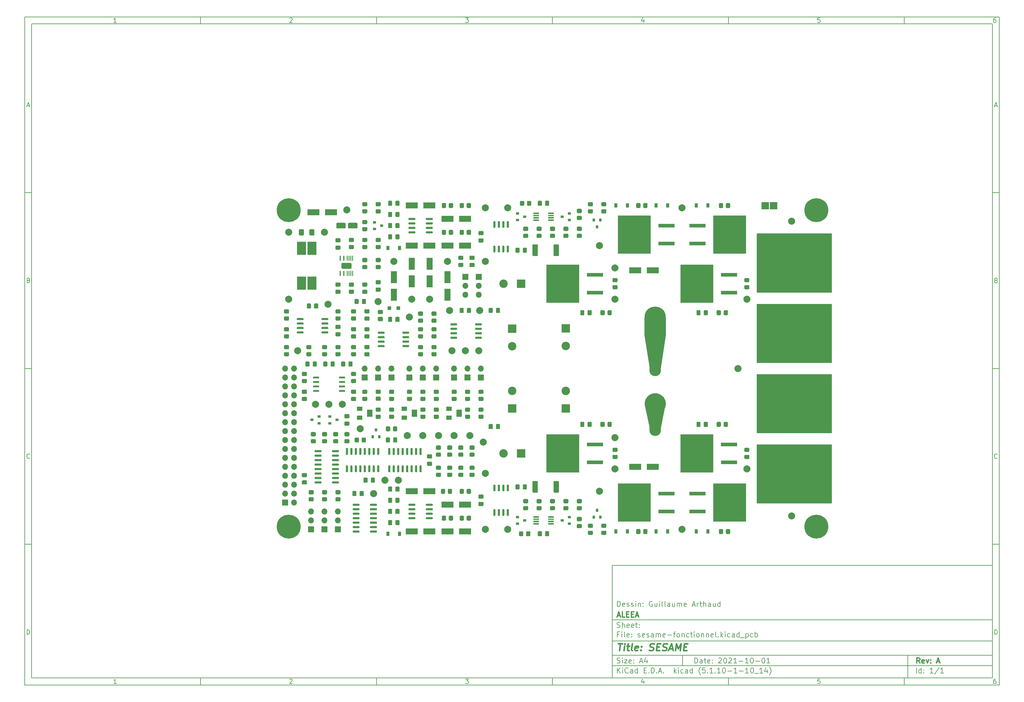
<source format=gbr>
%TF.GenerationSoftware,KiCad,Pcbnew,(5.1.10-1-10_14)*%
%TF.CreationDate,2021-10-01T13:06:55+02:00*%
%TF.ProjectId,sesame-fonctionnel,73657361-6d65-42d6-966f-6e6374696f6e,A*%
%TF.SameCoordinates,Original*%
%TF.FileFunction,Soldermask,Top*%
%TF.FilePolarity,Negative*%
%FSLAX46Y46*%
G04 Gerber Fmt 4.6, Leading zero omitted, Abs format (unit mm)*
G04 Created by KiCad (PCBNEW (5.1.10-1-10_14)) date 2021-10-01 13:06:55*
%MOMM*%
%LPD*%
G01*
G04 APERTURE LIST*
%ADD10C,0.100000*%
%ADD11C,0.150000*%
%ADD12C,0.300000*%
%ADD13C,0.400000*%
%ADD14C,6.000000*%
%ADD15C,3.000000*%
%ADD16O,3.300000X4.300000*%
%ADD17C,2.000000*%
%ADD18R,1.000000X1.000000*%
%ADD19R,1.800000X3.500000*%
%ADD20R,0.900000X1.200000*%
%ADD21R,0.900000X0.800000*%
%ADD22C,6.800000*%
%ADD23R,1.600000X1.300000*%
%ADD24R,1.600000X2.000000*%
%ADD25R,2.500000X3.850000*%
%ADD26O,1.700000X1.700000*%
%ADD27R,1.700000X1.700000*%
%ADD28R,1.750000X0.550000*%
%ADD29R,9.400000X10.800000*%
%ADD30R,4.600000X1.100000*%
%ADD31R,0.800000X0.900000*%
%ADD32R,3.500000X1.800000*%
%ADD33C,2.400000*%
%ADD34R,2.400000X2.400000*%
G04 APERTURE END LIST*
D10*
D11*
X177002200Y-166007200D02*
X177002200Y-198007200D01*
X285002200Y-198007200D01*
X285002200Y-166007200D01*
X177002200Y-166007200D01*
D10*
D11*
X10000000Y-10000000D02*
X10000000Y-200007200D01*
X287002200Y-200007200D01*
X287002200Y-10000000D01*
X10000000Y-10000000D01*
D10*
D11*
X12000000Y-12000000D02*
X12000000Y-198007200D01*
X285002200Y-198007200D01*
X285002200Y-12000000D01*
X12000000Y-12000000D01*
D10*
D11*
X60000000Y-12000000D02*
X60000000Y-10000000D01*
D10*
D11*
X110000000Y-12000000D02*
X110000000Y-10000000D01*
D10*
D11*
X160000000Y-12000000D02*
X160000000Y-10000000D01*
D10*
D11*
X210000000Y-12000000D02*
X210000000Y-10000000D01*
D10*
D11*
X260000000Y-12000000D02*
X260000000Y-10000000D01*
D10*
D11*
X36065476Y-11588095D02*
X35322619Y-11588095D01*
X35694047Y-11588095D02*
X35694047Y-10288095D01*
X35570238Y-10473809D01*
X35446428Y-10597619D01*
X35322619Y-10659523D01*
D10*
D11*
X85322619Y-10411904D02*
X85384523Y-10350000D01*
X85508333Y-10288095D01*
X85817857Y-10288095D01*
X85941666Y-10350000D01*
X86003571Y-10411904D01*
X86065476Y-10535714D01*
X86065476Y-10659523D01*
X86003571Y-10845238D01*
X85260714Y-11588095D01*
X86065476Y-11588095D01*
D10*
D11*
X135260714Y-10288095D02*
X136065476Y-10288095D01*
X135632142Y-10783333D01*
X135817857Y-10783333D01*
X135941666Y-10845238D01*
X136003571Y-10907142D01*
X136065476Y-11030952D01*
X136065476Y-11340476D01*
X136003571Y-11464285D01*
X135941666Y-11526190D01*
X135817857Y-11588095D01*
X135446428Y-11588095D01*
X135322619Y-11526190D01*
X135260714Y-11464285D01*
D10*
D11*
X185941666Y-10721428D02*
X185941666Y-11588095D01*
X185632142Y-10226190D02*
X185322619Y-11154761D01*
X186127380Y-11154761D01*
D10*
D11*
X236003571Y-10288095D02*
X235384523Y-10288095D01*
X235322619Y-10907142D01*
X235384523Y-10845238D01*
X235508333Y-10783333D01*
X235817857Y-10783333D01*
X235941666Y-10845238D01*
X236003571Y-10907142D01*
X236065476Y-11030952D01*
X236065476Y-11340476D01*
X236003571Y-11464285D01*
X235941666Y-11526190D01*
X235817857Y-11588095D01*
X235508333Y-11588095D01*
X235384523Y-11526190D01*
X235322619Y-11464285D01*
D10*
D11*
X285941666Y-10288095D02*
X285694047Y-10288095D01*
X285570238Y-10350000D01*
X285508333Y-10411904D01*
X285384523Y-10597619D01*
X285322619Y-10845238D01*
X285322619Y-11340476D01*
X285384523Y-11464285D01*
X285446428Y-11526190D01*
X285570238Y-11588095D01*
X285817857Y-11588095D01*
X285941666Y-11526190D01*
X286003571Y-11464285D01*
X286065476Y-11340476D01*
X286065476Y-11030952D01*
X286003571Y-10907142D01*
X285941666Y-10845238D01*
X285817857Y-10783333D01*
X285570238Y-10783333D01*
X285446428Y-10845238D01*
X285384523Y-10907142D01*
X285322619Y-11030952D01*
D10*
D11*
X60000000Y-198007200D02*
X60000000Y-200007200D01*
D10*
D11*
X110000000Y-198007200D02*
X110000000Y-200007200D01*
D10*
D11*
X160000000Y-198007200D02*
X160000000Y-200007200D01*
D10*
D11*
X210000000Y-198007200D02*
X210000000Y-200007200D01*
D10*
D11*
X260000000Y-198007200D02*
X260000000Y-200007200D01*
D10*
D11*
X36065476Y-199595295D02*
X35322619Y-199595295D01*
X35694047Y-199595295D02*
X35694047Y-198295295D01*
X35570238Y-198481009D01*
X35446428Y-198604819D01*
X35322619Y-198666723D01*
D10*
D11*
X85322619Y-198419104D02*
X85384523Y-198357200D01*
X85508333Y-198295295D01*
X85817857Y-198295295D01*
X85941666Y-198357200D01*
X86003571Y-198419104D01*
X86065476Y-198542914D01*
X86065476Y-198666723D01*
X86003571Y-198852438D01*
X85260714Y-199595295D01*
X86065476Y-199595295D01*
D10*
D11*
X135260714Y-198295295D02*
X136065476Y-198295295D01*
X135632142Y-198790533D01*
X135817857Y-198790533D01*
X135941666Y-198852438D01*
X136003571Y-198914342D01*
X136065476Y-199038152D01*
X136065476Y-199347676D01*
X136003571Y-199471485D01*
X135941666Y-199533390D01*
X135817857Y-199595295D01*
X135446428Y-199595295D01*
X135322619Y-199533390D01*
X135260714Y-199471485D01*
D10*
D11*
X185941666Y-198728628D02*
X185941666Y-199595295D01*
X185632142Y-198233390D02*
X185322619Y-199161961D01*
X186127380Y-199161961D01*
D10*
D11*
X236003571Y-198295295D02*
X235384523Y-198295295D01*
X235322619Y-198914342D01*
X235384523Y-198852438D01*
X235508333Y-198790533D01*
X235817857Y-198790533D01*
X235941666Y-198852438D01*
X236003571Y-198914342D01*
X236065476Y-199038152D01*
X236065476Y-199347676D01*
X236003571Y-199471485D01*
X235941666Y-199533390D01*
X235817857Y-199595295D01*
X235508333Y-199595295D01*
X235384523Y-199533390D01*
X235322619Y-199471485D01*
D10*
D11*
X285941666Y-198295295D02*
X285694047Y-198295295D01*
X285570238Y-198357200D01*
X285508333Y-198419104D01*
X285384523Y-198604819D01*
X285322619Y-198852438D01*
X285322619Y-199347676D01*
X285384523Y-199471485D01*
X285446428Y-199533390D01*
X285570238Y-199595295D01*
X285817857Y-199595295D01*
X285941666Y-199533390D01*
X286003571Y-199471485D01*
X286065476Y-199347676D01*
X286065476Y-199038152D01*
X286003571Y-198914342D01*
X285941666Y-198852438D01*
X285817857Y-198790533D01*
X285570238Y-198790533D01*
X285446428Y-198852438D01*
X285384523Y-198914342D01*
X285322619Y-199038152D01*
D10*
D11*
X10000000Y-60000000D02*
X12000000Y-60000000D01*
D10*
D11*
X10000000Y-110000000D02*
X12000000Y-110000000D01*
D10*
D11*
X10000000Y-160000000D02*
X12000000Y-160000000D01*
D10*
D11*
X10690476Y-35216666D02*
X11309523Y-35216666D01*
X10566666Y-35588095D02*
X11000000Y-34288095D01*
X11433333Y-35588095D01*
D10*
D11*
X11092857Y-84907142D02*
X11278571Y-84969047D01*
X11340476Y-85030952D01*
X11402380Y-85154761D01*
X11402380Y-85340476D01*
X11340476Y-85464285D01*
X11278571Y-85526190D01*
X11154761Y-85588095D01*
X10659523Y-85588095D01*
X10659523Y-84288095D01*
X11092857Y-84288095D01*
X11216666Y-84350000D01*
X11278571Y-84411904D01*
X11340476Y-84535714D01*
X11340476Y-84659523D01*
X11278571Y-84783333D01*
X11216666Y-84845238D01*
X11092857Y-84907142D01*
X10659523Y-84907142D01*
D10*
D11*
X11402380Y-135464285D02*
X11340476Y-135526190D01*
X11154761Y-135588095D01*
X11030952Y-135588095D01*
X10845238Y-135526190D01*
X10721428Y-135402380D01*
X10659523Y-135278571D01*
X10597619Y-135030952D01*
X10597619Y-134845238D01*
X10659523Y-134597619D01*
X10721428Y-134473809D01*
X10845238Y-134350000D01*
X11030952Y-134288095D01*
X11154761Y-134288095D01*
X11340476Y-134350000D01*
X11402380Y-134411904D01*
D10*
D11*
X10659523Y-185588095D02*
X10659523Y-184288095D01*
X10969047Y-184288095D01*
X11154761Y-184350000D01*
X11278571Y-184473809D01*
X11340476Y-184597619D01*
X11402380Y-184845238D01*
X11402380Y-185030952D01*
X11340476Y-185278571D01*
X11278571Y-185402380D01*
X11154761Y-185526190D01*
X10969047Y-185588095D01*
X10659523Y-185588095D01*
D10*
D11*
X287002200Y-60000000D02*
X285002200Y-60000000D01*
D10*
D11*
X287002200Y-110000000D02*
X285002200Y-110000000D01*
D10*
D11*
X287002200Y-160000000D02*
X285002200Y-160000000D01*
D10*
D11*
X285692676Y-35216666D02*
X286311723Y-35216666D01*
X285568866Y-35588095D02*
X286002200Y-34288095D01*
X286435533Y-35588095D01*
D10*
D11*
X286095057Y-84907142D02*
X286280771Y-84969047D01*
X286342676Y-85030952D01*
X286404580Y-85154761D01*
X286404580Y-85340476D01*
X286342676Y-85464285D01*
X286280771Y-85526190D01*
X286156961Y-85588095D01*
X285661723Y-85588095D01*
X285661723Y-84288095D01*
X286095057Y-84288095D01*
X286218866Y-84350000D01*
X286280771Y-84411904D01*
X286342676Y-84535714D01*
X286342676Y-84659523D01*
X286280771Y-84783333D01*
X286218866Y-84845238D01*
X286095057Y-84907142D01*
X285661723Y-84907142D01*
D10*
D11*
X286404580Y-135464285D02*
X286342676Y-135526190D01*
X286156961Y-135588095D01*
X286033152Y-135588095D01*
X285847438Y-135526190D01*
X285723628Y-135402380D01*
X285661723Y-135278571D01*
X285599819Y-135030952D01*
X285599819Y-134845238D01*
X285661723Y-134597619D01*
X285723628Y-134473809D01*
X285847438Y-134350000D01*
X286033152Y-134288095D01*
X286156961Y-134288095D01*
X286342676Y-134350000D01*
X286404580Y-134411904D01*
D10*
D11*
X285661723Y-185588095D02*
X285661723Y-184288095D01*
X285971247Y-184288095D01*
X286156961Y-184350000D01*
X286280771Y-184473809D01*
X286342676Y-184597619D01*
X286404580Y-184845238D01*
X286404580Y-185030952D01*
X286342676Y-185278571D01*
X286280771Y-185402380D01*
X286156961Y-185526190D01*
X285971247Y-185588095D01*
X285661723Y-185588095D01*
D10*
D11*
X200434342Y-193785771D02*
X200434342Y-192285771D01*
X200791485Y-192285771D01*
X201005771Y-192357200D01*
X201148628Y-192500057D01*
X201220057Y-192642914D01*
X201291485Y-192928628D01*
X201291485Y-193142914D01*
X201220057Y-193428628D01*
X201148628Y-193571485D01*
X201005771Y-193714342D01*
X200791485Y-193785771D01*
X200434342Y-193785771D01*
X202577200Y-193785771D02*
X202577200Y-193000057D01*
X202505771Y-192857200D01*
X202362914Y-192785771D01*
X202077200Y-192785771D01*
X201934342Y-192857200D01*
X202577200Y-193714342D02*
X202434342Y-193785771D01*
X202077200Y-193785771D01*
X201934342Y-193714342D01*
X201862914Y-193571485D01*
X201862914Y-193428628D01*
X201934342Y-193285771D01*
X202077200Y-193214342D01*
X202434342Y-193214342D01*
X202577200Y-193142914D01*
X203077200Y-192785771D02*
X203648628Y-192785771D01*
X203291485Y-192285771D02*
X203291485Y-193571485D01*
X203362914Y-193714342D01*
X203505771Y-193785771D01*
X203648628Y-193785771D01*
X204720057Y-193714342D02*
X204577200Y-193785771D01*
X204291485Y-193785771D01*
X204148628Y-193714342D01*
X204077200Y-193571485D01*
X204077200Y-193000057D01*
X204148628Y-192857200D01*
X204291485Y-192785771D01*
X204577200Y-192785771D01*
X204720057Y-192857200D01*
X204791485Y-193000057D01*
X204791485Y-193142914D01*
X204077200Y-193285771D01*
X205434342Y-193642914D02*
X205505771Y-193714342D01*
X205434342Y-193785771D01*
X205362914Y-193714342D01*
X205434342Y-193642914D01*
X205434342Y-193785771D01*
X205434342Y-192857200D02*
X205505771Y-192928628D01*
X205434342Y-193000057D01*
X205362914Y-192928628D01*
X205434342Y-192857200D01*
X205434342Y-193000057D01*
X207220057Y-192428628D02*
X207291485Y-192357200D01*
X207434342Y-192285771D01*
X207791485Y-192285771D01*
X207934342Y-192357200D01*
X208005771Y-192428628D01*
X208077200Y-192571485D01*
X208077200Y-192714342D01*
X208005771Y-192928628D01*
X207148628Y-193785771D01*
X208077200Y-193785771D01*
X209005771Y-192285771D02*
X209148628Y-192285771D01*
X209291485Y-192357200D01*
X209362914Y-192428628D01*
X209434342Y-192571485D01*
X209505771Y-192857200D01*
X209505771Y-193214342D01*
X209434342Y-193500057D01*
X209362914Y-193642914D01*
X209291485Y-193714342D01*
X209148628Y-193785771D01*
X209005771Y-193785771D01*
X208862914Y-193714342D01*
X208791485Y-193642914D01*
X208720057Y-193500057D01*
X208648628Y-193214342D01*
X208648628Y-192857200D01*
X208720057Y-192571485D01*
X208791485Y-192428628D01*
X208862914Y-192357200D01*
X209005771Y-192285771D01*
X210077200Y-192428628D02*
X210148628Y-192357200D01*
X210291485Y-192285771D01*
X210648628Y-192285771D01*
X210791485Y-192357200D01*
X210862914Y-192428628D01*
X210934342Y-192571485D01*
X210934342Y-192714342D01*
X210862914Y-192928628D01*
X210005771Y-193785771D01*
X210934342Y-193785771D01*
X212362914Y-193785771D02*
X211505771Y-193785771D01*
X211934342Y-193785771D02*
X211934342Y-192285771D01*
X211791485Y-192500057D01*
X211648628Y-192642914D01*
X211505771Y-192714342D01*
X213005771Y-193214342D02*
X214148628Y-193214342D01*
X215648628Y-193785771D02*
X214791485Y-193785771D01*
X215220057Y-193785771D02*
X215220057Y-192285771D01*
X215077200Y-192500057D01*
X214934342Y-192642914D01*
X214791485Y-192714342D01*
X216577200Y-192285771D02*
X216720057Y-192285771D01*
X216862914Y-192357200D01*
X216934342Y-192428628D01*
X217005771Y-192571485D01*
X217077200Y-192857200D01*
X217077200Y-193214342D01*
X217005771Y-193500057D01*
X216934342Y-193642914D01*
X216862914Y-193714342D01*
X216720057Y-193785771D01*
X216577200Y-193785771D01*
X216434342Y-193714342D01*
X216362914Y-193642914D01*
X216291485Y-193500057D01*
X216220057Y-193214342D01*
X216220057Y-192857200D01*
X216291485Y-192571485D01*
X216362914Y-192428628D01*
X216434342Y-192357200D01*
X216577200Y-192285771D01*
X217720057Y-193214342D02*
X218862914Y-193214342D01*
X219862914Y-192285771D02*
X220005771Y-192285771D01*
X220148628Y-192357200D01*
X220220057Y-192428628D01*
X220291485Y-192571485D01*
X220362914Y-192857200D01*
X220362914Y-193214342D01*
X220291485Y-193500057D01*
X220220057Y-193642914D01*
X220148628Y-193714342D01*
X220005771Y-193785771D01*
X219862914Y-193785771D01*
X219720057Y-193714342D01*
X219648628Y-193642914D01*
X219577200Y-193500057D01*
X219505771Y-193214342D01*
X219505771Y-192857200D01*
X219577200Y-192571485D01*
X219648628Y-192428628D01*
X219720057Y-192357200D01*
X219862914Y-192285771D01*
X221791485Y-193785771D02*
X220934342Y-193785771D01*
X221362914Y-193785771D02*
X221362914Y-192285771D01*
X221220057Y-192500057D01*
X221077200Y-192642914D01*
X220934342Y-192714342D01*
D10*
D11*
X177002200Y-194507200D02*
X285002200Y-194507200D01*
D10*
D11*
X178434342Y-196585771D02*
X178434342Y-195085771D01*
X179291485Y-196585771D02*
X178648628Y-195728628D01*
X179291485Y-195085771D02*
X178434342Y-195942914D01*
X179934342Y-196585771D02*
X179934342Y-195585771D01*
X179934342Y-195085771D02*
X179862914Y-195157200D01*
X179934342Y-195228628D01*
X180005771Y-195157200D01*
X179934342Y-195085771D01*
X179934342Y-195228628D01*
X181505771Y-196442914D02*
X181434342Y-196514342D01*
X181220057Y-196585771D01*
X181077200Y-196585771D01*
X180862914Y-196514342D01*
X180720057Y-196371485D01*
X180648628Y-196228628D01*
X180577200Y-195942914D01*
X180577200Y-195728628D01*
X180648628Y-195442914D01*
X180720057Y-195300057D01*
X180862914Y-195157200D01*
X181077200Y-195085771D01*
X181220057Y-195085771D01*
X181434342Y-195157200D01*
X181505771Y-195228628D01*
X182791485Y-196585771D02*
X182791485Y-195800057D01*
X182720057Y-195657200D01*
X182577200Y-195585771D01*
X182291485Y-195585771D01*
X182148628Y-195657200D01*
X182791485Y-196514342D02*
X182648628Y-196585771D01*
X182291485Y-196585771D01*
X182148628Y-196514342D01*
X182077200Y-196371485D01*
X182077200Y-196228628D01*
X182148628Y-196085771D01*
X182291485Y-196014342D01*
X182648628Y-196014342D01*
X182791485Y-195942914D01*
X184148628Y-196585771D02*
X184148628Y-195085771D01*
X184148628Y-196514342D02*
X184005771Y-196585771D01*
X183720057Y-196585771D01*
X183577200Y-196514342D01*
X183505771Y-196442914D01*
X183434342Y-196300057D01*
X183434342Y-195871485D01*
X183505771Y-195728628D01*
X183577200Y-195657200D01*
X183720057Y-195585771D01*
X184005771Y-195585771D01*
X184148628Y-195657200D01*
X186005771Y-195800057D02*
X186505771Y-195800057D01*
X186720057Y-196585771D02*
X186005771Y-196585771D01*
X186005771Y-195085771D01*
X186720057Y-195085771D01*
X187362914Y-196442914D02*
X187434342Y-196514342D01*
X187362914Y-196585771D01*
X187291485Y-196514342D01*
X187362914Y-196442914D01*
X187362914Y-196585771D01*
X188077200Y-196585771D02*
X188077200Y-195085771D01*
X188434342Y-195085771D01*
X188648628Y-195157200D01*
X188791485Y-195300057D01*
X188862914Y-195442914D01*
X188934342Y-195728628D01*
X188934342Y-195942914D01*
X188862914Y-196228628D01*
X188791485Y-196371485D01*
X188648628Y-196514342D01*
X188434342Y-196585771D01*
X188077200Y-196585771D01*
X189577200Y-196442914D02*
X189648628Y-196514342D01*
X189577200Y-196585771D01*
X189505771Y-196514342D01*
X189577200Y-196442914D01*
X189577200Y-196585771D01*
X190220057Y-196157200D02*
X190934342Y-196157200D01*
X190077200Y-196585771D02*
X190577200Y-195085771D01*
X191077200Y-196585771D01*
X191577200Y-196442914D02*
X191648628Y-196514342D01*
X191577200Y-196585771D01*
X191505771Y-196514342D01*
X191577200Y-196442914D01*
X191577200Y-196585771D01*
X194577200Y-196585771D02*
X194577200Y-195085771D01*
X194720057Y-196014342D02*
X195148628Y-196585771D01*
X195148628Y-195585771D02*
X194577200Y-196157200D01*
X195791485Y-196585771D02*
X195791485Y-195585771D01*
X195791485Y-195085771D02*
X195720057Y-195157200D01*
X195791485Y-195228628D01*
X195862914Y-195157200D01*
X195791485Y-195085771D01*
X195791485Y-195228628D01*
X197148628Y-196514342D02*
X197005771Y-196585771D01*
X196720057Y-196585771D01*
X196577200Y-196514342D01*
X196505771Y-196442914D01*
X196434342Y-196300057D01*
X196434342Y-195871485D01*
X196505771Y-195728628D01*
X196577200Y-195657200D01*
X196720057Y-195585771D01*
X197005771Y-195585771D01*
X197148628Y-195657200D01*
X198434342Y-196585771D02*
X198434342Y-195800057D01*
X198362914Y-195657200D01*
X198220057Y-195585771D01*
X197934342Y-195585771D01*
X197791485Y-195657200D01*
X198434342Y-196514342D02*
X198291485Y-196585771D01*
X197934342Y-196585771D01*
X197791485Y-196514342D01*
X197720057Y-196371485D01*
X197720057Y-196228628D01*
X197791485Y-196085771D01*
X197934342Y-196014342D01*
X198291485Y-196014342D01*
X198434342Y-195942914D01*
X199791485Y-196585771D02*
X199791485Y-195085771D01*
X199791485Y-196514342D02*
X199648628Y-196585771D01*
X199362914Y-196585771D01*
X199220057Y-196514342D01*
X199148628Y-196442914D01*
X199077200Y-196300057D01*
X199077200Y-195871485D01*
X199148628Y-195728628D01*
X199220057Y-195657200D01*
X199362914Y-195585771D01*
X199648628Y-195585771D01*
X199791485Y-195657200D01*
X202077200Y-197157200D02*
X202005771Y-197085771D01*
X201862914Y-196871485D01*
X201791485Y-196728628D01*
X201720057Y-196514342D01*
X201648628Y-196157200D01*
X201648628Y-195871485D01*
X201720057Y-195514342D01*
X201791485Y-195300057D01*
X201862914Y-195157200D01*
X202005771Y-194942914D01*
X202077200Y-194871485D01*
X203362914Y-195085771D02*
X202648628Y-195085771D01*
X202577200Y-195800057D01*
X202648628Y-195728628D01*
X202791485Y-195657200D01*
X203148628Y-195657200D01*
X203291485Y-195728628D01*
X203362914Y-195800057D01*
X203434342Y-195942914D01*
X203434342Y-196300057D01*
X203362914Y-196442914D01*
X203291485Y-196514342D01*
X203148628Y-196585771D01*
X202791485Y-196585771D01*
X202648628Y-196514342D01*
X202577200Y-196442914D01*
X204077200Y-196442914D02*
X204148628Y-196514342D01*
X204077200Y-196585771D01*
X204005771Y-196514342D01*
X204077200Y-196442914D01*
X204077200Y-196585771D01*
X205577200Y-196585771D02*
X204720057Y-196585771D01*
X205148628Y-196585771D02*
X205148628Y-195085771D01*
X205005771Y-195300057D01*
X204862914Y-195442914D01*
X204720057Y-195514342D01*
X206220057Y-196442914D02*
X206291485Y-196514342D01*
X206220057Y-196585771D01*
X206148628Y-196514342D01*
X206220057Y-196442914D01*
X206220057Y-196585771D01*
X207720057Y-196585771D02*
X206862914Y-196585771D01*
X207291485Y-196585771D02*
X207291485Y-195085771D01*
X207148628Y-195300057D01*
X207005771Y-195442914D01*
X206862914Y-195514342D01*
X208648628Y-195085771D02*
X208791485Y-195085771D01*
X208934342Y-195157200D01*
X209005771Y-195228628D01*
X209077200Y-195371485D01*
X209148628Y-195657200D01*
X209148628Y-196014342D01*
X209077200Y-196300057D01*
X209005771Y-196442914D01*
X208934342Y-196514342D01*
X208791485Y-196585771D01*
X208648628Y-196585771D01*
X208505771Y-196514342D01*
X208434342Y-196442914D01*
X208362914Y-196300057D01*
X208291485Y-196014342D01*
X208291485Y-195657200D01*
X208362914Y-195371485D01*
X208434342Y-195228628D01*
X208505771Y-195157200D01*
X208648628Y-195085771D01*
X209791485Y-196014342D02*
X210934342Y-196014342D01*
X212434342Y-196585771D02*
X211577200Y-196585771D01*
X212005771Y-196585771D02*
X212005771Y-195085771D01*
X211862914Y-195300057D01*
X211720057Y-195442914D01*
X211577200Y-195514342D01*
X213077200Y-196014342D02*
X214220057Y-196014342D01*
X215720057Y-196585771D02*
X214862914Y-196585771D01*
X215291485Y-196585771D02*
X215291485Y-195085771D01*
X215148628Y-195300057D01*
X215005771Y-195442914D01*
X214862914Y-195514342D01*
X216648628Y-195085771D02*
X216791485Y-195085771D01*
X216934342Y-195157200D01*
X217005771Y-195228628D01*
X217077200Y-195371485D01*
X217148628Y-195657200D01*
X217148628Y-196014342D01*
X217077200Y-196300057D01*
X217005771Y-196442914D01*
X216934342Y-196514342D01*
X216791485Y-196585771D01*
X216648628Y-196585771D01*
X216505771Y-196514342D01*
X216434342Y-196442914D01*
X216362914Y-196300057D01*
X216291485Y-196014342D01*
X216291485Y-195657200D01*
X216362914Y-195371485D01*
X216434342Y-195228628D01*
X216505771Y-195157200D01*
X216648628Y-195085771D01*
X217434342Y-196728628D02*
X218577200Y-196728628D01*
X219720057Y-196585771D02*
X218862914Y-196585771D01*
X219291485Y-196585771D02*
X219291485Y-195085771D01*
X219148628Y-195300057D01*
X219005771Y-195442914D01*
X218862914Y-195514342D01*
X221005771Y-195585771D02*
X221005771Y-196585771D01*
X220648628Y-195014342D02*
X220291485Y-196085771D01*
X221220057Y-196085771D01*
X221648628Y-197157200D02*
X221720057Y-197085771D01*
X221862914Y-196871485D01*
X221934342Y-196728628D01*
X222005771Y-196514342D01*
X222077200Y-196157200D01*
X222077200Y-195871485D01*
X222005771Y-195514342D01*
X221934342Y-195300057D01*
X221862914Y-195157200D01*
X221720057Y-194942914D01*
X221648628Y-194871485D01*
D10*
D11*
X177002200Y-191507200D02*
X285002200Y-191507200D01*
D10*
D12*
X264411485Y-193785771D02*
X263911485Y-193071485D01*
X263554342Y-193785771D02*
X263554342Y-192285771D01*
X264125771Y-192285771D01*
X264268628Y-192357200D01*
X264340057Y-192428628D01*
X264411485Y-192571485D01*
X264411485Y-192785771D01*
X264340057Y-192928628D01*
X264268628Y-193000057D01*
X264125771Y-193071485D01*
X263554342Y-193071485D01*
X265625771Y-193714342D02*
X265482914Y-193785771D01*
X265197200Y-193785771D01*
X265054342Y-193714342D01*
X264982914Y-193571485D01*
X264982914Y-193000057D01*
X265054342Y-192857200D01*
X265197200Y-192785771D01*
X265482914Y-192785771D01*
X265625771Y-192857200D01*
X265697200Y-193000057D01*
X265697200Y-193142914D01*
X264982914Y-193285771D01*
X266197200Y-192785771D02*
X266554342Y-193785771D01*
X266911485Y-192785771D01*
X267482914Y-193642914D02*
X267554342Y-193714342D01*
X267482914Y-193785771D01*
X267411485Y-193714342D01*
X267482914Y-193642914D01*
X267482914Y-193785771D01*
X267482914Y-192857200D02*
X267554342Y-192928628D01*
X267482914Y-193000057D01*
X267411485Y-192928628D01*
X267482914Y-192857200D01*
X267482914Y-193000057D01*
X269268628Y-193357200D02*
X269982914Y-193357200D01*
X269125771Y-193785771D02*
X269625771Y-192285771D01*
X270125771Y-193785771D01*
D10*
D11*
X178362914Y-193714342D02*
X178577200Y-193785771D01*
X178934342Y-193785771D01*
X179077200Y-193714342D01*
X179148628Y-193642914D01*
X179220057Y-193500057D01*
X179220057Y-193357200D01*
X179148628Y-193214342D01*
X179077200Y-193142914D01*
X178934342Y-193071485D01*
X178648628Y-193000057D01*
X178505771Y-192928628D01*
X178434342Y-192857200D01*
X178362914Y-192714342D01*
X178362914Y-192571485D01*
X178434342Y-192428628D01*
X178505771Y-192357200D01*
X178648628Y-192285771D01*
X179005771Y-192285771D01*
X179220057Y-192357200D01*
X179862914Y-193785771D02*
X179862914Y-192785771D01*
X179862914Y-192285771D02*
X179791485Y-192357200D01*
X179862914Y-192428628D01*
X179934342Y-192357200D01*
X179862914Y-192285771D01*
X179862914Y-192428628D01*
X180434342Y-192785771D02*
X181220057Y-192785771D01*
X180434342Y-193785771D01*
X181220057Y-193785771D01*
X182362914Y-193714342D02*
X182220057Y-193785771D01*
X181934342Y-193785771D01*
X181791485Y-193714342D01*
X181720057Y-193571485D01*
X181720057Y-193000057D01*
X181791485Y-192857200D01*
X181934342Y-192785771D01*
X182220057Y-192785771D01*
X182362914Y-192857200D01*
X182434342Y-193000057D01*
X182434342Y-193142914D01*
X181720057Y-193285771D01*
X183077200Y-193642914D02*
X183148628Y-193714342D01*
X183077200Y-193785771D01*
X183005771Y-193714342D01*
X183077200Y-193642914D01*
X183077200Y-193785771D01*
X183077200Y-192857200D02*
X183148628Y-192928628D01*
X183077200Y-193000057D01*
X183005771Y-192928628D01*
X183077200Y-192857200D01*
X183077200Y-193000057D01*
X184862914Y-193357200D02*
X185577200Y-193357200D01*
X184720057Y-193785771D02*
X185220057Y-192285771D01*
X185720057Y-193785771D01*
X186862914Y-192785771D02*
X186862914Y-193785771D01*
X186505771Y-192214342D02*
X186148628Y-193285771D01*
X187077200Y-193285771D01*
D10*
D11*
X263434342Y-196585771D02*
X263434342Y-195085771D01*
X264791485Y-196585771D02*
X264791485Y-195085771D01*
X264791485Y-196514342D02*
X264648628Y-196585771D01*
X264362914Y-196585771D01*
X264220057Y-196514342D01*
X264148628Y-196442914D01*
X264077200Y-196300057D01*
X264077200Y-195871485D01*
X264148628Y-195728628D01*
X264220057Y-195657200D01*
X264362914Y-195585771D01*
X264648628Y-195585771D01*
X264791485Y-195657200D01*
X265505771Y-196442914D02*
X265577200Y-196514342D01*
X265505771Y-196585771D01*
X265434342Y-196514342D01*
X265505771Y-196442914D01*
X265505771Y-196585771D01*
X265505771Y-195657200D02*
X265577200Y-195728628D01*
X265505771Y-195800057D01*
X265434342Y-195728628D01*
X265505771Y-195657200D01*
X265505771Y-195800057D01*
X268148628Y-196585771D02*
X267291485Y-196585771D01*
X267720057Y-196585771D02*
X267720057Y-195085771D01*
X267577200Y-195300057D01*
X267434342Y-195442914D01*
X267291485Y-195514342D01*
X269862914Y-195014342D02*
X268577200Y-196942914D01*
X271148628Y-196585771D02*
X270291485Y-196585771D01*
X270720057Y-196585771D02*
X270720057Y-195085771D01*
X270577200Y-195300057D01*
X270434342Y-195442914D01*
X270291485Y-195514342D01*
D10*
D11*
X177002200Y-187507200D02*
X285002200Y-187507200D01*
D10*
D13*
X178714580Y-188211961D02*
X179857438Y-188211961D01*
X179036009Y-190211961D02*
X179286009Y-188211961D01*
X180274104Y-190211961D02*
X180440771Y-188878628D01*
X180524104Y-188211961D02*
X180416961Y-188307200D01*
X180500295Y-188402438D01*
X180607438Y-188307200D01*
X180524104Y-188211961D01*
X180500295Y-188402438D01*
X181107438Y-188878628D02*
X181869342Y-188878628D01*
X181476485Y-188211961D02*
X181262200Y-189926247D01*
X181333628Y-190116723D01*
X181512200Y-190211961D01*
X181702676Y-190211961D01*
X182655057Y-190211961D02*
X182476485Y-190116723D01*
X182405057Y-189926247D01*
X182619342Y-188211961D01*
X184190771Y-190116723D02*
X183988390Y-190211961D01*
X183607438Y-190211961D01*
X183428866Y-190116723D01*
X183357438Y-189926247D01*
X183452676Y-189164342D01*
X183571723Y-188973866D01*
X183774104Y-188878628D01*
X184155057Y-188878628D01*
X184333628Y-188973866D01*
X184405057Y-189164342D01*
X184381247Y-189354819D01*
X183405057Y-189545295D01*
X185155057Y-190021485D02*
X185238390Y-190116723D01*
X185131247Y-190211961D01*
X185047914Y-190116723D01*
X185155057Y-190021485D01*
X185131247Y-190211961D01*
X185286009Y-188973866D02*
X185369342Y-189069104D01*
X185262200Y-189164342D01*
X185178866Y-189069104D01*
X185286009Y-188973866D01*
X185262200Y-189164342D01*
X187524104Y-190116723D02*
X187797914Y-190211961D01*
X188274104Y-190211961D01*
X188476485Y-190116723D01*
X188583628Y-190021485D01*
X188702676Y-189831009D01*
X188726485Y-189640533D01*
X188655057Y-189450057D01*
X188571723Y-189354819D01*
X188393152Y-189259580D01*
X188024104Y-189164342D01*
X187845533Y-189069104D01*
X187762200Y-188973866D01*
X187690771Y-188783390D01*
X187714580Y-188592914D01*
X187833628Y-188402438D01*
X187940771Y-188307200D01*
X188143152Y-188211961D01*
X188619342Y-188211961D01*
X188893152Y-188307200D01*
X189643152Y-189164342D02*
X190309819Y-189164342D01*
X190464580Y-190211961D02*
X189512200Y-190211961D01*
X189762200Y-188211961D01*
X190714580Y-188211961D01*
X191238390Y-190116723D02*
X191512200Y-190211961D01*
X191988390Y-190211961D01*
X192190771Y-190116723D01*
X192297914Y-190021485D01*
X192416961Y-189831009D01*
X192440771Y-189640533D01*
X192369342Y-189450057D01*
X192286009Y-189354819D01*
X192107438Y-189259580D01*
X191738390Y-189164342D01*
X191559819Y-189069104D01*
X191476485Y-188973866D01*
X191405057Y-188783390D01*
X191428866Y-188592914D01*
X191547914Y-188402438D01*
X191655057Y-188307200D01*
X191857438Y-188211961D01*
X192333628Y-188211961D01*
X192607438Y-188307200D01*
X193202676Y-189640533D02*
X194155057Y-189640533D01*
X192940771Y-190211961D02*
X193857438Y-188211961D01*
X194274104Y-190211961D01*
X194940771Y-190211961D02*
X195190771Y-188211961D01*
X195678866Y-189640533D01*
X196524104Y-188211961D01*
X196274104Y-190211961D01*
X197357438Y-189164342D02*
X198024104Y-189164342D01*
X198178866Y-190211961D02*
X197226485Y-190211961D01*
X197476485Y-188211961D01*
X198428866Y-188211961D01*
D10*
D11*
X178934342Y-185600057D02*
X178434342Y-185600057D01*
X178434342Y-186385771D02*
X178434342Y-184885771D01*
X179148628Y-184885771D01*
X179720057Y-186385771D02*
X179720057Y-185385771D01*
X179720057Y-184885771D02*
X179648628Y-184957200D01*
X179720057Y-185028628D01*
X179791485Y-184957200D01*
X179720057Y-184885771D01*
X179720057Y-185028628D01*
X180648628Y-186385771D02*
X180505771Y-186314342D01*
X180434342Y-186171485D01*
X180434342Y-184885771D01*
X181791485Y-186314342D02*
X181648628Y-186385771D01*
X181362914Y-186385771D01*
X181220057Y-186314342D01*
X181148628Y-186171485D01*
X181148628Y-185600057D01*
X181220057Y-185457200D01*
X181362914Y-185385771D01*
X181648628Y-185385771D01*
X181791485Y-185457200D01*
X181862914Y-185600057D01*
X181862914Y-185742914D01*
X181148628Y-185885771D01*
X182505771Y-186242914D02*
X182577200Y-186314342D01*
X182505771Y-186385771D01*
X182434342Y-186314342D01*
X182505771Y-186242914D01*
X182505771Y-186385771D01*
X182505771Y-185457200D02*
X182577200Y-185528628D01*
X182505771Y-185600057D01*
X182434342Y-185528628D01*
X182505771Y-185457200D01*
X182505771Y-185600057D01*
X184291485Y-186314342D02*
X184434342Y-186385771D01*
X184720057Y-186385771D01*
X184862914Y-186314342D01*
X184934342Y-186171485D01*
X184934342Y-186100057D01*
X184862914Y-185957200D01*
X184720057Y-185885771D01*
X184505771Y-185885771D01*
X184362914Y-185814342D01*
X184291485Y-185671485D01*
X184291485Y-185600057D01*
X184362914Y-185457200D01*
X184505771Y-185385771D01*
X184720057Y-185385771D01*
X184862914Y-185457200D01*
X186148628Y-186314342D02*
X186005771Y-186385771D01*
X185720057Y-186385771D01*
X185577200Y-186314342D01*
X185505771Y-186171485D01*
X185505771Y-185600057D01*
X185577200Y-185457200D01*
X185720057Y-185385771D01*
X186005771Y-185385771D01*
X186148628Y-185457200D01*
X186220057Y-185600057D01*
X186220057Y-185742914D01*
X185505771Y-185885771D01*
X186791485Y-186314342D02*
X186934342Y-186385771D01*
X187220057Y-186385771D01*
X187362914Y-186314342D01*
X187434342Y-186171485D01*
X187434342Y-186100057D01*
X187362914Y-185957200D01*
X187220057Y-185885771D01*
X187005771Y-185885771D01*
X186862914Y-185814342D01*
X186791485Y-185671485D01*
X186791485Y-185600057D01*
X186862914Y-185457200D01*
X187005771Y-185385771D01*
X187220057Y-185385771D01*
X187362914Y-185457200D01*
X188720057Y-186385771D02*
X188720057Y-185600057D01*
X188648628Y-185457200D01*
X188505771Y-185385771D01*
X188220057Y-185385771D01*
X188077200Y-185457200D01*
X188720057Y-186314342D02*
X188577200Y-186385771D01*
X188220057Y-186385771D01*
X188077200Y-186314342D01*
X188005771Y-186171485D01*
X188005771Y-186028628D01*
X188077200Y-185885771D01*
X188220057Y-185814342D01*
X188577200Y-185814342D01*
X188720057Y-185742914D01*
X189434342Y-186385771D02*
X189434342Y-185385771D01*
X189434342Y-185528628D02*
X189505771Y-185457200D01*
X189648628Y-185385771D01*
X189862914Y-185385771D01*
X190005771Y-185457200D01*
X190077200Y-185600057D01*
X190077200Y-186385771D01*
X190077200Y-185600057D02*
X190148628Y-185457200D01*
X190291485Y-185385771D01*
X190505771Y-185385771D01*
X190648628Y-185457200D01*
X190720057Y-185600057D01*
X190720057Y-186385771D01*
X192005771Y-186314342D02*
X191862914Y-186385771D01*
X191577200Y-186385771D01*
X191434342Y-186314342D01*
X191362914Y-186171485D01*
X191362914Y-185600057D01*
X191434342Y-185457200D01*
X191577200Y-185385771D01*
X191862914Y-185385771D01*
X192005771Y-185457200D01*
X192077200Y-185600057D01*
X192077200Y-185742914D01*
X191362914Y-185885771D01*
X192720057Y-185814342D02*
X193862914Y-185814342D01*
X194362914Y-185385771D02*
X194934342Y-185385771D01*
X194577200Y-186385771D02*
X194577200Y-185100057D01*
X194648628Y-184957200D01*
X194791485Y-184885771D01*
X194934342Y-184885771D01*
X195648628Y-186385771D02*
X195505771Y-186314342D01*
X195434342Y-186242914D01*
X195362914Y-186100057D01*
X195362914Y-185671485D01*
X195434342Y-185528628D01*
X195505771Y-185457200D01*
X195648628Y-185385771D01*
X195862914Y-185385771D01*
X196005771Y-185457200D01*
X196077200Y-185528628D01*
X196148628Y-185671485D01*
X196148628Y-186100057D01*
X196077200Y-186242914D01*
X196005771Y-186314342D01*
X195862914Y-186385771D01*
X195648628Y-186385771D01*
X196791485Y-185385771D02*
X196791485Y-186385771D01*
X196791485Y-185528628D02*
X196862914Y-185457200D01*
X197005771Y-185385771D01*
X197220057Y-185385771D01*
X197362914Y-185457200D01*
X197434342Y-185600057D01*
X197434342Y-186385771D01*
X198791485Y-186314342D02*
X198648628Y-186385771D01*
X198362914Y-186385771D01*
X198220057Y-186314342D01*
X198148628Y-186242914D01*
X198077200Y-186100057D01*
X198077200Y-185671485D01*
X198148628Y-185528628D01*
X198220057Y-185457200D01*
X198362914Y-185385771D01*
X198648628Y-185385771D01*
X198791485Y-185457200D01*
X199220057Y-185385771D02*
X199791485Y-185385771D01*
X199434342Y-184885771D02*
X199434342Y-186171485D01*
X199505771Y-186314342D01*
X199648628Y-186385771D01*
X199791485Y-186385771D01*
X200291485Y-186385771D02*
X200291485Y-185385771D01*
X200291485Y-184885771D02*
X200220057Y-184957200D01*
X200291485Y-185028628D01*
X200362914Y-184957200D01*
X200291485Y-184885771D01*
X200291485Y-185028628D01*
X201220057Y-186385771D02*
X201077200Y-186314342D01*
X201005771Y-186242914D01*
X200934342Y-186100057D01*
X200934342Y-185671485D01*
X201005771Y-185528628D01*
X201077200Y-185457200D01*
X201220057Y-185385771D01*
X201434342Y-185385771D01*
X201577200Y-185457200D01*
X201648628Y-185528628D01*
X201720057Y-185671485D01*
X201720057Y-186100057D01*
X201648628Y-186242914D01*
X201577200Y-186314342D01*
X201434342Y-186385771D01*
X201220057Y-186385771D01*
X202362914Y-185385771D02*
X202362914Y-186385771D01*
X202362914Y-185528628D02*
X202434342Y-185457200D01*
X202577200Y-185385771D01*
X202791485Y-185385771D01*
X202934342Y-185457200D01*
X203005771Y-185600057D01*
X203005771Y-186385771D01*
X203720057Y-185385771D02*
X203720057Y-186385771D01*
X203720057Y-185528628D02*
X203791485Y-185457200D01*
X203934342Y-185385771D01*
X204148628Y-185385771D01*
X204291485Y-185457200D01*
X204362914Y-185600057D01*
X204362914Y-186385771D01*
X205648628Y-186314342D02*
X205505771Y-186385771D01*
X205220057Y-186385771D01*
X205077200Y-186314342D01*
X205005771Y-186171485D01*
X205005771Y-185600057D01*
X205077200Y-185457200D01*
X205220057Y-185385771D01*
X205505771Y-185385771D01*
X205648628Y-185457200D01*
X205720057Y-185600057D01*
X205720057Y-185742914D01*
X205005771Y-185885771D01*
X206577200Y-186385771D02*
X206434342Y-186314342D01*
X206362914Y-186171485D01*
X206362914Y-184885771D01*
X207148628Y-186242914D02*
X207220057Y-186314342D01*
X207148628Y-186385771D01*
X207077200Y-186314342D01*
X207148628Y-186242914D01*
X207148628Y-186385771D01*
X207862914Y-186385771D02*
X207862914Y-184885771D01*
X208005771Y-185814342D02*
X208434342Y-186385771D01*
X208434342Y-185385771D02*
X207862914Y-185957200D01*
X209077200Y-186385771D02*
X209077200Y-185385771D01*
X209077200Y-184885771D02*
X209005771Y-184957200D01*
X209077200Y-185028628D01*
X209148628Y-184957200D01*
X209077200Y-184885771D01*
X209077200Y-185028628D01*
X210434342Y-186314342D02*
X210291485Y-186385771D01*
X210005771Y-186385771D01*
X209862914Y-186314342D01*
X209791485Y-186242914D01*
X209720057Y-186100057D01*
X209720057Y-185671485D01*
X209791485Y-185528628D01*
X209862914Y-185457200D01*
X210005771Y-185385771D01*
X210291485Y-185385771D01*
X210434342Y-185457200D01*
X211720057Y-186385771D02*
X211720057Y-185600057D01*
X211648628Y-185457200D01*
X211505771Y-185385771D01*
X211220057Y-185385771D01*
X211077200Y-185457200D01*
X211720057Y-186314342D02*
X211577200Y-186385771D01*
X211220057Y-186385771D01*
X211077200Y-186314342D01*
X211005771Y-186171485D01*
X211005771Y-186028628D01*
X211077200Y-185885771D01*
X211220057Y-185814342D01*
X211577200Y-185814342D01*
X211720057Y-185742914D01*
X213077200Y-186385771D02*
X213077200Y-184885771D01*
X213077200Y-186314342D02*
X212934342Y-186385771D01*
X212648628Y-186385771D01*
X212505771Y-186314342D01*
X212434342Y-186242914D01*
X212362914Y-186100057D01*
X212362914Y-185671485D01*
X212434342Y-185528628D01*
X212505771Y-185457200D01*
X212648628Y-185385771D01*
X212934342Y-185385771D01*
X213077200Y-185457200D01*
X213434342Y-186528628D02*
X214577200Y-186528628D01*
X214934342Y-185385771D02*
X214934342Y-186885771D01*
X214934342Y-185457200D02*
X215077200Y-185385771D01*
X215362914Y-185385771D01*
X215505771Y-185457200D01*
X215577200Y-185528628D01*
X215648628Y-185671485D01*
X215648628Y-186100057D01*
X215577200Y-186242914D01*
X215505771Y-186314342D01*
X215362914Y-186385771D01*
X215077200Y-186385771D01*
X214934342Y-186314342D01*
X216934342Y-186314342D02*
X216791485Y-186385771D01*
X216505771Y-186385771D01*
X216362914Y-186314342D01*
X216291485Y-186242914D01*
X216220057Y-186100057D01*
X216220057Y-185671485D01*
X216291485Y-185528628D01*
X216362914Y-185457200D01*
X216505771Y-185385771D01*
X216791485Y-185385771D01*
X216934342Y-185457200D01*
X217577200Y-186385771D02*
X217577200Y-184885771D01*
X217577200Y-185457200D02*
X217720057Y-185385771D01*
X218005771Y-185385771D01*
X218148628Y-185457200D01*
X218220057Y-185528628D01*
X218291485Y-185671485D01*
X218291485Y-186100057D01*
X218220057Y-186242914D01*
X218148628Y-186314342D01*
X218005771Y-186385771D01*
X217720057Y-186385771D01*
X217577200Y-186314342D01*
D10*
D11*
X177002200Y-181507200D02*
X285002200Y-181507200D01*
D10*
D11*
X178362914Y-183614342D02*
X178577200Y-183685771D01*
X178934342Y-183685771D01*
X179077200Y-183614342D01*
X179148628Y-183542914D01*
X179220057Y-183400057D01*
X179220057Y-183257200D01*
X179148628Y-183114342D01*
X179077200Y-183042914D01*
X178934342Y-182971485D01*
X178648628Y-182900057D01*
X178505771Y-182828628D01*
X178434342Y-182757200D01*
X178362914Y-182614342D01*
X178362914Y-182471485D01*
X178434342Y-182328628D01*
X178505771Y-182257200D01*
X178648628Y-182185771D01*
X179005771Y-182185771D01*
X179220057Y-182257200D01*
X179862914Y-183685771D02*
X179862914Y-182185771D01*
X180505771Y-183685771D02*
X180505771Y-182900057D01*
X180434342Y-182757200D01*
X180291485Y-182685771D01*
X180077200Y-182685771D01*
X179934342Y-182757200D01*
X179862914Y-182828628D01*
X181791485Y-183614342D02*
X181648628Y-183685771D01*
X181362914Y-183685771D01*
X181220057Y-183614342D01*
X181148628Y-183471485D01*
X181148628Y-182900057D01*
X181220057Y-182757200D01*
X181362914Y-182685771D01*
X181648628Y-182685771D01*
X181791485Y-182757200D01*
X181862914Y-182900057D01*
X181862914Y-183042914D01*
X181148628Y-183185771D01*
X183077200Y-183614342D02*
X182934342Y-183685771D01*
X182648628Y-183685771D01*
X182505771Y-183614342D01*
X182434342Y-183471485D01*
X182434342Y-182900057D01*
X182505771Y-182757200D01*
X182648628Y-182685771D01*
X182934342Y-182685771D01*
X183077200Y-182757200D01*
X183148628Y-182900057D01*
X183148628Y-183042914D01*
X182434342Y-183185771D01*
X183577200Y-182685771D02*
X184148628Y-182685771D01*
X183791485Y-182185771D02*
X183791485Y-183471485D01*
X183862914Y-183614342D01*
X184005771Y-183685771D01*
X184148628Y-183685771D01*
X184648628Y-183542914D02*
X184720057Y-183614342D01*
X184648628Y-183685771D01*
X184577200Y-183614342D01*
X184648628Y-183542914D01*
X184648628Y-183685771D01*
X184648628Y-182757200D02*
X184720057Y-182828628D01*
X184648628Y-182900057D01*
X184577200Y-182828628D01*
X184648628Y-182757200D01*
X184648628Y-182900057D01*
D10*
D12*
X178482914Y-180257200D02*
X179197200Y-180257200D01*
X178340057Y-180685771D02*
X178840057Y-179185771D01*
X179340057Y-180685771D01*
X180554342Y-180685771D02*
X179840057Y-180685771D01*
X179840057Y-179185771D01*
X181054342Y-179900057D02*
X181554342Y-179900057D01*
X181768628Y-180685771D02*
X181054342Y-180685771D01*
X181054342Y-179185771D01*
X181768628Y-179185771D01*
X182411485Y-179900057D02*
X182911485Y-179900057D01*
X183125771Y-180685771D02*
X182411485Y-180685771D01*
X182411485Y-179185771D01*
X183125771Y-179185771D01*
X183697200Y-180257200D02*
X184411485Y-180257200D01*
X183554342Y-180685771D02*
X184054342Y-179185771D01*
X184554342Y-180685771D01*
D10*
D11*
X178434342Y-177685771D02*
X178434342Y-176185771D01*
X178791485Y-176185771D01*
X179005771Y-176257200D01*
X179148628Y-176400057D01*
X179220057Y-176542914D01*
X179291485Y-176828628D01*
X179291485Y-177042914D01*
X179220057Y-177328628D01*
X179148628Y-177471485D01*
X179005771Y-177614342D01*
X178791485Y-177685771D01*
X178434342Y-177685771D01*
X180505771Y-177614342D02*
X180362914Y-177685771D01*
X180077200Y-177685771D01*
X179934342Y-177614342D01*
X179862914Y-177471485D01*
X179862914Y-176900057D01*
X179934342Y-176757200D01*
X180077200Y-176685771D01*
X180362914Y-176685771D01*
X180505771Y-176757200D01*
X180577200Y-176900057D01*
X180577200Y-177042914D01*
X179862914Y-177185771D01*
X181148628Y-177614342D02*
X181291485Y-177685771D01*
X181577200Y-177685771D01*
X181720057Y-177614342D01*
X181791485Y-177471485D01*
X181791485Y-177400057D01*
X181720057Y-177257200D01*
X181577200Y-177185771D01*
X181362914Y-177185771D01*
X181220057Y-177114342D01*
X181148628Y-176971485D01*
X181148628Y-176900057D01*
X181220057Y-176757200D01*
X181362914Y-176685771D01*
X181577200Y-176685771D01*
X181720057Y-176757200D01*
X182362914Y-177614342D02*
X182505771Y-177685771D01*
X182791485Y-177685771D01*
X182934342Y-177614342D01*
X183005771Y-177471485D01*
X183005771Y-177400057D01*
X182934342Y-177257200D01*
X182791485Y-177185771D01*
X182577200Y-177185771D01*
X182434342Y-177114342D01*
X182362914Y-176971485D01*
X182362914Y-176900057D01*
X182434342Y-176757200D01*
X182577200Y-176685771D01*
X182791485Y-176685771D01*
X182934342Y-176757200D01*
X183648628Y-177685771D02*
X183648628Y-176685771D01*
X183648628Y-176185771D02*
X183577200Y-176257200D01*
X183648628Y-176328628D01*
X183720057Y-176257200D01*
X183648628Y-176185771D01*
X183648628Y-176328628D01*
X184362914Y-176685771D02*
X184362914Y-177685771D01*
X184362914Y-176828628D02*
X184434342Y-176757200D01*
X184577200Y-176685771D01*
X184791485Y-176685771D01*
X184934342Y-176757200D01*
X185005771Y-176900057D01*
X185005771Y-177685771D01*
X185720057Y-177542914D02*
X185791485Y-177614342D01*
X185720057Y-177685771D01*
X185648628Y-177614342D01*
X185720057Y-177542914D01*
X185720057Y-177685771D01*
X185720057Y-176757200D02*
X185791485Y-176828628D01*
X185720057Y-176900057D01*
X185648628Y-176828628D01*
X185720057Y-176757200D01*
X185720057Y-176900057D01*
X188362914Y-176257200D02*
X188220057Y-176185771D01*
X188005771Y-176185771D01*
X187791485Y-176257200D01*
X187648628Y-176400057D01*
X187577200Y-176542914D01*
X187505771Y-176828628D01*
X187505771Y-177042914D01*
X187577200Y-177328628D01*
X187648628Y-177471485D01*
X187791485Y-177614342D01*
X188005771Y-177685771D01*
X188148628Y-177685771D01*
X188362914Y-177614342D01*
X188434342Y-177542914D01*
X188434342Y-177042914D01*
X188148628Y-177042914D01*
X189720057Y-176685771D02*
X189720057Y-177685771D01*
X189077200Y-176685771D02*
X189077200Y-177471485D01*
X189148628Y-177614342D01*
X189291485Y-177685771D01*
X189505771Y-177685771D01*
X189648628Y-177614342D01*
X189720057Y-177542914D01*
X190434342Y-177685771D02*
X190434342Y-176685771D01*
X190434342Y-176185771D02*
X190362914Y-176257200D01*
X190434342Y-176328628D01*
X190505771Y-176257200D01*
X190434342Y-176185771D01*
X190434342Y-176328628D01*
X191362914Y-177685771D02*
X191220057Y-177614342D01*
X191148628Y-177471485D01*
X191148628Y-176185771D01*
X192148628Y-177685771D02*
X192005771Y-177614342D01*
X191934342Y-177471485D01*
X191934342Y-176185771D01*
X193362914Y-177685771D02*
X193362914Y-176900057D01*
X193291485Y-176757200D01*
X193148628Y-176685771D01*
X192862914Y-176685771D01*
X192720057Y-176757200D01*
X193362914Y-177614342D02*
X193220057Y-177685771D01*
X192862914Y-177685771D01*
X192720057Y-177614342D01*
X192648628Y-177471485D01*
X192648628Y-177328628D01*
X192720057Y-177185771D01*
X192862914Y-177114342D01*
X193220057Y-177114342D01*
X193362914Y-177042914D01*
X194720057Y-176685771D02*
X194720057Y-177685771D01*
X194077200Y-176685771D02*
X194077200Y-177471485D01*
X194148628Y-177614342D01*
X194291485Y-177685771D01*
X194505771Y-177685771D01*
X194648628Y-177614342D01*
X194720057Y-177542914D01*
X195434342Y-177685771D02*
X195434342Y-176685771D01*
X195434342Y-176828628D02*
X195505771Y-176757200D01*
X195648628Y-176685771D01*
X195862914Y-176685771D01*
X196005771Y-176757200D01*
X196077200Y-176900057D01*
X196077200Y-177685771D01*
X196077200Y-176900057D02*
X196148628Y-176757200D01*
X196291485Y-176685771D01*
X196505771Y-176685771D01*
X196648628Y-176757200D01*
X196720057Y-176900057D01*
X196720057Y-177685771D01*
X198005771Y-177614342D02*
X197862914Y-177685771D01*
X197577200Y-177685771D01*
X197434342Y-177614342D01*
X197362914Y-177471485D01*
X197362914Y-176900057D01*
X197434342Y-176757200D01*
X197577200Y-176685771D01*
X197862914Y-176685771D01*
X198005771Y-176757200D01*
X198077200Y-176900057D01*
X198077200Y-177042914D01*
X197362914Y-177185771D01*
X199791485Y-177257200D02*
X200505771Y-177257200D01*
X199648628Y-177685771D02*
X200148628Y-176185771D01*
X200648628Y-177685771D01*
X201148628Y-177685771D02*
X201148628Y-176685771D01*
X201148628Y-176971485D02*
X201220057Y-176828628D01*
X201291485Y-176757200D01*
X201434342Y-176685771D01*
X201577200Y-176685771D01*
X201862914Y-176685771D02*
X202434342Y-176685771D01*
X202077200Y-176185771D02*
X202077200Y-177471485D01*
X202148628Y-177614342D01*
X202291485Y-177685771D01*
X202434342Y-177685771D01*
X202934342Y-177685771D02*
X202934342Y-176185771D01*
X203577200Y-177685771D02*
X203577200Y-176900057D01*
X203505771Y-176757200D01*
X203362914Y-176685771D01*
X203148628Y-176685771D01*
X203005771Y-176757200D01*
X202934342Y-176828628D01*
X204934342Y-177685771D02*
X204934342Y-176900057D01*
X204862914Y-176757200D01*
X204720057Y-176685771D01*
X204434342Y-176685771D01*
X204291485Y-176757200D01*
X204934342Y-177614342D02*
X204791485Y-177685771D01*
X204434342Y-177685771D01*
X204291485Y-177614342D01*
X204220057Y-177471485D01*
X204220057Y-177328628D01*
X204291485Y-177185771D01*
X204434342Y-177114342D01*
X204791485Y-177114342D01*
X204934342Y-177042914D01*
X206291485Y-176685771D02*
X206291485Y-177685771D01*
X205648628Y-176685771D02*
X205648628Y-177471485D01*
X205720057Y-177614342D01*
X205862914Y-177685771D01*
X206077200Y-177685771D01*
X206220057Y-177614342D01*
X206291485Y-177542914D01*
X207648628Y-177685771D02*
X207648628Y-176185771D01*
X207648628Y-177614342D02*
X207505771Y-177685771D01*
X207220057Y-177685771D01*
X207077200Y-177614342D01*
X207005771Y-177542914D01*
X206934342Y-177400057D01*
X206934342Y-176971485D01*
X207005771Y-176828628D01*
X207077200Y-176757200D01*
X207220057Y-176685771D01*
X207505771Y-176685771D01*
X207648628Y-176757200D01*
D10*
D11*
X197002200Y-191507200D02*
X197002200Y-194507200D01*
D10*
D11*
X261002200Y-191507200D02*
X261002200Y-198007200D01*
D10*
%TO.C,REF\u002A\u002A*%
G36*
X221398000Y-64645000D02*
G01*
X219398000Y-64645000D01*
X219398000Y-62645000D01*
X221398000Y-62645000D01*
X221398000Y-64645000D01*
G37*
X221398000Y-64645000D02*
X219398000Y-64645000D01*
X219398000Y-62645000D01*
X221398000Y-62645000D01*
X221398000Y-64645000D01*
G36*
X223798000Y-64645000D02*
G01*
X221798000Y-64645000D01*
X221798000Y-62645000D01*
X223798000Y-62645000D01*
X223798000Y-64645000D01*
G37*
X223798000Y-64645000D02*
X221798000Y-64645000D01*
X221798000Y-62645000D01*
X223798000Y-62645000D01*
X223798000Y-64645000D01*
%TD*%
%TO.C,U10*%
G36*
G01*
X158750000Y-65945000D02*
X158750000Y-65745000D01*
G75*
G02*
X158850000Y-65645000I100000J0D01*
G01*
X160275000Y-65645000D01*
G75*
G02*
X160375000Y-65745000I0J-100000D01*
G01*
X160375000Y-65945000D01*
G75*
G02*
X160275000Y-66045000I-100000J0D01*
G01*
X158850000Y-66045000D01*
G75*
G02*
X158750000Y-65945000I0J100000D01*
G01*
G37*
G36*
G01*
X158750000Y-66595000D02*
X158750000Y-66395000D01*
G75*
G02*
X158850000Y-66295000I100000J0D01*
G01*
X160275000Y-66295000D01*
G75*
G02*
X160375000Y-66395000I0J-100000D01*
G01*
X160375000Y-66595000D01*
G75*
G02*
X160275000Y-66695000I-100000J0D01*
G01*
X158850000Y-66695000D01*
G75*
G02*
X158750000Y-66595000I0J100000D01*
G01*
G37*
G36*
G01*
X158750000Y-67245000D02*
X158750000Y-67045000D01*
G75*
G02*
X158850000Y-66945000I100000J0D01*
G01*
X160275000Y-66945000D01*
G75*
G02*
X160375000Y-67045000I0J-100000D01*
G01*
X160375000Y-67245000D01*
G75*
G02*
X160275000Y-67345000I-100000J0D01*
G01*
X158850000Y-67345000D01*
G75*
G02*
X158750000Y-67245000I0J100000D01*
G01*
G37*
G36*
G01*
X158750000Y-67895000D02*
X158750000Y-67695000D01*
G75*
G02*
X158850000Y-67595000I100000J0D01*
G01*
X160275000Y-67595000D01*
G75*
G02*
X160375000Y-67695000I0J-100000D01*
G01*
X160375000Y-67895000D01*
G75*
G02*
X160275000Y-67995000I-100000J0D01*
G01*
X158850000Y-67995000D01*
G75*
G02*
X158750000Y-67895000I0J100000D01*
G01*
G37*
G36*
G01*
X154525000Y-67895000D02*
X154525000Y-67695000D01*
G75*
G02*
X154625000Y-67595000I100000J0D01*
G01*
X156050000Y-67595000D01*
G75*
G02*
X156150000Y-67695000I0J-100000D01*
G01*
X156150000Y-67895000D01*
G75*
G02*
X156050000Y-67995000I-100000J0D01*
G01*
X154625000Y-67995000D01*
G75*
G02*
X154525000Y-67895000I0J100000D01*
G01*
G37*
G36*
G01*
X154525000Y-67245000D02*
X154525000Y-67045000D01*
G75*
G02*
X154625000Y-66945000I100000J0D01*
G01*
X156050000Y-66945000D01*
G75*
G02*
X156150000Y-67045000I0J-100000D01*
G01*
X156150000Y-67245000D01*
G75*
G02*
X156050000Y-67345000I-100000J0D01*
G01*
X154625000Y-67345000D01*
G75*
G02*
X154525000Y-67245000I0J100000D01*
G01*
G37*
G36*
G01*
X154525000Y-66595000D02*
X154525000Y-66395000D01*
G75*
G02*
X154625000Y-66295000I100000J0D01*
G01*
X156050000Y-66295000D01*
G75*
G02*
X156150000Y-66395000I0J-100000D01*
G01*
X156150000Y-66595000D01*
G75*
G02*
X156050000Y-66695000I-100000J0D01*
G01*
X154625000Y-66695000D01*
G75*
G02*
X154525000Y-66595000I0J100000D01*
G01*
G37*
G36*
G01*
X154525000Y-65945000D02*
X154525000Y-65745000D01*
G75*
G02*
X154625000Y-65645000I100000J0D01*
G01*
X156050000Y-65645000D01*
G75*
G02*
X156150000Y-65745000I0J-100000D01*
G01*
X156150000Y-65945000D01*
G75*
G02*
X156050000Y-66045000I-100000J0D01*
G01*
X154625000Y-66045000D01*
G75*
G02*
X154525000Y-65945000I0J100000D01*
G01*
G37*
%TD*%
%TO.C,U8*%
G36*
G01*
X156150000Y-154055000D02*
X156150000Y-154255000D01*
G75*
G02*
X156050000Y-154355000I-100000J0D01*
G01*
X154625000Y-154355000D01*
G75*
G02*
X154525000Y-154255000I0J100000D01*
G01*
X154525000Y-154055000D01*
G75*
G02*
X154625000Y-153955000I100000J0D01*
G01*
X156050000Y-153955000D01*
G75*
G02*
X156150000Y-154055000I0J-100000D01*
G01*
G37*
G36*
G01*
X156150000Y-153405000D02*
X156150000Y-153605000D01*
G75*
G02*
X156050000Y-153705000I-100000J0D01*
G01*
X154625000Y-153705000D01*
G75*
G02*
X154525000Y-153605000I0J100000D01*
G01*
X154525000Y-153405000D01*
G75*
G02*
X154625000Y-153305000I100000J0D01*
G01*
X156050000Y-153305000D01*
G75*
G02*
X156150000Y-153405000I0J-100000D01*
G01*
G37*
G36*
G01*
X156150000Y-152755000D02*
X156150000Y-152955000D01*
G75*
G02*
X156050000Y-153055000I-100000J0D01*
G01*
X154625000Y-153055000D01*
G75*
G02*
X154525000Y-152955000I0J100000D01*
G01*
X154525000Y-152755000D01*
G75*
G02*
X154625000Y-152655000I100000J0D01*
G01*
X156050000Y-152655000D01*
G75*
G02*
X156150000Y-152755000I0J-100000D01*
G01*
G37*
G36*
G01*
X156150000Y-152105000D02*
X156150000Y-152305000D01*
G75*
G02*
X156050000Y-152405000I-100000J0D01*
G01*
X154625000Y-152405000D01*
G75*
G02*
X154525000Y-152305000I0J100000D01*
G01*
X154525000Y-152105000D01*
G75*
G02*
X154625000Y-152005000I100000J0D01*
G01*
X156050000Y-152005000D01*
G75*
G02*
X156150000Y-152105000I0J-100000D01*
G01*
G37*
G36*
G01*
X160375000Y-152105000D02*
X160375000Y-152305000D01*
G75*
G02*
X160275000Y-152405000I-100000J0D01*
G01*
X158850000Y-152405000D01*
G75*
G02*
X158750000Y-152305000I0J100000D01*
G01*
X158750000Y-152105000D01*
G75*
G02*
X158850000Y-152005000I100000J0D01*
G01*
X160275000Y-152005000D01*
G75*
G02*
X160375000Y-152105000I0J-100000D01*
G01*
G37*
G36*
G01*
X160375000Y-152755000D02*
X160375000Y-152955000D01*
G75*
G02*
X160275000Y-153055000I-100000J0D01*
G01*
X158850000Y-153055000D01*
G75*
G02*
X158750000Y-152955000I0J100000D01*
G01*
X158750000Y-152755000D01*
G75*
G02*
X158850000Y-152655000I100000J0D01*
G01*
X160275000Y-152655000D01*
G75*
G02*
X160375000Y-152755000I0J-100000D01*
G01*
G37*
G36*
G01*
X160375000Y-153405000D02*
X160375000Y-153605000D01*
G75*
G02*
X160275000Y-153705000I-100000J0D01*
G01*
X158850000Y-153705000D01*
G75*
G02*
X158750000Y-153605000I0J100000D01*
G01*
X158750000Y-153405000D01*
G75*
G02*
X158850000Y-153305000I100000J0D01*
G01*
X160275000Y-153305000D01*
G75*
G02*
X160375000Y-153405000I0J-100000D01*
G01*
G37*
G36*
G01*
X160375000Y-154055000D02*
X160375000Y-154255000D01*
G75*
G02*
X160275000Y-154355000I-100000J0D01*
G01*
X158850000Y-154355000D01*
G75*
G02*
X158750000Y-154255000I0J100000D01*
G01*
X158750000Y-154055000D01*
G75*
G02*
X158850000Y-153955000I100000J0D01*
G01*
X160275000Y-153955000D01*
G75*
G02*
X160375000Y-154055000I0J-100000D01*
G01*
G37*
%TD*%
%TO.C,U13*%
G36*
G01*
X138003600Y-97602400D02*
X138003600Y-97302400D01*
G75*
G02*
X138153600Y-97152400I150000J0D01*
G01*
X139753600Y-97152400D01*
G75*
G02*
X139903600Y-97302400I0J-150000D01*
G01*
X139903600Y-97602400D01*
G75*
G02*
X139753600Y-97752400I-150000J0D01*
G01*
X138153600Y-97752400D01*
G75*
G02*
X138003600Y-97602400I0J150000D01*
G01*
G37*
G36*
G01*
X138003600Y-98872400D02*
X138003600Y-98572400D01*
G75*
G02*
X138153600Y-98422400I150000J0D01*
G01*
X139753600Y-98422400D01*
G75*
G02*
X139903600Y-98572400I0J-150000D01*
G01*
X139903600Y-98872400D01*
G75*
G02*
X139753600Y-99022400I-150000J0D01*
G01*
X138153600Y-99022400D01*
G75*
G02*
X138003600Y-98872400I0J150000D01*
G01*
G37*
G36*
G01*
X138003600Y-100142400D02*
X138003600Y-99842400D01*
G75*
G02*
X138153600Y-99692400I150000J0D01*
G01*
X139753600Y-99692400D01*
G75*
G02*
X139903600Y-99842400I0J-150000D01*
G01*
X139903600Y-100142400D01*
G75*
G02*
X139753600Y-100292400I-150000J0D01*
G01*
X138153600Y-100292400D01*
G75*
G02*
X138003600Y-100142400I0J150000D01*
G01*
G37*
G36*
G01*
X138003600Y-101412400D02*
X138003600Y-101112400D01*
G75*
G02*
X138153600Y-100962400I150000J0D01*
G01*
X139753600Y-100962400D01*
G75*
G02*
X139903600Y-101112400I0J-150000D01*
G01*
X139903600Y-101412400D01*
G75*
G02*
X139753600Y-101562400I-150000J0D01*
G01*
X138153600Y-101562400D01*
G75*
G02*
X138003600Y-101412400I0J150000D01*
G01*
G37*
G36*
G01*
X131003600Y-101412400D02*
X131003600Y-101112400D01*
G75*
G02*
X131153600Y-100962400I150000J0D01*
G01*
X132753600Y-100962400D01*
G75*
G02*
X132903600Y-101112400I0J-150000D01*
G01*
X132903600Y-101412400D01*
G75*
G02*
X132753600Y-101562400I-150000J0D01*
G01*
X131153600Y-101562400D01*
G75*
G02*
X131003600Y-101412400I0J150000D01*
G01*
G37*
G36*
G01*
X131003600Y-100142400D02*
X131003600Y-99842400D01*
G75*
G02*
X131153600Y-99692400I150000J0D01*
G01*
X132753600Y-99692400D01*
G75*
G02*
X132903600Y-99842400I0J-150000D01*
G01*
X132903600Y-100142400D01*
G75*
G02*
X132753600Y-100292400I-150000J0D01*
G01*
X131153600Y-100292400D01*
G75*
G02*
X131003600Y-100142400I0J150000D01*
G01*
G37*
G36*
G01*
X131003600Y-98872400D02*
X131003600Y-98572400D01*
G75*
G02*
X131153600Y-98422400I150000J0D01*
G01*
X132753600Y-98422400D01*
G75*
G02*
X132903600Y-98572400I0J-150000D01*
G01*
X132903600Y-98872400D01*
G75*
G02*
X132753600Y-99022400I-150000J0D01*
G01*
X131153600Y-99022400D01*
G75*
G02*
X131003600Y-98872400I0J150000D01*
G01*
G37*
G36*
G01*
X131003600Y-97602400D02*
X131003600Y-97302400D01*
G75*
G02*
X131153600Y-97152400I150000J0D01*
G01*
X132753600Y-97152400D01*
G75*
G02*
X132903600Y-97302400I0J-150000D01*
G01*
X132903600Y-97602400D01*
G75*
G02*
X132753600Y-97752400I-150000J0D01*
G01*
X131153600Y-97752400D01*
G75*
G02*
X131003600Y-97602400I0J150000D01*
G01*
G37*
%TD*%
%TO.C,U11*%
G36*
G01*
X143630000Y-69985000D02*
X143330000Y-69985000D01*
G75*
G02*
X143180000Y-69835000I0J150000D01*
G01*
X143180000Y-68235000D01*
G75*
G02*
X143330000Y-68085000I150000J0D01*
G01*
X143630000Y-68085000D01*
G75*
G02*
X143780000Y-68235000I0J-150000D01*
G01*
X143780000Y-69835000D01*
G75*
G02*
X143630000Y-69985000I-150000J0D01*
G01*
G37*
G36*
G01*
X144900000Y-69985000D02*
X144600000Y-69985000D01*
G75*
G02*
X144450000Y-69835000I0J150000D01*
G01*
X144450000Y-68235000D01*
G75*
G02*
X144600000Y-68085000I150000J0D01*
G01*
X144900000Y-68085000D01*
G75*
G02*
X145050000Y-68235000I0J-150000D01*
G01*
X145050000Y-69835000D01*
G75*
G02*
X144900000Y-69985000I-150000J0D01*
G01*
G37*
G36*
G01*
X146170000Y-69985000D02*
X145870000Y-69985000D01*
G75*
G02*
X145720000Y-69835000I0J150000D01*
G01*
X145720000Y-68235000D01*
G75*
G02*
X145870000Y-68085000I150000J0D01*
G01*
X146170000Y-68085000D01*
G75*
G02*
X146320000Y-68235000I0J-150000D01*
G01*
X146320000Y-69835000D01*
G75*
G02*
X146170000Y-69985000I-150000J0D01*
G01*
G37*
G36*
G01*
X147440000Y-69985000D02*
X147140000Y-69985000D01*
G75*
G02*
X146990000Y-69835000I0J150000D01*
G01*
X146990000Y-68235000D01*
G75*
G02*
X147140000Y-68085000I150000J0D01*
G01*
X147440000Y-68085000D01*
G75*
G02*
X147590000Y-68235000I0J-150000D01*
G01*
X147590000Y-69835000D01*
G75*
G02*
X147440000Y-69985000I-150000J0D01*
G01*
G37*
G36*
G01*
X147440000Y-76985000D02*
X147140000Y-76985000D01*
G75*
G02*
X146990000Y-76835000I0J150000D01*
G01*
X146990000Y-75235000D01*
G75*
G02*
X147140000Y-75085000I150000J0D01*
G01*
X147440000Y-75085000D01*
G75*
G02*
X147590000Y-75235000I0J-150000D01*
G01*
X147590000Y-76835000D01*
G75*
G02*
X147440000Y-76985000I-150000J0D01*
G01*
G37*
G36*
G01*
X146170000Y-76985000D02*
X145870000Y-76985000D01*
G75*
G02*
X145720000Y-76835000I0J150000D01*
G01*
X145720000Y-75235000D01*
G75*
G02*
X145870000Y-75085000I150000J0D01*
G01*
X146170000Y-75085000D01*
G75*
G02*
X146320000Y-75235000I0J-150000D01*
G01*
X146320000Y-76835000D01*
G75*
G02*
X146170000Y-76985000I-150000J0D01*
G01*
G37*
G36*
G01*
X144900000Y-76985000D02*
X144600000Y-76985000D01*
G75*
G02*
X144450000Y-76835000I0J150000D01*
G01*
X144450000Y-75235000D01*
G75*
G02*
X144600000Y-75085000I150000J0D01*
G01*
X144900000Y-75085000D01*
G75*
G02*
X145050000Y-75235000I0J-150000D01*
G01*
X145050000Y-76835000D01*
G75*
G02*
X144900000Y-76985000I-150000J0D01*
G01*
G37*
G36*
G01*
X143630000Y-76985000D02*
X143330000Y-76985000D01*
G75*
G02*
X143180000Y-76835000I0J150000D01*
G01*
X143180000Y-75235000D01*
G75*
G02*
X143330000Y-75085000I150000J0D01*
G01*
X143630000Y-75085000D01*
G75*
G02*
X143780000Y-75235000I0J-150000D01*
G01*
X143780000Y-76835000D01*
G75*
G02*
X143630000Y-76985000I-150000J0D01*
G01*
G37*
%TD*%
%TO.C,U9*%
G36*
G01*
X143630000Y-144915000D02*
X143330000Y-144915000D01*
G75*
G02*
X143180000Y-144765000I0J150000D01*
G01*
X143180000Y-143165000D01*
G75*
G02*
X143330000Y-143015000I150000J0D01*
G01*
X143630000Y-143015000D01*
G75*
G02*
X143780000Y-143165000I0J-150000D01*
G01*
X143780000Y-144765000D01*
G75*
G02*
X143630000Y-144915000I-150000J0D01*
G01*
G37*
G36*
G01*
X144900000Y-144915000D02*
X144600000Y-144915000D01*
G75*
G02*
X144450000Y-144765000I0J150000D01*
G01*
X144450000Y-143165000D01*
G75*
G02*
X144600000Y-143015000I150000J0D01*
G01*
X144900000Y-143015000D01*
G75*
G02*
X145050000Y-143165000I0J-150000D01*
G01*
X145050000Y-144765000D01*
G75*
G02*
X144900000Y-144915000I-150000J0D01*
G01*
G37*
G36*
G01*
X146170000Y-144915000D02*
X145870000Y-144915000D01*
G75*
G02*
X145720000Y-144765000I0J150000D01*
G01*
X145720000Y-143165000D01*
G75*
G02*
X145870000Y-143015000I150000J0D01*
G01*
X146170000Y-143015000D01*
G75*
G02*
X146320000Y-143165000I0J-150000D01*
G01*
X146320000Y-144765000D01*
G75*
G02*
X146170000Y-144915000I-150000J0D01*
G01*
G37*
G36*
G01*
X147440000Y-144915000D02*
X147140000Y-144915000D01*
G75*
G02*
X146990000Y-144765000I0J150000D01*
G01*
X146990000Y-143165000D01*
G75*
G02*
X147140000Y-143015000I150000J0D01*
G01*
X147440000Y-143015000D01*
G75*
G02*
X147590000Y-143165000I0J-150000D01*
G01*
X147590000Y-144765000D01*
G75*
G02*
X147440000Y-144915000I-150000J0D01*
G01*
G37*
G36*
G01*
X147440000Y-151915000D02*
X147140000Y-151915000D01*
G75*
G02*
X146990000Y-151765000I0J150000D01*
G01*
X146990000Y-150165000D01*
G75*
G02*
X147140000Y-150015000I150000J0D01*
G01*
X147440000Y-150015000D01*
G75*
G02*
X147590000Y-150165000I0J-150000D01*
G01*
X147590000Y-151765000D01*
G75*
G02*
X147440000Y-151915000I-150000J0D01*
G01*
G37*
G36*
G01*
X146170000Y-151915000D02*
X145870000Y-151915000D01*
G75*
G02*
X145720000Y-151765000I0J150000D01*
G01*
X145720000Y-150165000D01*
G75*
G02*
X145870000Y-150015000I150000J0D01*
G01*
X146170000Y-150015000D01*
G75*
G02*
X146320000Y-150165000I0J-150000D01*
G01*
X146320000Y-151765000D01*
G75*
G02*
X146170000Y-151915000I-150000J0D01*
G01*
G37*
G36*
G01*
X144900000Y-151915000D02*
X144600000Y-151915000D01*
G75*
G02*
X144450000Y-151765000I0J150000D01*
G01*
X144450000Y-150165000D01*
G75*
G02*
X144600000Y-150015000I150000J0D01*
G01*
X144900000Y-150015000D01*
G75*
G02*
X145050000Y-150165000I0J-150000D01*
G01*
X145050000Y-151765000D01*
G75*
G02*
X144900000Y-151915000I-150000J0D01*
G01*
G37*
G36*
G01*
X143630000Y-151915000D02*
X143330000Y-151915000D01*
G75*
G02*
X143180000Y-151765000I0J150000D01*
G01*
X143180000Y-150165000D01*
G75*
G02*
X143330000Y-150015000I150000J0D01*
G01*
X143630000Y-150015000D01*
G75*
G02*
X143780000Y-150165000I0J-150000D01*
G01*
X143780000Y-151765000D01*
G75*
G02*
X143630000Y-151915000I-150000J0D01*
G01*
G37*
%TD*%
%TO.C,U7*%
G36*
G01*
X94359000Y-96083000D02*
X94359000Y-95783000D01*
G75*
G02*
X94509000Y-95633000I150000J0D01*
G01*
X96109000Y-95633000D01*
G75*
G02*
X96259000Y-95783000I0J-150000D01*
G01*
X96259000Y-96083000D01*
G75*
G02*
X96109000Y-96233000I-150000J0D01*
G01*
X94509000Y-96233000D01*
G75*
G02*
X94359000Y-96083000I0J150000D01*
G01*
G37*
G36*
G01*
X94359000Y-97353000D02*
X94359000Y-97053000D01*
G75*
G02*
X94509000Y-96903000I150000J0D01*
G01*
X96109000Y-96903000D01*
G75*
G02*
X96259000Y-97053000I0J-150000D01*
G01*
X96259000Y-97353000D01*
G75*
G02*
X96109000Y-97503000I-150000J0D01*
G01*
X94509000Y-97503000D01*
G75*
G02*
X94359000Y-97353000I0J150000D01*
G01*
G37*
G36*
G01*
X94359000Y-98623000D02*
X94359000Y-98323000D01*
G75*
G02*
X94509000Y-98173000I150000J0D01*
G01*
X96109000Y-98173000D01*
G75*
G02*
X96259000Y-98323000I0J-150000D01*
G01*
X96259000Y-98623000D01*
G75*
G02*
X96109000Y-98773000I-150000J0D01*
G01*
X94509000Y-98773000D01*
G75*
G02*
X94359000Y-98623000I0J150000D01*
G01*
G37*
G36*
G01*
X94359000Y-99893000D02*
X94359000Y-99593000D01*
G75*
G02*
X94509000Y-99443000I150000J0D01*
G01*
X96109000Y-99443000D01*
G75*
G02*
X96259000Y-99593000I0J-150000D01*
G01*
X96259000Y-99893000D01*
G75*
G02*
X96109000Y-100043000I-150000J0D01*
G01*
X94509000Y-100043000D01*
G75*
G02*
X94359000Y-99893000I0J150000D01*
G01*
G37*
G36*
G01*
X87359000Y-99893000D02*
X87359000Y-99593000D01*
G75*
G02*
X87509000Y-99443000I150000J0D01*
G01*
X89109000Y-99443000D01*
G75*
G02*
X89259000Y-99593000I0J-150000D01*
G01*
X89259000Y-99893000D01*
G75*
G02*
X89109000Y-100043000I-150000J0D01*
G01*
X87509000Y-100043000D01*
G75*
G02*
X87359000Y-99893000I0J150000D01*
G01*
G37*
G36*
G01*
X87359000Y-98623000D02*
X87359000Y-98323000D01*
G75*
G02*
X87509000Y-98173000I150000J0D01*
G01*
X89109000Y-98173000D01*
G75*
G02*
X89259000Y-98323000I0J-150000D01*
G01*
X89259000Y-98623000D01*
G75*
G02*
X89109000Y-98773000I-150000J0D01*
G01*
X87509000Y-98773000D01*
G75*
G02*
X87359000Y-98623000I0J150000D01*
G01*
G37*
G36*
G01*
X87359000Y-97353000D02*
X87359000Y-97053000D01*
G75*
G02*
X87509000Y-96903000I150000J0D01*
G01*
X89109000Y-96903000D01*
G75*
G02*
X89259000Y-97053000I0J-150000D01*
G01*
X89259000Y-97353000D01*
G75*
G02*
X89109000Y-97503000I-150000J0D01*
G01*
X87509000Y-97503000D01*
G75*
G02*
X87359000Y-97353000I0J150000D01*
G01*
G37*
G36*
G01*
X87359000Y-96083000D02*
X87359000Y-95783000D01*
G75*
G02*
X87509000Y-95633000I150000J0D01*
G01*
X89109000Y-95633000D01*
G75*
G02*
X89259000Y-95783000I0J-150000D01*
G01*
X89259000Y-96083000D01*
G75*
G02*
X89109000Y-96233000I-150000J0D01*
G01*
X87509000Y-96233000D01*
G75*
G02*
X87359000Y-96083000I0J150000D01*
G01*
G37*
%TD*%
%TO.C,U1*%
G36*
G01*
X117378800Y-99964600D02*
X117378800Y-99664600D01*
G75*
G02*
X117528800Y-99514600I150000J0D01*
G01*
X119128800Y-99514600D01*
G75*
G02*
X119278800Y-99664600I0J-150000D01*
G01*
X119278800Y-99964600D01*
G75*
G02*
X119128800Y-100114600I-150000J0D01*
G01*
X117528800Y-100114600D01*
G75*
G02*
X117378800Y-99964600I0J150000D01*
G01*
G37*
G36*
G01*
X117378800Y-101234600D02*
X117378800Y-100934600D01*
G75*
G02*
X117528800Y-100784600I150000J0D01*
G01*
X119128800Y-100784600D01*
G75*
G02*
X119278800Y-100934600I0J-150000D01*
G01*
X119278800Y-101234600D01*
G75*
G02*
X119128800Y-101384600I-150000J0D01*
G01*
X117528800Y-101384600D01*
G75*
G02*
X117378800Y-101234600I0J150000D01*
G01*
G37*
G36*
G01*
X117378800Y-102504600D02*
X117378800Y-102204600D01*
G75*
G02*
X117528800Y-102054600I150000J0D01*
G01*
X119128800Y-102054600D01*
G75*
G02*
X119278800Y-102204600I0J-150000D01*
G01*
X119278800Y-102504600D01*
G75*
G02*
X119128800Y-102654600I-150000J0D01*
G01*
X117528800Y-102654600D01*
G75*
G02*
X117378800Y-102504600I0J150000D01*
G01*
G37*
G36*
G01*
X117378800Y-103774600D02*
X117378800Y-103474600D01*
G75*
G02*
X117528800Y-103324600I150000J0D01*
G01*
X119128800Y-103324600D01*
G75*
G02*
X119278800Y-103474600I0J-150000D01*
G01*
X119278800Y-103774600D01*
G75*
G02*
X119128800Y-103924600I-150000J0D01*
G01*
X117528800Y-103924600D01*
G75*
G02*
X117378800Y-103774600I0J150000D01*
G01*
G37*
G36*
G01*
X110378800Y-103774600D02*
X110378800Y-103474600D01*
G75*
G02*
X110528800Y-103324600I150000J0D01*
G01*
X112128800Y-103324600D01*
G75*
G02*
X112278800Y-103474600I0J-150000D01*
G01*
X112278800Y-103774600D01*
G75*
G02*
X112128800Y-103924600I-150000J0D01*
G01*
X110528800Y-103924600D01*
G75*
G02*
X110378800Y-103774600I0J150000D01*
G01*
G37*
G36*
G01*
X110378800Y-102504600D02*
X110378800Y-102204600D01*
G75*
G02*
X110528800Y-102054600I150000J0D01*
G01*
X112128800Y-102054600D01*
G75*
G02*
X112278800Y-102204600I0J-150000D01*
G01*
X112278800Y-102504600D01*
G75*
G02*
X112128800Y-102654600I-150000J0D01*
G01*
X110528800Y-102654600D01*
G75*
G02*
X110378800Y-102504600I0J150000D01*
G01*
G37*
G36*
G01*
X110378800Y-101234600D02*
X110378800Y-100934600D01*
G75*
G02*
X110528800Y-100784600I150000J0D01*
G01*
X112128800Y-100784600D01*
G75*
G02*
X112278800Y-100934600I0J-150000D01*
G01*
X112278800Y-101234600D01*
G75*
G02*
X112128800Y-101384600I-150000J0D01*
G01*
X110528800Y-101384600D01*
G75*
G02*
X110378800Y-101234600I0J150000D01*
G01*
G37*
G36*
G01*
X110378800Y-99964600D02*
X110378800Y-99664600D01*
G75*
G02*
X110528800Y-99514600I150000J0D01*
G01*
X112128800Y-99514600D01*
G75*
G02*
X112278800Y-99664600I0J-150000D01*
G01*
X112278800Y-99964600D01*
G75*
G02*
X112128800Y-100114600I-150000J0D01*
G01*
X110528800Y-100114600D01*
G75*
G02*
X110378800Y-99964600I0J150000D01*
G01*
G37*
%TD*%
%TO.C,U17*%
G36*
G01*
X119075000Y-67605000D02*
X119075000Y-67305000D01*
G75*
G02*
X119225000Y-67155000I150000J0D01*
G01*
X120875000Y-67155000D01*
G75*
G02*
X121025000Y-67305000I0J-150000D01*
G01*
X121025000Y-67605000D01*
G75*
G02*
X120875000Y-67755000I-150000J0D01*
G01*
X119225000Y-67755000D01*
G75*
G02*
X119075000Y-67605000I0J150000D01*
G01*
G37*
G36*
G01*
X119075000Y-68875000D02*
X119075000Y-68575000D01*
G75*
G02*
X119225000Y-68425000I150000J0D01*
G01*
X120875000Y-68425000D01*
G75*
G02*
X121025000Y-68575000I0J-150000D01*
G01*
X121025000Y-68875000D01*
G75*
G02*
X120875000Y-69025000I-150000J0D01*
G01*
X119225000Y-69025000D01*
G75*
G02*
X119075000Y-68875000I0J150000D01*
G01*
G37*
G36*
G01*
X119075000Y-70145000D02*
X119075000Y-69845000D01*
G75*
G02*
X119225000Y-69695000I150000J0D01*
G01*
X120875000Y-69695000D01*
G75*
G02*
X121025000Y-69845000I0J-150000D01*
G01*
X121025000Y-70145000D01*
G75*
G02*
X120875000Y-70295000I-150000J0D01*
G01*
X119225000Y-70295000D01*
G75*
G02*
X119075000Y-70145000I0J150000D01*
G01*
G37*
G36*
G01*
X119075000Y-71415000D02*
X119075000Y-71115000D01*
G75*
G02*
X119225000Y-70965000I150000J0D01*
G01*
X120875000Y-70965000D01*
G75*
G02*
X121025000Y-71115000I0J-150000D01*
G01*
X121025000Y-71415000D01*
G75*
G02*
X120875000Y-71565000I-150000J0D01*
G01*
X119225000Y-71565000D01*
G75*
G02*
X119075000Y-71415000I0J150000D01*
G01*
G37*
G36*
G01*
X124025000Y-71415000D02*
X124025000Y-71115000D01*
G75*
G02*
X124175000Y-70965000I150000J0D01*
G01*
X125825000Y-70965000D01*
G75*
G02*
X125975000Y-71115000I0J-150000D01*
G01*
X125975000Y-71415000D01*
G75*
G02*
X125825000Y-71565000I-150000J0D01*
G01*
X124175000Y-71565000D01*
G75*
G02*
X124025000Y-71415000I0J150000D01*
G01*
G37*
G36*
G01*
X124025000Y-70145000D02*
X124025000Y-69845000D01*
G75*
G02*
X124175000Y-69695000I150000J0D01*
G01*
X125825000Y-69695000D01*
G75*
G02*
X125975000Y-69845000I0J-150000D01*
G01*
X125975000Y-70145000D01*
G75*
G02*
X125825000Y-70295000I-150000J0D01*
G01*
X124175000Y-70295000D01*
G75*
G02*
X124025000Y-70145000I0J150000D01*
G01*
G37*
G36*
G01*
X124025000Y-68875000D02*
X124025000Y-68575000D01*
G75*
G02*
X124175000Y-68425000I150000J0D01*
G01*
X125825000Y-68425000D01*
G75*
G02*
X125975000Y-68575000I0J-150000D01*
G01*
X125975000Y-68875000D01*
G75*
G02*
X125825000Y-69025000I-150000J0D01*
G01*
X124175000Y-69025000D01*
G75*
G02*
X124025000Y-68875000I0J150000D01*
G01*
G37*
G36*
G01*
X124025000Y-67605000D02*
X124025000Y-67305000D01*
G75*
G02*
X124175000Y-67155000I150000J0D01*
G01*
X125825000Y-67155000D01*
G75*
G02*
X125975000Y-67305000I0J-150000D01*
G01*
X125975000Y-67605000D01*
G75*
G02*
X125825000Y-67755000I-150000J0D01*
G01*
X124175000Y-67755000D01*
G75*
G02*
X124025000Y-67605000I0J150000D01*
G01*
G37*
%TD*%
%TO.C,U12*%
G36*
G01*
X119075000Y-148885000D02*
X119075000Y-148585000D01*
G75*
G02*
X119225000Y-148435000I150000J0D01*
G01*
X120875000Y-148435000D01*
G75*
G02*
X121025000Y-148585000I0J-150000D01*
G01*
X121025000Y-148885000D01*
G75*
G02*
X120875000Y-149035000I-150000J0D01*
G01*
X119225000Y-149035000D01*
G75*
G02*
X119075000Y-148885000I0J150000D01*
G01*
G37*
G36*
G01*
X119075000Y-150155000D02*
X119075000Y-149855000D01*
G75*
G02*
X119225000Y-149705000I150000J0D01*
G01*
X120875000Y-149705000D01*
G75*
G02*
X121025000Y-149855000I0J-150000D01*
G01*
X121025000Y-150155000D01*
G75*
G02*
X120875000Y-150305000I-150000J0D01*
G01*
X119225000Y-150305000D01*
G75*
G02*
X119075000Y-150155000I0J150000D01*
G01*
G37*
G36*
G01*
X119075000Y-151425000D02*
X119075000Y-151125000D01*
G75*
G02*
X119225000Y-150975000I150000J0D01*
G01*
X120875000Y-150975000D01*
G75*
G02*
X121025000Y-151125000I0J-150000D01*
G01*
X121025000Y-151425000D01*
G75*
G02*
X120875000Y-151575000I-150000J0D01*
G01*
X119225000Y-151575000D01*
G75*
G02*
X119075000Y-151425000I0J150000D01*
G01*
G37*
G36*
G01*
X119075000Y-152695000D02*
X119075000Y-152395000D01*
G75*
G02*
X119225000Y-152245000I150000J0D01*
G01*
X120875000Y-152245000D01*
G75*
G02*
X121025000Y-152395000I0J-150000D01*
G01*
X121025000Y-152695000D01*
G75*
G02*
X120875000Y-152845000I-150000J0D01*
G01*
X119225000Y-152845000D01*
G75*
G02*
X119075000Y-152695000I0J150000D01*
G01*
G37*
G36*
G01*
X124025000Y-152695000D02*
X124025000Y-152395000D01*
G75*
G02*
X124175000Y-152245000I150000J0D01*
G01*
X125825000Y-152245000D01*
G75*
G02*
X125975000Y-152395000I0J-150000D01*
G01*
X125975000Y-152695000D01*
G75*
G02*
X125825000Y-152845000I-150000J0D01*
G01*
X124175000Y-152845000D01*
G75*
G02*
X124025000Y-152695000I0J150000D01*
G01*
G37*
G36*
G01*
X124025000Y-151425000D02*
X124025000Y-151125000D01*
G75*
G02*
X124175000Y-150975000I150000J0D01*
G01*
X125825000Y-150975000D01*
G75*
G02*
X125975000Y-151125000I0J-150000D01*
G01*
X125975000Y-151425000D01*
G75*
G02*
X125825000Y-151575000I-150000J0D01*
G01*
X124175000Y-151575000D01*
G75*
G02*
X124025000Y-151425000I0J150000D01*
G01*
G37*
G36*
G01*
X124025000Y-150155000D02*
X124025000Y-149855000D01*
G75*
G02*
X124175000Y-149705000I150000J0D01*
G01*
X125825000Y-149705000D01*
G75*
G02*
X125975000Y-149855000I0J-150000D01*
G01*
X125975000Y-150155000D01*
G75*
G02*
X125825000Y-150305000I-150000J0D01*
G01*
X124175000Y-150305000D01*
G75*
G02*
X124025000Y-150155000I0J150000D01*
G01*
G37*
G36*
G01*
X124025000Y-148885000D02*
X124025000Y-148585000D01*
G75*
G02*
X124175000Y-148435000I150000J0D01*
G01*
X125825000Y-148435000D01*
G75*
G02*
X125975000Y-148585000I0J-150000D01*
G01*
X125975000Y-148885000D01*
G75*
G02*
X125825000Y-149035000I-150000J0D01*
G01*
X124175000Y-149035000D01*
G75*
G02*
X124025000Y-148885000I0J150000D01*
G01*
G37*
%TD*%
%TO.C,U4*%
G36*
G01*
X103200000Y-148885000D02*
X103200000Y-148585000D01*
G75*
G02*
X103350000Y-148435000I150000J0D01*
G01*
X105000000Y-148435000D01*
G75*
G02*
X105150000Y-148585000I0J-150000D01*
G01*
X105150000Y-148885000D01*
G75*
G02*
X105000000Y-149035000I-150000J0D01*
G01*
X103350000Y-149035000D01*
G75*
G02*
X103200000Y-148885000I0J150000D01*
G01*
G37*
G36*
G01*
X103200000Y-150155000D02*
X103200000Y-149855000D01*
G75*
G02*
X103350000Y-149705000I150000J0D01*
G01*
X105000000Y-149705000D01*
G75*
G02*
X105150000Y-149855000I0J-150000D01*
G01*
X105150000Y-150155000D01*
G75*
G02*
X105000000Y-150305000I-150000J0D01*
G01*
X103350000Y-150305000D01*
G75*
G02*
X103200000Y-150155000I0J150000D01*
G01*
G37*
G36*
G01*
X103200000Y-151425000D02*
X103200000Y-151125000D01*
G75*
G02*
X103350000Y-150975000I150000J0D01*
G01*
X105000000Y-150975000D01*
G75*
G02*
X105150000Y-151125000I0J-150000D01*
G01*
X105150000Y-151425000D01*
G75*
G02*
X105000000Y-151575000I-150000J0D01*
G01*
X103350000Y-151575000D01*
G75*
G02*
X103200000Y-151425000I0J150000D01*
G01*
G37*
G36*
G01*
X103200000Y-152695000D02*
X103200000Y-152395000D01*
G75*
G02*
X103350000Y-152245000I150000J0D01*
G01*
X105000000Y-152245000D01*
G75*
G02*
X105150000Y-152395000I0J-150000D01*
G01*
X105150000Y-152695000D01*
G75*
G02*
X105000000Y-152845000I-150000J0D01*
G01*
X103350000Y-152845000D01*
G75*
G02*
X103200000Y-152695000I0J150000D01*
G01*
G37*
G36*
G01*
X103200000Y-153965000D02*
X103200000Y-153665000D01*
G75*
G02*
X103350000Y-153515000I150000J0D01*
G01*
X105000000Y-153515000D01*
G75*
G02*
X105150000Y-153665000I0J-150000D01*
G01*
X105150000Y-153965000D01*
G75*
G02*
X105000000Y-154115000I-150000J0D01*
G01*
X103350000Y-154115000D01*
G75*
G02*
X103200000Y-153965000I0J150000D01*
G01*
G37*
G36*
G01*
X103200000Y-155235000D02*
X103200000Y-154935000D01*
G75*
G02*
X103350000Y-154785000I150000J0D01*
G01*
X105000000Y-154785000D01*
G75*
G02*
X105150000Y-154935000I0J-150000D01*
G01*
X105150000Y-155235000D01*
G75*
G02*
X105000000Y-155385000I-150000J0D01*
G01*
X103350000Y-155385000D01*
G75*
G02*
X103200000Y-155235000I0J150000D01*
G01*
G37*
G36*
G01*
X103200000Y-156505000D02*
X103200000Y-156205000D01*
G75*
G02*
X103350000Y-156055000I150000J0D01*
G01*
X105000000Y-156055000D01*
G75*
G02*
X105150000Y-156205000I0J-150000D01*
G01*
X105150000Y-156505000D01*
G75*
G02*
X105000000Y-156655000I-150000J0D01*
G01*
X103350000Y-156655000D01*
G75*
G02*
X103200000Y-156505000I0J150000D01*
G01*
G37*
G36*
G01*
X108150000Y-156505000D02*
X108150000Y-156205000D01*
G75*
G02*
X108300000Y-156055000I150000J0D01*
G01*
X109950000Y-156055000D01*
G75*
G02*
X110100000Y-156205000I0J-150000D01*
G01*
X110100000Y-156505000D01*
G75*
G02*
X109950000Y-156655000I-150000J0D01*
G01*
X108300000Y-156655000D01*
G75*
G02*
X108150000Y-156505000I0J150000D01*
G01*
G37*
G36*
G01*
X108150000Y-155235000D02*
X108150000Y-154935000D01*
G75*
G02*
X108300000Y-154785000I150000J0D01*
G01*
X109950000Y-154785000D01*
G75*
G02*
X110100000Y-154935000I0J-150000D01*
G01*
X110100000Y-155235000D01*
G75*
G02*
X109950000Y-155385000I-150000J0D01*
G01*
X108300000Y-155385000D01*
G75*
G02*
X108150000Y-155235000I0J150000D01*
G01*
G37*
G36*
G01*
X108150000Y-153965000D02*
X108150000Y-153665000D01*
G75*
G02*
X108300000Y-153515000I150000J0D01*
G01*
X109950000Y-153515000D01*
G75*
G02*
X110100000Y-153665000I0J-150000D01*
G01*
X110100000Y-153965000D01*
G75*
G02*
X109950000Y-154115000I-150000J0D01*
G01*
X108300000Y-154115000D01*
G75*
G02*
X108150000Y-153965000I0J150000D01*
G01*
G37*
G36*
G01*
X108150000Y-152695000D02*
X108150000Y-152395000D01*
G75*
G02*
X108300000Y-152245000I150000J0D01*
G01*
X109950000Y-152245000D01*
G75*
G02*
X110100000Y-152395000I0J-150000D01*
G01*
X110100000Y-152695000D01*
G75*
G02*
X109950000Y-152845000I-150000J0D01*
G01*
X108300000Y-152845000D01*
G75*
G02*
X108150000Y-152695000I0J150000D01*
G01*
G37*
G36*
G01*
X108150000Y-151425000D02*
X108150000Y-151125000D01*
G75*
G02*
X108300000Y-150975000I150000J0D01*
G01*
X109950000Y-150975000D01*
G75*
G02*
X110100000Y-151125000I0J-150000D01*
G01*
X110100000Y-151425000D01*
G75*
G02*
X109950000Y-151575000I-150000J0D01*
G01*
X108300000Y-151575000D01*
G75*
G02*
X108150000Y-151425000I0J150000D01*
G01*
G37*
G36*
G01*
X108150000Y-150155000D02*
X108150000Y-149855000D01*
G75*
G02*
X108300000Y-149705000I150000J0D01*
G01*
X109950000Y-149705000D01*
G75*
G02*
X110100000Y-149855000I0J-150000D01*
G01*
X110100000Y-150155000D01*
G75*
G02*
X109950000Y-150305000I-150000J0D01*
G01*
X108300000Y-150305000D01*
G75*
G02*
X108150000Y-150155000I0J150000D01*
G01*
G37*
G36*
G01*
X108150000Y-148885000D02*
X108150000Y-148585000D01*
G75*
G02*
X108300000Y-148435000I150000J0D01*
G01*
X109950000Y-148435000D01*
G75*
G02*
X110100000Y-148585000I0J-150000D01*
G01*
X110100000Y-148885000D01*
G75*
G02*
X109950000Y-149035000I-150000J0D01*
G01*
X108300000Y-149035000D01*
G75*
G02*
X108150000Y-148885000I0J150000D01*
G01*
G37*
%TD*%
%TO.C,U6*%
G36*
G01*
X122375000Y-137565000D02*
X122675000Y-137565000D01*
G75*
G02*
X122825000Y-137715000I0J-150000D01*
G01*
X122825000Y-139365000D01*
G75*
G02*
X122675000Y-139515000I-150000J0D01*
G01*
X122375000Y-139515000D01*
G75*
G02*
X122225000Y-139365000I0J150000D01*
G01*
X122225000Y-137715000D01*
G75*
G02*
X122375000Y-137565000I150000J0D01*
G01*
G37*
G36*
G01*
X121105000Y-137565000D02*
X121405000Y-137565000D01*
G75*
G02*
X121555000Y-137715000I0J-150000D01*
G01*
X121555000Y-139365000D01*
G75*
G02*
X121405000Y-139515000I-150000J0D01*
G01*
X121105000Y-139515000D01*
G75*
G02*
X120955000Y-139365000I0J150000D01*
G01*
X120955000Y-137715000D01*
G75*
G02*
X121105000Y-137565000I150000J0D01*
G01*
G37*
G36*
G01*
X119835000Y-137565000D02*
X120135000Y-137565000D01*
G75*
G02*
X120285000Y-137715000I0J-150000D01*
G01*
X120285000Y-139365000D01*
G75*
G02*
X120135000Y-139515000I-150000J0D01*
G01*
X119835000Y-139515000D01*
G75*
G02*
X119685000Y-139365000I0J150000D01*
G01*
X119685000Y-137715000D01*
G75*
G02*
X119835000Y-137565000I150000J0D01*
G01*
G37*
G36*
G01*
X118565000Y-137565000D02*
X118865000Y-137565000D01*
G75*
G02*
X119015000Y-137715000I0J-150000D01*
G01*
X119015000Y-139365000D01*
G75*
G02*
X118865000Y-139515000I-150000J0D01*
G01*
X118565000Y-139515000D01*
G75*
G02*
X118415000Y-139365000I0J150000D01*
G01*
X118415000Y-137715000D01*
G75*
G02*
X118565000Y-137565000I150000J0D01*
G01*
G37*
G36*
G01*
X117295000Y-137565000D02*
X117595000Y-137565000D01*
G75*
G02*
X117745000Y-137715000I0J-150000D01*
G01*
X117745000Y-139365000D01*
G75*
G02*
X117595000Y-139515000I-150000J0D01*
G01*
X117295000Y-139515000D01*
G75*
G02*
X117145000Y-139365000I0J150000D01*
G01*
X117145000Y-137715000D01*
G75*
G02*
X117295000Y-137565000I150000J0D01*
G01*
G37*
G36*
G01*
X116025000Y-137565000D02*
X116325000Y-137565000D01*
G75*
G02*
X116475000Y-137715000I0J-150000D01*
G01*
X116475000Y-139365000D01*
G75*
G02*
X116325000Y-139515000I-150000J0D01*
G01*
X116025000Y-139515000D01*
G75*
G02*
X115875000Y-139365000I0J150000D01*
G01*
X115875000Y-137715000D01*
G75*
G02*
X116025000Y-137565000I150000J0D01*
G01*
G37*
G36*
G01*
X114755000Y-137565000D02*
X115055000Y-137565000D01*
G75*
G02*
X115205000Y-137715000I0J-150000D01*
G01*
X115205000Y-139365000D01*
G75*
G02*
X115055000Y-139515000I-150000J0D01*
G01*
X114755000Y-139515000D01*
G75*
G02*
X114605000Y-139365000I0J150000D01*
G01*
X114605000Y-137715000D01*
G75*
G02*
X114755000Y-137565000I150000J0D01*
G01*
G37*
G36*
G01*
X113485000Y-137565000D02*
X113785000Y-137565000D01*
G75*
G02*
X113935000Y-137715000I0J-150000D01*
G01*
X113935000Y-139365000D01*
G75*
G02*
X113785000Y-139515000I-150000J0D01*
G01*
X113485000Y-139515000D01*
G75*
G02*
X113335000Y-139365000I0J150000D01*
G01*
X113335000Y-137715000D01*
G75*
G02*
X113485000Y-137565000I150000J0D01*
G01*
G37*
G36*
G01*
X113485000Y-132615000D02*
X113785000Y-132615000D01*
G75*
G02*
X113935000Y-132765000I0J-150000D01*
G01*
X113935000Y-134415000D01*
G75*
G02*
X113785000Y-134565000I-150000J0D01*
G01*
X113485000Y-134565000D01*
G75*
G02*
X113335000Y-134415000I0J150000D01*
G01*
X113335000Y-132765000D01*
G75*
G02*
X113485000Y-132615000I150000J0D01*
G01*
G37*
G36*
G01*
X114755000Y-132615000D02*
X115055000Y-132615000D01*
G75*
G02*
X115205000Y-132765000I0J-150000D01*
G01*
X115205000Y-134415000D01*
G75*
G02*
X115055000Y-134565000I-150000J0D01*
G01*
X114755000Y-134565000D01*
G75*
G02*
X114605000Y-134415000I0J150000D01*
G01*
X114605000Y-132765000D01*
G75*
G02*
X114755000Y-132615000I150000J0D01*
G01*
G37*
G36*
G01*
X116025000Y-132615000D02*
X116325000Y-132615000D01*
G75*
G02*
X116475000Y-132765000I0J-150000D01*
G01*
X116475000Y-134415000D01*
G75*
G02*
X116325000Y-134565000I-150000J0D01*
G01*
X116025000Y-134565000D01*
G75*
G02*
X115875000Y-134415000I0J150000D01*
G01*
X115875000Y-132765000D01*
G75*
G02*
X116025000Y-132615000I150000J0D01*
G01*
G37*
G36*
G01*
X117295000Y-132615000D02*
X117595000Y-132615000D01*
G75*
G02*
X117745000Y-132765000I0J-150000D01*
G01*
X117745000Y-134415000D01*
G75*
G02*
X117595000Y-134565000I-150000J0D01*
G01*
X117295000Y-134565000D01*
G75*
G02*
X117145000Y-134415000I0J150000D01*
G01*
X117145000Y-132765000D01*
G75*
G02*
X117295000Y-132615000I150000J0D01*
G01*
G37*
G36*
G01*
X118565000Y-132615000D02*
X118865000Y-132615000D01*
G75*
G02*
X119015000Y-132765000I0J-150000D01*
G01*
X119015000Y-134415000D01*
G75*
G02*
X118865000Y-134565000I-150000J0D01*
G01*
X118565000Y-134565000D01*
G75*
G02*
X118415000Y-134415000I0J150000D01*
G01*
X118415000Y-132765000D01*
G75*
G02*
X118565000Y-132615000I150000J0D01*
G01*
G37*
G36*
G01*
X119835000Y-132615000D02*
X120135000Y-132615000D01*
G75*
G02*
X120285000Y-132765000I0J-150000D01*
G01*
X120285000Y-134415000D01*
G75*
G02*
X120135000Y-134565000I-150000J0D01*
G01*
X119835000Y-134565000D01*
G75*
G02*
X119685000Y-134415000I0J150000D01*
G01*
X119685000Y-132765000D01*
G75*
G02*
X119835000Y-132615000I150000J0D01*
G01*
G37*
G36*
G01*
X121105000Y-132615000D02*
X121405000Y-132615000D01*
G75*
G02*
X121555000Y-132765000I0J-150000D01*
G01*
X121555000Y-134415000D01*
G75*
G02*
X121405000Y-134565000I-150000J0D01*
G01*
X121105000Y-134565000D01*
G75*
G02*
X120955000Y-134415000I0J150000D01*
G01*
X120955000Y-132765000D01*
G75*
G02*
X121105000Y-132615000I150000J0D01*
G01*
G37*
G36*
G01*
X122375000Y-132615000D02*
X122675000Y-132615000D01*
G75*
G02*
X122825000Y-132765000I0J-150000D01*
G01*
X122825000Y-134415000D01*
G75*
G02*
X122675000Y-134565000I-150000J0D01*
G01*
X122375000Y-134565000D01*
G75*
G02*
X122225000Y-134415000I0J150000D01*
G01*
X122225000Y-132765000D01*
G75*
G02*
X122375000Y-132615000I150000J0D01*
G01*
G37*
%TD*%
%TO.C,U5*%
G36*
G01*
X110310000Y-137535000D02*
X110610000Y-137535000D01*
G75*
G02*
X110760000Y-137685000I0J-150000D01*
G01*
X110760000Y-139335000D01*
G75*
G02*
X110610000Y-139485000I-150000J0D01*
G01*
X110310000Y-139485000D01*
G75*
G02*
X110160000Y-139335000I0J150000D01*
G01*
X110160000Y-137685000D01*
G75*
G02*
X110310000Y-137535000I150000J0D01*
G01*
G37*
G36*
G01*
X109040000Y-137535000D02*
X109340000Y-137535000D01*
G75*
G02*
X109490000Y-137685000I0J-150000D01*
G01*
X109490000Y-139335000D01*
G75*
G02*
X109340000Y-139485000I-150000J0D01*
G01*
X109040000Y-139485000D01*
G75*
G02*
X108890000Y-139335000I0J150000D01*
G01*
X108890000Y-137685000D01*
G75*
G02*
X109040000Y-137535000I150000J0D01*
G01*
G37*
G36*
G01*
X107770000Y-137535000D02*
X108070000Y-137535000D01*
G75*
G02*
X108220000Y-137685000I0J-150000D01*
G01*
X108220000Y-139335000D01*
G75*
G02*
X108070000Y-139485000I-150000J0D01*
G01*
X107770000Y-139485000D01*
G75*
G02*
X107620000Y-139335000I0J150000D01*
G01*
X107620000Y-137685000D01*
G75*
G02*
X107770000Y-137535000I150000J0D01*
G01*
G37*
G36*
G01*
X106500000Y-137535000D02*
X106800000Y-137535000D01*
G75*
G02*
X106950000Y-137685000I0J-150000D01*
G01*
X106950000Y-139335000D01*
G75*
G02*
X106800000Y-139485000I-150000J0D01*
G01*
X106500000Y-139485000D01*
G75*
G02*
X106350000Y-139335000I0J150000D01*
G01*
X106350000Y-137685000D01*
G75*
G02*
X106500000Y-137535000I150000J0D01*
G01*
G37*
G36*
G01*
X105230000Y-137535000D02*
X105530000Y-137535000D01*
G75*
G02*
X105680000Y-137685000I0J-150000D01*
G01*
X105680000Y-139335000D01*
G75*
G02*
X105530000Y-139485000I-150000J0D01*
G01*
X105230000Y-139485000D01*
G75*
G02*
X105080000Y-139335000I0J150000D01*
G01*
X105080000Y-137685000D01*
G75*
G02*
X105230000Y-137535000I150000J0D01*
G01*
G37*
G36*
G01*
X103960000Y-137535000D02*
X104260000Y-137535000D01*
G75*
G02*
X104410000Y-137685000I0J-150000D01*
G01*
X104410000Y-139335000D01*
G75*
G02*
X104260000Y-139485000I-150000J0D01*
G01*
X103960000Y-139485000D01*
G75*
G02*
X103810000Y-139335000I0J150000D01*
G01*
X103810000Y-137685000D01*
G75*
G02*
X103960000Y-137535000I150000J0D01*
G01*
G37*
G36*
G01*
X102690000Y-137535000D02*
X102990000Y-137535000D01*
G75*
G02*
X103140000Y-137685000I0J-150000D01*
G01*
X103140000Y-139335000D01*
G75*
G02*
X102990000Y-139485000I-150000J0D01*
G01*
X102690000Y-139485000D01*
G75*
G02*
X102540000Y-139335000I0J150000D01*
G01*
X102540000Y-137685000D01*
G75*
G02*
X102690000Y-137535000I150000J0D01*
G01*
G37*
G36*
G01*
X101420000Y-137535000D02*
X101720000Y-137535000D01*
G75*
G02*
X101870000Y-137685000I0J-150000D01*
G01*
X101870000Y-139335000D01*
G75*
G02*
X101720000Y-139485000I-150000J0D01*
G01*
X101420000Y-139485000D01*
G75*
G02*
X101270000Y-139335000I0J150000D01*
G01*
X101270000Y-137685000D01*
G75*
G02*
X101420000Y-137535000I150000J0D01*
G01*
G37*
G36*
G01*
X101420000Y-132585000D02*
X101720000Y-132585000D01*
G75*
G02*
X101870000Y-132735000I0J-150000D01*
G01*
X101870000Y-134385000D01*
G75*
G02*
X101720000Y-134535000I-150000J0D01*
G01*
X101420000Y-134535000D01*
G75*
G02*
X101270000Y-134385000I0J150000D01*
G01*
X101270000Y-132735000D01*
G75*
G02*
X101420000Y-132585000I150000J0D01*
G01*
G37*
G36*
G01*
X102690000Y-132585000D02*
X102990000Y-132585000D01*
G75*
G02*
X103140000Y-132735000I0J-150000D01*
G01*
X103140000Y-134385000D01*
G75*
G02*
X102990000Y-134535000I-150000J0D01*
G01*
X102690000Y-134535000D01*
G75*
G02*
X102540000Y-134385000I0J150000D01*
G01*
X102540000Y-132735000D01*
G75*
G02*
X102690000Y-132585000I150000J0D01*
G01*
G37*
G36*
G01*
X103960000Y-132585000D02*
X104260000Y-132585000D01*
G75*
G02*
X104410000Y-132735000I0J-150000D01*
G01*
X104410000Y-134385000D01*
G75*
G02*
X104260000Y-134535000I-150000J0D01*
G01*
X103960000Y-134535000D01*
G75*
G02*
X103810000Y-134385000I0J150000D01*
G01*
X103810000Y-132735000D01*
G75*
G02*
X103960000Y-132585000I150000J0D01*
G01*
G37*
G36*
G01*
X105230000Y-132585000D02*
X105530000Y-132585000D01*
G75*
G02*
X105680000Y-132735000I0J-150000D01*
G01*
X105680000Y-134385000D01*
G75*
G02*
X105530000Y-134535000I-150000J0D01*
G01*
X105230000Y-134535000D01*
G75*
G02*
X105080000Y-134385000I0J150000D01*
G01*
X105080000Y-132735000D01*
G75*
G02*
X105230000Y-132585000I150000J0D01*
G01*
G37*
G36*
G01*
X106500000Y-132585000D02*
X106800000Y-132585000D01*
G75*
G02*
X106950000Y-132735000I0J-150000D01*
G01*
X106950000Y-134385000D01*
G75*
G02*
X106800000Y-134535000I-150000J0D01*
G01*
X106500000Y-134535000D01*
G75*
G02*
X106350000Y-134385000I0J150000D01*
G01*
X106350000Y-132735000D01*
G75*
G02*
X106500000Y-132585000I150000J0D01*
G01*
G37*
G36*
G01*
X107770000Y-132585000D02*
X108070000Y-132585000D01*
G75*
G02*
X108220000Y-132735000I0J-150000D01*
G01*
X108220000Y-134385000D01*
G75*
G02*
X108070000Y-134535000I-150000J0D01*
G01*
X107770000Y-134535000D01*
G75*
G02*
X107620000Y-134385000I0J150000D01*
G01*
X107620000Y-132735000D01*
G75*
G02*
X107770000Y-132585000I150000J0D01*
G01*
G37*
G36*
G01*
X109040000Y-132585000D02*
X109340000Y-132585000D01*
G75*
G02*
X109490000Y-132735000I0J-150000D01*
G01*
X109490000Y-134385000D01*
G75*
G02*
X109340000Y-134535000I-150000J0D01*
G01*
X109040000Y-134535000D01*
G75*
G02*
X108890000Y-134385000I0J150000D01*
G01*
X108890000Y-132735000D01*
G75*
G02*
X109040000Y-132585000I150000J0D01*
G01*
G37*
G36*
G01*
X110310000Y-132585000D02*
X110610000Y-132585000D01*
G75*
G02*
X110760000Y-132735000I0J-150000D01*
G01*
X110760000Y-134385000D01*
G75*
G02*
X110610000Y-134535000I-150000J0D01*
G01*
X110310000Y-134535000D01*
G75*
G02*
X110160000Y-134385000I0J150000D01*
G01*
X110160000Y-132735000D01*
G75*
G02*
X110310000Y-132585000I150000J0D01*
G01*
G37*
%TD*%
%TO.C,U3*%
G36*
G01*
X94355000Y-142235000D02*
X94355000Y-142535000D01*
G75*
G02*
X94205000Y-142685000I-150000J0D01*
G01*
X92555000Y-142685000D01*
G75*
G02*
X92405000Y-142535000I0J150000D01*
G01*
X92405000Y-142235000D01*
G75*
G02*
X92555000Y-142085000I150000J0D01*
G01*
X94205000Y-142085000D01*
G75*
G02*
X94355000Y-142235000I0J-150000D01*
G01*
G37*
G36*
G01*
X94355000Y-140965000D02*
X94355000Y-141265000D01*
G75*
G02*
X94205000Y-141415000I-150000J0D01*
G01*
X92555000Y-141415000D01*
G75*
G02*
X92405000Y-141265000I0J150000D01*
G01*
X92405000Y-140965000D01*
G75*
G02*
X92555000Y-140815000I150000J0D01*
G01*
X94205000Y-140815000D01*
G75*
G02*
X94355000Y-140965000I0J-150000D01*
G01*
G37*
G36*
G01*
X94355000Y-139695000D02*
X94355000Y-139995000D01*
G75*
G02*
X94205000Y-140145000I-150000J0D01*
G01*
X92555000Y-140145000D01*
G75*
G02*
X92405000Y-139995000I0J150000D01*
G01*
X92405000Y-139695000D01*
G75*
G02*
X92555000Y-139545000I150000J0D01*
G01*
X94205000Y-139545000D01*
G75*
G02*
X94355000Y-139695000I0J-150000D01*
G01*
G37*
G36*
G01*
X94355000Y-138425000D02*
X94355000Y-138725000D01*
G75*
G02*
X94205000Y-138875000I-150000J0D01*
G01*
X92555000Y-138875000D01*
G75*
G02*
X92405000Y-138725000I0J150000D01*
G01*
X92405000Y-138425000D01*
G75*
G02*
X92555000Y-138275000I150000J0D01*
G01*
X94205000Y-138275000D01*
G75*
G02*
X94355000Y-138425000I0J-150000D01*
G01*
G37*
G36*
G01*
X94355000Y-137155000D02*
X94355000Y-137455000D01*
G75*
G02*
X94205000Y-137605000I-150000J0D01*
G01*
X92555000Y-137605000D01*
G75*
G02*
X92405000Y-137455000I0J150000D01*
G01*
X92405000Y-137155000D01*
G75*
G02*
X92555000Y-137005000I150000J0D01*
G01*
X94205000Y-137005000D01*
G75*
G02*
X94355000Y-137155000I0J-150000D01*
G01*
G37*
G36*
G01*
X94355000Y-135885000D02*
X94355000Y-136185000D01*
G75*
G02*
X94205000Y-136335000I-150000J0D01*
G01*
X92555000Y-136335000D01*
G75*
G02*
X92405000Y-136185000I0J150000D01*
G01*
X92405000Y-135885000D01*
G75*
G02*
X92555000Y-135735000I150000J0D01*
G01*
X94205000Y-135735000D01*
G75*
G02*
X94355000Y-135885000I0J-150000D01*
G01*
G37*
G36*
G01*
X94355000Y-134615000D02*
X94355000Y-134915000D01*
G75*
G02*
X94205000Y-135065000I-150000J0D01*
G01*
X92555000Y-135065000D01*
G75*
G02*
X92405000Y-134915000I0J150000D01*
G01*
X92405000Y-134615000D01*
G75*
G02*
X92555000Y-134465000I150000J0D01*
G01*
X94205000Y-134465000D01*
G75*
G02*
X94355000Y-134615000I0J-150000D01*
G01*
G37*
G36*
G01*
X94355000Y-133345000D02*
X94355000Y-133645000D01*
G75*
G02*
X94205000Y-133795000I-150000J0D01*
G01*
X92555000Y-133795000D01*
G75*
G02*
X92405000Y-133645000I0J150000D01*
G01*
X92405000Y-133345000D01*
G75*
G02*
X92555000Y-133195000I150000J0D01*
G01*
X94205000Y-133195000D01*
G75*
G02*
X94355000Y-133345000I0J-150000D01*
G01*
G37*
G36*
G01*
X99305000Y-133345000D02*
X99305000Y-133645000D01*
G75*
G02*
X99155000Y-133795000I-150000J0D01*
G01*
X97505000Y-133795000D01*
G75*
G02*
X97355000Y-133645000I0J150000D01*
G01*
X97355000Y-133345000D01*
G75*
G02*
X97505000Y-133195000I150000J0D01*
G01*
X99155000Y-133195000D01*
G75*
G02*
X99305000Y-133345000I0J-150000D01*
G01*
G37*
G36*
G01*
X99305000Y-134615000D02*
X99305000Y-134915000D01*
G75*
G02*
X99155000Y-135065000I-150000J0D01*
G01*
X97505000Y-135065000D01*
G75*
G02*
X97355000Y-134915000I0J150000D01*
G01*
X97355000Y-134615000D01*
G75*
G02*
X97505000Y-134465000I150000J0D01*
G01*
X99155000Y-134465000D01*
G75*
G02*
X99305000Y-134615000I0J-150000D01*
G01*
G37*
G36*
G01*
X99305000Y-135885000D02*
X99305000Y-136185000D01*
G75*
G02*
X99155000Y-136335000I-150000J0D01*
G01*
X97505000Y-136335000D01*
G75*
G02*
X97355000Y-136185000I0J150000D01*
G01*
X97355000Y-135885000D01*
G75*
G02*
X97505000Y-135735000I150000J0D01*
G01*
X99155000Y-135735000D01*
G75*
G02*
X99305000Y-135885000I0J-150000D01*
G01*
G37*
G36*
G01*
X99305000Y-137155000D02*
X99305000Y-137455000D01*
G75*
G02*
X99155000Y-137605000I-150000J0D01*
G01*
X97505000Y-137605000D01*
G75*
G02*
X97355000Y-137455000I0J150000D01*
G01*
X97355000Y-137155000D01*
G75*
G02*
X97505000Y-137005000I150000J0D01*
G01*
X99155000Y-137005000D01*
G75*
G02*
X99305000Y-137155000I0J-150000D01*
G01*
G37*
G36*
G01*
X99305000Y-138425000D02*
X99305000Y-138725000D01*
G75*
G02*
X99155000Y-138875000I-150000J0D01*
G01*
X97505000Y-138875000D01*
G75*
G02*
X97355000Y-138725000I0J150000D01*
G01*
X97355000Y-138425000D01*
G75*
G02*
X97505000Y-138275000I150000J0D01*
G01*
X99155000Y-138275000D01*
G75*
G02*
X99305000Y-138425000I0J-150000D01*
G01*
G37*
G36*
G01*
X99305000Y-139695000D02*
X99305000Y-139995000D01*
G75*
G02*
X99155000Y-140145000I-150000J0D01*
G01*
X97505000Y-140145000D01*
G75*
G02*
X97355000Y-139995000I0J150000D01*
G01*
X97355000Y-139695000D01*
G75*
G02*
X97505000Y-139545000I150000J0D01*
G01*
X99155000Y-139545000D01*
G75*
G02*
X99305000Y-139695000I0J-150000D01*
G01*
G37*
G36*
G01*
X99305000Y-140965000D02*
X99305000Y-141265000D01*
G75*
G02*
X99155000Y-141415000I-150000J0D01*
G01*
X97505000Y-141415000D01*
G75*
G02*
X97355000Y-141265000I0J150000D01*
G01*
X97355000Y-140965000D01*
G75*
G02*
X97505000Y-140815000I150000J0D01*
G01*
X99155000Y-140815000D01*
G75*
G02*
X99305000Y-140965000I0J-150000D01*
G01*
G37*
G36*
G01*
X99305000Y-142235000D02*
X99305000Y-142535000D01*
G75*
G02*
X99155000Y-142685000I-150000J0D01*
G01*
X97505000Y-142685000D01*
G75*
G02*
X97355000Y-142535000I0J150000D01*
G01*
X97355000Y-142235000D01*
G75*
G02*
X97505000Y-142085000I150000J0D01*
G01*
X99155000Y-142085000D01*
G75*
G02*
X99305000Y-142235000I0J-150000D01*
G01*
G37*
%TD*%
%TO.C,L2*%
G36*
X192249388Y-100507798D02*
G01*
X190749388Y-110007798D01*
X190746918Y-110017283D01*
X190742644Y-110026105D01*
X190736732Y-110033922D01*
X190729409Y-110040437D01*
X190720955Y-110045397D01*
X190711695Y-110048613D01*
X190700000Y-110050000D01*
X187700000Y-110050000D01*
X187690245Y-110049039D01*
X187680866Y-110046194D01*
X187672221Y-110041573D01*
X187664645Y-110035355D01*
X187658427Y-110027779D01*
X187653806Y-110019134D01*
X187650612Y-110007798D01*
X186150612Y-100507798D01*
X186150383Y-100503888D01*
X186150000Y-100500000D01*
X186150000Y-95500000D01*
X186150961Y-95490245D01*
X186153806Y-95480866D01*
X186158427Y-95472221D01*
X186164645Y-95464645D01*
X186172221Y-95458427D01*
X186180866Y-95453806D01*
X186190245Y-95450961D01*
X186200000Y-95450000D01*
X192200000Y-95450000D01*
X192209755Y-95450961D01*
X192219134Y-95453806D01*
X192227779Y-95458427D01*
X192235355Y-95464645D01*
X192241573Y-95472221D01*
X192246194Y-95480866D01*
X192249039Y-95490245D01*
X192250000Y-95500000D01*
X192250000Y-100500000D01*
X192249388Y-100507798D01*
G37*
D14*
X189200000Y-95395000D03*
D15*
X189200000Y-124605000D03*
D10*
G36*
X192198946Y-120060212D02*
G01*
X192196386Y-120072482D01*
X192196386Y-120147203D01*
X192167530Y-120440191D01*
X192110094Y-120728941D01*
X192024632Y-121010670D01*
X191976310Y-121127330D01*
X190748946Y-127010212D01*
X190746013Y-127019564D01*
X190741312Y-127028165D01*
X190735024Y-127035684D01*
X190727389Y-127041831D01*
X190718702Y-127046371D01*
X190709296Y-127049128D01*
X190700000Y-127050000D01*
X187700000Y-127050000D01*
X187690245Y-127049039D01*
X187680866Y-127046194D01*
X187672221Y-127041573D01*
X187664645Y-127035355D01*
X187658427Y-127027779D01*
X187653806Y-127019134D01*
X187651054Y-127010212D01*
X186423690Y-121127329D01*
X186375368Y-121010670D01*
X186289906Y-120728941D01*
X186232470Y-120440191D01*
X186203614Y-120147203D01*
X186203614Y-120072482D01*
X186201054Y-120060212D01*
X186200002Y-120050467D01*
X186200872Y-120040704D01*
X186203614Y-120031349D01*
X186203614Y-119852797D01*
X186232470Y-119559809D01*
X186289906Y-119271059D01*
X186375368Y-118989330D01*
X186488032Y-118717335D01*
X186626814Y-118457692D01*
X186790377Y-118212902D01*
X186977147Y-117985323D01*
X187185323Y-117777147D01*
X187412902Y-117590377D01*
X187657692Y-117426814D01*
X187917335Y-117288032D01*
X188189330Y-117175368D01*
X188471059Y-117089906D01*
X188759809Y-117032470D01*
X189052797Y-117003614D01*
X189347203Y-117003614D01*
X189640191Y-117032470D01*
X189928941Y-117089906D01*
X190210670Y-117175368D01*
X190482665Y-117288032D01*
X190742308Y-117426814D01*
X190987098Y-117590377D01*
X191214677Y-117777147D01*
X191422853Y-117985323D01*
X191609623Y-118212902D01*
X191773186Y-118457692D01*
X191911968Y-118717335D01*
X192024632Y-118989330D01*
X192110094Y-119271059D01*
X192167530Y-119559809D01*
X192196386Y-119852797D01*
X192196386Y-120031499D01*
X192199039Y-120040245D01*
X192200000Y-120050000D01*
X192198946Y-120060212D01*
G37*
D16*
X189200000Y-110000000D03*
X189200000Y-127000000D03*
%TD*%
D17*
%TO.C,TP49*%
X114905000Y-79520000D03*
%TD*%
%TO.C,TP48*%
X130145000Y-79520000D03*
%TD*%
D18*
%TO.C,D1*%
X116155000Y-92855000D03*
X113655000Y-92855000D03*
%TD*%
D17*
%TO.C,TP44*%
X119985000Y-90315000D03*
%TD*%
%TO.C,TP43*%
X125065000Y-90315000D03*
%TD*%
%TO.C,R98*%
G36*
G01*
X110910001Y-81755000D02*
X110009999Y-81755000D01*
G75*
G02*
X109760000Y-81505001I0J249999D01*
G01*
X109760000Y-80804999D01*
G75*
G02*
X110009999Y-80555000I249999J0D01*
G01*
X110910001Y-80555000D01*
G75*
G02*
X111160000Y-80804999I0J-249999D01*
G01*
X111160000Y-81505001D01*
G75*
G02*
X110910001Y-81755000I-249999J0D01*
G01*
G37*
G36*
G01*
X110910001Y-79755000D02*
X110009999Y-79755000D01*
G75*
G02*
X109760000Y-79505001I0J249999D01*
G01*
X109760000Y-78804999D01*
G75*
G02*
X110009999Y-78555000I249999J0D01*
G01*
X110910001Y-78555000D01*
G75*
G02*
X111160000Y-78804999I0J-249999D01*
G01*
X111160000Y-79505001D01*
G75*
G02*
X110910001Y-79755000I-249999J0D01*
G01*
G37*
%TD*%
%TO.C,R97*%
G36*
G01*
X134405001Y-81120000D02*
X133504999Y-81120000D01*
G75*
G02*
X133255000Y-80870001I0J249999D01*
G01*
X133255000Y-80169999D01*
G75*
G02*
X133504999Y-79920000I249999J0D01*
G01*
X134405001Y-79920000D01*
G75*
G02*
X134655000Y-80169999I0J-249999D01*
G01*
X134655000Y-80870001D01*
G75*
G02*
X134405001Y-81120000I-249999J0D01*
G01*
G37*
G36*
G01*
X134405001Y-79120000D02*
X133504999Y-79120000D01*
G75*
G02*
X133255000Y-78870001I0J249999D01*
G01*
X133255000Y-78169999D01*
G75*
G02*
X133504999Y-77920000I249999J0D01*
G01*
X134405001Y-77920000D01*
G75*
G02*
X134655000Y-78169999I0J-249999D01*
G01*
X134655000Y-78870001D01*
G75*
G02*
X134405001Y-79120000I-249999J0D01*
G01*
G37*
%TD*%
D19*
%TO.C,D24*%
X119985000Y-80195000D03*
X119985000Y-85195000D03*
%TD*%
%TO.C,D23*%
X114905000Y-89005000D03*
X114905000Y-84005000D03*
%TD*%
D20*
%TO.C,D22*%
X116555000Y-75710000D03*
X113255000Y-75710000D03*
%TD*%
D19*
%TO.C,D21*%
X125065000Y-80195000D03*
X125065000Y-85195000D03*
%TD*%
%TO.C,D20*%
X130145000Y-89005000D03*
X130145000Y-84005000D03*
%TD*%
D20*
%TO.C,D19*%
X116555000Y-156990000D03*
X113255000Y-156990000D03*
%TD*%
%TO.C,C53*%
G36*
G01*
X109985000Y-84880000D02*
X110935000Y-84880000D01*
G75*
G02*
X111185000Y-85130000I0J-250000D01*
G01*
X111185000Y-85805000D01*
G75*
G02*
X110935000Y-86055000I-250000J0D01*
G01*
X109985000Y-86055000D01*
G75*
G02*
X109735000Y-85805000I0J250000D01*
G01*
X109735000Y-85130000D01*
G75*
G02*
X109985000Y-84880000I250000J0D01*
G01*
G37*
G36*
G01*
X109985000Y-86955000D02*
X110935000Y-86955000D01*
G75*
G02*
X111185000Y-87205000I0J-250000D01*
G01*
X111185000Y-87880000D01*
G75*
G02*
X110935000Y-88130000I-250000J0D01*
G01*
X109985000Y-88130000D01*
G75*
G02*
X109735000Y-87880000I0J250000D01*
G01*
X109735000Y-87205000D01*
G75*
G02*
X109985000Y-86955000I250000J0D01*
G01*
G37*
%TD*%
%TO.C,C52*%
G36*
G01*
X136655000Y-77895000D02*
X137605000Y-77895000D01*
G75*
G02*
X137855000Y-78145000I0J-250000D01*
G01*
X137855000Y-78820000D01*
G75*
G02*
X137605000Y-79070000I-250000J0D01*
G01*
X136655000Y-79070000D01*
G75*
G02*
X136405000Y-78820000I0J250000D01*
G01*
X136405000Y-78145000D01*
G75*
G02*
X136655000Y-77895000I250000J0D01*
G01*
G37*
G36*
G01*
X136655000Y-79970000D02*
X137605000Y-79970000D01*
G75*
G02*
X137855000Y-80220000I0J-250000D01*
G01*
X137855000Y-80895000D01*
G75*
G02*
X137605000Y-81145000I-250000J0D01*
G01*
X136655000Y-81145000D01*
G75*
G02*
X136405000Y-80895000I0J250000D01*
G01*
X136405000Y-80220000D01*
G75*
G02*
X136655000Y-79970000I250000J0D01*
G01*
G37*
%TD*%
%TO.C,C27*%
G36*
G01*
X110935000Y-65905000D02*
X109985000Y-65905000D01*
G75*
G02*
X109735000Y-65655000I0J250000D01*
G01*
X109735000Y-64980000D01*
G75*
G02*
X109985000Y-64730000I250000J0D01*
G01*
X110935000Y-64730000D01*
G75*
G02*
X111185000Y-64980000I0J-250000D01*
G01*
X111185000Y-65655000D01*
G75*
G02*
X110935000Y-65905000I-250000J0D01*
G01*
G37*
G36*
G01*
X110935000Y-63830000D02*
X109985000Y-63830000D01*
G75*
G02*
X109735000Y-63580000I0J250000D01*
G01*
X109735000Y-62905000D01*
G75*
G02*
X109985000Y-62655000I250000J0D01*
G01*
X110935000Y-62655000D01*
G75*
G02*
X111185000Y-62905000I0J-250000D01*
G01*
X111185000Y-63580000D01*
G75*
G02*
X110935000Y-63830000I-250000J0D01*
G01*
G37*
%TD*%
%TO.C,R83*%
G36*
G01*
X106199999Y-62680000D02*
X107100001Y-62680000D01*
G75*
G02*
X107350000Y-62929999I0J-249999D01*
G01*
X107350000Y-63630001D01*
G75*
G02*
X107100001Y-63880000I-249999J0D01*
G01*
X106199999Y-63880000D01*
G75*
G02*
X105950000Y-63630001I0J249999D01*
G01*
X105950000Y-62929999D01*
G75*
G02*
X106199999Y-62680000I249999J0D01*
G01*
G37*
G36*
G01*
X106199999Y-64680000D02*
X107100001Y-64680000D01*
G75*
G02*
X107350000Y-64929999I0J-249999D01*
G01*
X107350000Y-65630001D01*
G75*
G02*
X107100001Y-65880000I-249999J0D01*
G01*
X106199999Y-65880000D01*
G75*
G02*
X105950000Y-65630001I0J249999D01*
G01*
X105950000Y-64929999D01*
G75*
G02*
X106199999Y-64680000I249999J0D01*
G01*
G37*
%TD*%
D21*
%TO.C,U16*%
X111460000Y-69360000D03*
X109460000Y-70310000D03*
X109460000Y-68410000D03*
%TD*%
%TO.C,R84*%
G36*
G01*
X110009999Y-72840000D02*
X110910001Y-72840000D01*
G75*
G02*
X111160000Y-73089999I0J-249999D01*
G01*
X111160000Y-73790001D01*
G75*
G02*
X110910001Y-74040000I-249999J0D01*
G01*
X110009999Y-74040000D01*
G75*
G02*
X109760000Y-73790001I0J249999D01*
G01*
X109760000Y-73089999D01*
G75*
G02*
X110009999Y-72840000I249999J0D01*
G01*
G37*
G36*
G01*
X110009999Y-74840000D02*
X110910001Y-74840000D01*
G75*
G02*
X111160000Y-75089999I0J-249999D01*
G01*
X111160000Y-75790001D01*
G75*
G02*
X110910001Y-76040000I-249999J0D01*
G01*
X110009999Y-76040000D01*
G75*
G02*
X109760000Y-75790001I0J249999D01*
G01*
X109760000Y-75089999D01*
G75*
G02*
X110009999Y-74840000I249999J0D01*
G01*
G37*
%TD*%
%TO.C,R28*%
G36*
G01*
X106199999Y-67760000D02*
X107100001Y-67760000D01*
G75*
G02*
X107350000Y-68009999I0J-249999D01*
G01*
X107350000Y-68710001D01*
G75*
G02*
X107100001Y-68960000I-249999J0D01*
G01*
X106199999Y-68960000D01*
G75*
G02*
X105950000Y-68710001I0J249999D01*
G01*
X105950000Y-68009999D01*
G75*
G02*
X106199999Y-67760000I249999J0D01*
G01*
G37*
G36*
G01*
X106199999Y-69760000D02*
X107100001Y-69760000D01*
G75*
G02*
X107350000Y-70009999I0J-249999D01*
G01*
X107350000Y-70710001D01*
G75*
G02*
X107100001Y-70960000I-249999J0D01*
G01*
X106199999Y-70960000D01*
G75*
G02*
X105950000Y-70710001I0J249999D01*
G01*
X105950000Y-70009999D01*
G75*
G02*
X106199999Y-69760000I249999J0D01*
G01*
G37*
%TD*%
%TO.C,R52*%
G36*
G01*
X174144999Y-154120000D02*
X175045001Y-154120000D01*
G75*
G02*
X175295000Y-154369999I0J-249999D01*
G01*
X175295000Y-155070001D01*
G75*
G02*
X175045001Y-155320000I-249999J0D01*
G01*
X174144999Y-155320000D01*
G75*
G02*
X173895000Y-155070001I0J249999D01*
G01*
X173895000Y-154369999D01*
G75*
G02*
X174144999Y-154120000I249999J0D01*
G01*
G37*
G36*
G01*
X174144999Y-156120000D02*
X175045001Y-156120000D01*
G75*
G02*
X175295000Y-156369999I0J-249999D01*
G01*
X175295000Y-157070001D01*
G75*
G02*
X175045001Y-157320000I-249999J0D01*
G01*
X174144999Y-157320000D01*
G75*
G02*
X173895000Y-157070001I0J249999D01*
G01*
X173895000Y-156369999D01*
G75*
G02*
X174144999Y-156120000I249999J0D01*
G01*
G37*
%TD*%
D22*
%TO.C,H4*%
X85000000Y-65000000D03*
%TD*%
%TO.C,H3*%
X85000000Y-155000000D03*
%TD*%
%TO.C,H2*%
X235000000Y-155000000D03*
%TD*%
%TO.C,H1*%
X235000000Y-65000000D03*
%TD*%
D23*
%TO.C,RV3*%
X117900000Y-123950000D03*
D24*
X120800000Y-122700000D03*
D23*
X117900000Y-121450000D03*
%TD*%
%TO.C,RV2*%
X105200000Y-123950000D03*
D24*
X108100000Y-122700000D03*
D23*
X105200000Y-121450000D03*
%TD*%
%TO.C,RV1*%
X130600000Y-123950000D03*
D24*
X133500000Y-122700000D03*
D23*
X130600000Y-121450000D03*
%TD*%
%TO.C,C51*%
G36*
G01*
X116530000Y-143815000D02*
X116530000Y-144765000D01*
G75*
G02*
X116280000Y-145015000I-250000J0D01*
G01*
X115605000Y-145015000D01*
G75*
G02*
X115355000Y-144765000I0J250000D01*
G01*
X115355000Y-143815000D01*
G75*
G02*
X115605000Y-143565000I250000J0D01*
G01*
X116280000Y-143565000D01*
G75*
G02*
X116530000Y-143815000I0J-250000D01*
G01*
G37*
G36*
G01*
X114455000Y-143815000D02*
X114455000Y-144765000D01*
G75*
G02*
X114205000Y-145015000I-250000J0D01*
G01*
X113530000Y-145015000D01*
G75*
G02*
X113280000Y-144765000I0J250000D01*
G01*
X113280000Y-143815000D01*
G75*
G02*
X113530000Y-143565000I250000J0D01*
G01*
X114205000Y-143565000D01*
G75*
G02*
X114455000Y-143815000I0J-250000D01*
G01*
G37*
%TD*%
%TO.C,C50*%
G36*
G01*
X116530000Y-62535000D02*
X116530000Y-63485000D01*
G75*
G02*
X116280000Y-63735000I-250000J0D01*
G01*
X115605000Y-63735000D01*
G75*
G02*
X115355000Y-63485000I0J250000D01*
G01*
X115355000Y-62535000D01*
G75*
G02*
X115605000Y-62285000I250000J0D01*
G01*
X116280000Y-62285000D01*
G75*
G02*
X116530000Y-62535000I0J-250000D01*
G01*
G37*
G36*
G01*
X114455000Y-62535000D02*
X114455000Y-63485000D01*
G75*
G02*
X114205000Y-63735000I-250000J0D01*
G01*
X113530000Y-63735000D01*
G75*
G02*
X113280000Y-63485000I0J250000D01*
G01*
X113280000Y-62535000D01*
G75*
G02*
X113530000Y-62285000I250000J0D01*
G01*
X114205000Y-62285000D01*
G75*
G02*
X114455000Y-62535000I0J-250000D01*
G01*
G37*
%TD*%
D10*
%TO.C,J1*%
G36*
X218050961Y-131640245D02*
G01*
X218053806Y-131630866D01*
X218058427Y-131622221D01*
X218064645Y-131614645D01*
X218072221Y-131608427D01*
X218080866Y-131603806D01*
X218090245Y-131600961D01*
X218100000Y-131600000D01*
X239300000Y-131600000D01*
X239309755Y-131600961D01*
X239319134Y-131603806D01*
X239327779Y-131608427D01*
X239335355Y-131614645D01*
X239341573Y-131622221D01*
X239346194Y-131630866D01*
X239349039Y-131640245D01*
X239350000Y-131650000D01*
X239350000Y-148350000D01*
X239349039Y-148359755D01*
X239346194Y-148369134D01*
X239341573Y-148377779D01*
X239335355Y-148385355D01*
X239327779Y-148391573D01*
X239319134Y-148396194D01*
X239309755Y-148399039D01*
X239300000Y-148400000D01*
X218100000Y-148400000D01*
X218090245Y-148399039D01*
X218080866Y-148396194D01*
X218072221Y-148391573D01*
X218064645Y-148385355D01*
X218058427Y-148377779D01*
X218053806Y-148369134D01*
X218050961Y-148359755D01*
X218050000Y-148350000D01*
X218050000Y-131650000D01*
X218050961Y-131640245D01*
G37*
D17*
X233000000Y-143000000D03*
X233000000Y-137000000D03*
X226000000Y-134000000D03*
X230000000Y-134000000D03*
X233000000Y-134000000D03*
X236000000Y-134000000D03*
X236000000Y-137000000D03*
X236000000Y-140000000D03*
X236000000Y-143000000D03*
X236000000Y-146000000D03*
X233000000Y-146000000D03*
X230000000Y-146000000D03*
X226000000Y-146000000D03*
X223000000Y-137000000D03*
X223000000Y-143000000D03*
X223000000Y-146000000D03*
X223000000Y-134000000D03*
X220000000Y-134000000D03*
X220000000Y-137000000D03*
X220000000Y-146000000D03*
X220000000Y-143000000D03*
X220000000Y-140000000D03*
%TD*%
D10*
%TO.C,J7*%
G36*
X218050961Y-71650245D02*
G01*
X218053806Y-71640866D01*
X218058427Y-71632221D01*
X218064645Y-71624645D01*
X218072221Y-71618427D01*
X218080866Y-71613806D01*
X218090245Y-71610961D01*
X218100000Y-71610000D01*
X239300000Y-71610000D01*
X239309755Y-71610961D01*
X239319134Y-71613806D01*
X239327779Y-71618427D01*
X239335355Y-71624645D01*
X239341573Y-71632221D01*
X239346194Y-71640866D01*
X239349039Y-71650245D01*
X239350000Y-71660000D01*
X239350000Y-88360000D01*
X239349039Y-88369755D01*
X239346194Y-88379134D01*
X239341573Y-88387779D01*
X239335355Y-88395355D01*
X239327779Y-88401573D01*
X239319134Y-88406194D01*
X239309755Y-88409039D01*
X239300000Y-88410000D01*
X218100000Y-88410000D01*
X218090245Y-88409039D01*
X218080866Y-88406194D01*
X218072221Y-88401573D01*
X218064645Y-88395355D01*
X218058427Y-88387779D01*
X218053806Y-88379134D01*
X218050961Y-88369755D01*
X218050000Y-88360000D01*
X218050000Y-71660000D01*
X218050961Y-71650245D01*
G37*
D17*
X233000000Y-83010000D03*
X233000000Y-77010000D03*
X226000000Y-74010000D03*
X230000000Y-74010000D03*
X233000000Y-74010000D03*
X236000000Y-74010000D03*
X236000000Y-77010000D03*
X236000000Y-80010000D03*
X236000000Y-83010000D03*
X236000000Y-86010000D03*
X233000000Y-86010000D03*
X230000000Y-86010000D03*
X226000000Y-86010000D03*
X223000000Y-77010000D03*
X223000000Y-83010000D03*
X223000000Y-86010000D03*
X223000000Y-74010000D03*
X220000000Y-74010000D03*
X220000000Y-77010000D03*
X220000000Y-86010000D03*
X220000000Y-83010000D03*
X220000000Y-80010000D03*
%TD*%
D10*
%TO.C,J8*%
G36*
X218050961Y-111640245D02*
G01*
X218053806Y-111630866D01*
X218058427Y-111622221D01*
X218064645Y-111614645D01*
X218072221Y-111608427D01*
X218080866Y-111603806D01*
X218090245Y-111600961D01*
X218100000Y-111600000D01*
X239300000Y-111600000D01*
X239309755Y-111600961D01*
X239319134Y-111603806D01*
X239327779Y-111608427D01*
X239335355Y-111614645D01*
X239341573Y-111622221D01*
X239346194Y-111630866D01*
X239349039Y-111640245D01*
X239350000Y-111650000D01*
X239350000Y-128350000D01*
X239349039Y-128359755D01*
X239346194Y-128369134D01*
X239341573Y-128377779D01*
X239335355Y-128385355D01*
X239327779Y-128391573D01*
X239319134Y-128396194D01*
X239309755Y-128399039D01*
X239300000Y-128400000D01*
X218100000Y-128400000D01*
X218090245Y-128399039D01*
X218080866Y-128396194D01*
X218072221Y-128391573D01*
X218064645Y-128385355D01*
X218058427Y-128377779D01*
X218053806Y-128369134D01*
X218050961Y-128359755D01*
X218050000Y-128350000D01*
X218050000Y-111650000D01*
X218050961Y-111640245D01*
G37*
D17*
X233000000Y-123000000D03*
X233000000Y-117000000D03*
X226000000Y-114000000D03*
X230000000Y-114000000D03*
X233000000Y-114000000D03*
X236000000Y-114000000D03*
X236000000Y-117000000D03*
X236000000Y-120000000D03*
X236000000Y-123000000D03*
X236000000Y-126000000D03*
X233000000Y-126000000D03*
X230000000Y-126000000D03*
X226000000Y-126000000D03*
X223000000Y-117000000D03*
X223000000Y-123000000D03*
X223000000Y-126000000D03*
X223000000Y-114000000D03*
X220000000Y-114000000D03*
X220000000Y-117000000D03*
X220000000Y-126000000D03*
X220000000Y-123000000D03*
X220000000Y-120000000D03*
%TD*%
D10*
%TO.C,J2*%
G36*
X218050961Y-91640245D02*
G01*
X218053806Y-91630866D01*
X218058427Y-91622221D01*
X218064645Y-91614645D01*
X218072221Y-91608427D01*
X218080866Y-91603806D01*
X218090245Y-91600961D01*
X218100000Y-91600000D01*
X239300000Y-91600000D01*
X239309755Y-91600961D01*
X239319134Y-91603806D01*
X239327779Y-91608427D01*
X239335355Y-91614645D01*
X239341573Y-91622221D01*
X239346194Y-91630866D01*
X239349039Y-91640245D01*
X239350000Y-91650000D01*
X239350000Y-108350000D01*
X239349039Y-108359755D01*
X239346194Y-108369134D01*
X239341573Y-108377779D01*
X239335355Y-108385355D01*
X239327779Y-108391573D01*
X239319134Y-108396194D01*
X239309755Y-108399039D01*
X239300000Y-108400000D01*
X218100000Y-108400000D01*
X218090245Y-108399039D01*
X218080866Y-108396194D01*
X218072221Y-108391573D01*
X218064645Y-108385355D01*
X218058427Y-108377779D01*
X218053806Y-108369134D01*
X218050961Y-108359755D01*
X218050000Y-108350000D01*
X218050000Y-91650000D01*
X218050961Y-91640245D01*
G37*
D17*
X233000000Y-103000000D03*
X233000000Y-97000000D03*
X226000000Y-94000000D03*
X230000000Y-94000000D03*
X233000000Y-94000000D03*
X236000000Y-94000000D03*
X236000000Y-97000000D03*
X236000000Y-100000000D03*
X236000000Y-103000000D03*
X236000000Y-106000000D03*
X233000000Y-106000000D03*
X230000000Y-106000000D03*
X226000000Y-106000000D03*
X223000000Y-97000000D03*
X223000000Y-103000000D03*
X223000000Y-106000000D03*
X223000000Y-94000000D03*
X220000000Y-94000000D03*
X220000000Y-97000000D03*
X220000000Y-106000000D03*
X220000000Y-103000000D03*
X220000000Y-100000000D03*
%TD*%
%TO.C,U15*%
G36*
G01*
X102618001Y-81615000D02*
X100267999Y-81615000D01*
G75*
G02*
X100018000Y-81365001I0J249999D01*
G01*
X100018000Y-80214999D01*
G75*
G02*
X100267999Y-79965000I249999J0D01*
G01*
X102618001Y-79965000D01*
G75*
G02*
X102868000Y-80214999I0J-249999D01*
G01*
X102868000Y-81365001D01*
G75*
G02*
X102618001Y-81615000I-249999J0D01*
G01*
G37*
G36*
G01*
X99768000Y-83665000D02*
X99618000Y-83665000D01*
G75*
G02*
X99543000Y-83590000I0J75000D01*
G01*
X99543000Y-82290000D01*
G75*
G02*
X99618000Y-82215000I75000J0D01*
G01*
X99768000Y-82215000D01*
G75*
G02*
X99843000Y-82290000I0J-75000D01*
G01*
X99843000Y-83590000D01*
G75*
G02*
X99768000Y-83665000I-75000J0D01*
G01*
G37*
G36*
G01*
X100768000Y-83665000D02*
X100618000Y-83665000D01*
G75*
G02*
X100543000Y-83590000I0J75000D01*
G01*
X100543000Y-82290000D01*
G75*
G02*
X100618000Y-82215000I75000J0D01*
G01*
X100768000Y-82215000D01*
G75*
G02*
X100843000Y-82290000I0J-75000D01*
G01*
X100843000Y-83590000D01*
G75*
G02*
X100768000Y-83665000I-75000J0D01*
G01*
G37*
G36*
G01*
X101768000Y-83665000D02*
X101618000Y-83665000D01*
G75*
G02*
X101543000Y-83590000I0J75000D01*
G01*
X101543000Y-82290000D01*
G75*
G02*
X101618000Y-82215000I75000J0D01*
G01*
X101768000Y-82215000D01*
G75*
G02*
X101843000Y-82290000I0J-75000D01*
G01*
X101843000Y-83590000D01*
G75*
G02*
X101768000Y-83665000I-75000J0D01*
G01*
G37*
G36*
G01*
X102268000Y-83665000D02*
X102118000Y-83665000D01*
G75*
G02*
X102043000Y-83590000I0J75000D01*
G01*
X102043000Y-82290000D01*
G75*
G02*
X102118000Y-82215000I75000J0D01*
G01*
X102268000Y-82215000D01*
G75*
G02*
X102343000Y-82290000I0J-75000D01*
G01*
X102343000Y-83590000D01*
G75*
G02*
X102268000Y-83665000I-75000J0D01*
G01*
G37*
G36*
G01*
X102768000Y-83665000D02*
X102618000Y-83665000D01*
G75*
G02*
X102543000Y-83590000I0J75000D01*
G01*
X102543000Y-82290000D01*
G75*
G02*
X102618000Y-82215000I75000J0D01*
G01*
X102768000Y-82215000D01*
G75*
G02*
X102843000Y-82290000I0J-75000D01*
G01*
X102843000Y-83590000D01*
G75*
G02*
X102768000Y-83665000I-75000J0D01*
G01*
G37*
G36*
G01*
X103268000Y-83665000D02*
X103118000Y-83665000D01*
G75*
G02*
X103043000Y-83590000I0J75000D01*
G01*
X103043000Y-82290000D01*
G75*
G02*
X103118000Y-82215000I75000J0D01*
G01*
X103268000Y-82215000D01*
G75*
G02*
X103343000Y-82290000I0J-75000D01*
G01*
X103343000Y-83590000D01*
G75*
G02*
X103268000Y-83665000I-75000J0D01*
G01*
G37*
G36*
G01*
X103268000Y-79365000D02*
X103118000Y-79365000D01*
G75*
G02*
X103043000Y-79290000I0J75000D01*
G01*
X103043000Y-77990000D01*
G75*
G02*
X103118000Y-77915000I75000J0D01*
G01*
X103268000Y-77915000D01*
G75*
G02*
X103343000Y-77990000I0J-75000D01*
G01*
X103343000Y-79290000D01*
G75*
G02*
X103268000Y-79365000I-75000J0D01*
G01*
G37*
G36*
G01*
X102768000Y-79365000D02*
X102618000Y-79365000D01*
G75*
G02*
X102543000Y-79290000I0J75000D01*
G01*
X102543000Y-77990000D01*
G75*
G02*
X102618000Y-77915000I75000J0D01*
G01*
X102768000Y-77915000D01*
G75*
G02*
X102843000Y-77990000I0J-75000D01*
G01*
X102843000Y-79290000D01*
G75*
G02*
X102768000Y-79365000I-75000J0D01*
G01*
G37*
G36*
G01*
X102268000Y-79365000D02*
X102118000Y-79365000D01*
G75*
G02*
X102043000Y-79290000I0J75000D01*
G01*
X102043000Y-77990000D01*
G75*
G02*
X102118000Y-77915000I75000J0D01*
G01*
X102268000Y-77915000D01*
G75*
G02*
X102343000Y-77990000I0J-75000D01*
G01*
X102343000Y-79290000D01*
G75*
G02*
X102268000Y-79365000I-75000J0D01*
G01*
G37*
G36*
G01*
X101768000Y-79365000D02*
X101618000Y-79365000D01*
G75*
G02*
X101543000Y-79290000I0J75000D01*
G01*
X101543000Y-77990000D01*
G75*
G02*
X101618000Y-77915000I75000J0D01*
G01*
X101768000Y-77915000D01*
G75*
G02*
X101843000Y-77990000I0J-75000D01*
G01*
X101843000Y-79290000D01*
G75*
G02*
X101768000Y-79365000I-75000J0D01*
G01*
G37*
G36*
G01*
X100768000Y-79365000D02*
X100618000Y-79365000D01*
G75*
G02*
X100543000Y-79290000I0J75000D01*
G01*
X100543000Y-77990000D01*
G75*
G02*
X100618000Y-77915000I75000J0D01*
G01*
X100768000Y-77915000D01*
G75*
G02*
X100843000Y-77990000I0J-75000D01*
G01*
X100843000Y-79290000D01*
G75*
G02*
X100768000Y-79365000I-75000J0D01*
G01*
G37*
G36*
G01*
X99768000Y-79365000D02*
X99618000Y-79365000D01*
G75*
G02*
X99543000Y-79290000I0J75000D01*
G01*
X99543000Y-77990000D01*
G75*
G02*
X99618000Y-77915000I75000J0D01*
G01*
X99768000Y-77915000D01*
G75*
G02*
X99843000Y-77990000I0J-75000D01*
G01*
X99843000Y-79290000D01*
G75*
G02*
X99768000Y-79365000I-75000J0D01*
G01*
G37*
%TD*%
%TO.C,R96*%
G36*
G01*
X215685001Y-87470000D02*
X214784999Y-87470000D01*
G75*
G02*
X214535000Y-87220001I0J249999D01*
G01*
X214535000Y-86519999D01*
G75*
G02*
X214784999Y-86270000I249999J0D01*
G01*
X215685001Y-86270000D01*
G75*
G02*
X215935000Y-86519999I0J-249999D01*
G01*
X215935000Y-87220001D01*
G75*
G02*
X215685001Y-87470000I-249999J0D01*
G01*
G37*
G36*
G01*
X215685001Y-85470000D02*
X214784999Y-85470000D01*
G75*
G02*
X214535000Y-85220001I0J249999D01*
G01*
X214535000Y-84519999D01*
G75*
G02*
X214784999Y-84270000I249999J0D01*
G01*
X215685001Y-84270000D01*
G75*
G02*
X215935000Y-84519999I0J-249999D01*
G01*
X215935000Y-85220001D01*
G75*
G02*
X215685001Y-85470000I-249999J0D01*
G01*
G37*
%TD*%
%TO.C,R95*%
G36*
G01*
X178220001Y-87470000D02*
X177319999Y-87470000D01*
G75*
G02*
X177070000Y-87220001I0J249999D01*
G01*
X177070000Y-86519999D01*
G75*
G02*
X177319999Y-86270000I249999J0D01*
G01*
X178220001Y-86270000D01*
G75*
G02*
X178470000Y-86519999I0J-249999D01*
G01*
X178470000Y-87220001D01*
G75*
G02*
X178220001Y-87470000I-249999J0D01*
G01*
G37*
G36*
G01*
X178220001Y-85470000D02*
X177319999Y-85470000D01*
G75*
G02*
X177070000Y-85220001I0J249999D01*
G01*
X177070000Y-84519999D01*
G75*
G02*
X177319999Y-84270000I249999J0D01*
G01*
X178220001Y-84270000D01*
G75*
G02*
X178470000Y-84519999I0J-249999D01*
G01*
X178470000Y-85220001D01*
G75*
G02*
X178220001Y-85470000I-249999J0D01*
G01*
G37*
%TD*%
%TO.C,R94*%
G36*
G01*
X206650000Y-94575001D02*
X206650000Y-93674999D01*
G75*
G02*
X206899999Y-93425000I249999J0D01*
G01*
X207600001Y-93425000D01*
G75*
G02*
X207850000Y-93674999I0J-249999D01*
G01*
X207850000Y-94575001D01*
G75*
G02*
X207600001Y-94825000I-249999J0D01*
G01*
X206899999Y-94825000D01*
G75*
G02*
X206650000Y-94575001I0J249999D01*
G01*
G37*
G36*
G01*
X208650000Y-94575001D02*
X208650000Y-93674999D01*
G75*
G02*
X208899999Y-93425000I249999J0D01*
G01*
X209600001Y-93425000D01*
G75*
G02*
X209850000Y-93674999I0J-249999D01*
G01*
X209850000Y-94575001D01*
G75*
G02*
X209600001Y-94825000I-249999J0D01*
G01*
X208899999Y-94825000D01*
G75*
G02*
X208650000Y-94575001I0J249999D01*
G01*
G37*
%TD*%
%TO.C,R93*%
G36*
G01*
X173630000Y-94575001D02*
X173630000Y-93674999D01*
G75*
G02*
X173879999Y-93425000I249999J0D01*
G01*
X174580001Y-93425000D01*
G75*
G02*
X174830000Y-93674999I0J-249999D01*
G01*
X174830000Y-94575001D01*
G75*
G02*
X174580001Y-94825000I-249999J0D01*
G01*
X173879999Y-94825000D01*
G75*
G02*
X173630000Y-94575001I0J249999D01*
G01*
G37*
G36*
G01*
X175630000Y-94575001D02*
X175630000Y-93674999D01*
G75*
G02*
X175879999Y-93425000I249999J0D01*
G01*
X176580001Y-93425000D01*
G75*
G02*
X176830000Y-93674999I0J-249999D01*
G01*
X176830000Y-94575001D01*
G75*
G02*
X176580001Y-94825000I-249999J0D01*
G01*
X175879999Y-94825000D01*
G75*
G02*
X175630000Y-94575001I0J249999D01*
G01*
G37*
%TD*%
%TO.C,R92*%
G36*
G01*
X206650000Y-126325001D02*
X206650000Y-125424999D01*
G75*
G02*
X206899999Y-125175000I249999J0D01*
G01*
X207600001Y-125175000D01*
G75*
G02*
X207850000Y-125424999I0J-249999D01*
G01*
X207850000Y-126325001D01*
G75*
G02*
X207600001Y-126575000I-249999J0D01*
G01*
X206899999Y-126575000D01*
G75*
G02*
X206650000Y-126325001I0J249999D01*
G01*
G37*
G36*
G01*
X208650000Y-126325001D02*
X208650000Y-125424999D01*
G75*
G02*
X208899999Y-125175000I249999J0D01*
G01*
X209600001Y-125175000D01*
G75*
G02*
X209850000Y-125424999I0J-249999D01*
G01*
X209850000Y-126325001D01*
G75*
G02*
X209600001Y-126575000I-249999J0D01*
G01*
X208899999Y-126575000D01*
G75*
G02*
X208650000Y-126325001I0J249999D01*
G01*
G37*
%TD*%
%TO.C,R91*%
G36*
G01*
X173630000Y-126325001D02*
X173630000Y-125424999D01*
G75*
G02*
X173879999Y-125175000I249999J0D01*
G01*
X174580001Y-125175000D01*
G75*
G02*
X174830000Y-125424999I0J-249999D01*
G01*
X174830000Y-126325001D01*
G75*
G02*
X174580001Y-126575000I-249999J0D01*
G01*
X173879999Y-126575000D01*
G75*
G02*
X173630000Y-126325001I0J249999D01*
G01*
G37*
G36*
G01*
X175630000Y-126325001D02*
X175630000Y-125424999D01*
G75*
G02*
X175879999Y-125175000I249999J0D01*
G01*
X176580001Y-125175000D01*
G75*
G02*
X176830000Y-125424999I0J-249999D01*
G01*
X176830000Y-126325001D01*
G75*
G02*
X176580001Y-126575000I-249999J0D01*
G01*
X175879999Y-126575000D01*
G75*
G02*
X175630000Y-126325001I0J249999D01*
G01*
G37*
%TD*%
%TO.C,R90*%
G36*
G01*
X215685001Y-135730000D02*
X214784999Y-135730000D01*
G75*
G02*
X214535000Y-135480001I0J249999D01*
G01*
X214535000Y-134779999D01*
G75*
G02*
X214784999Y-134530000I249999J0D01*
G01*
X215685001Y-134530000D01*
G75*
G02*
X215935000Y-134779999I0J-249999D01*
G01*
X215935000Y-135480001D01*
G75*
G02*
X215685001Y-135730000I-249999J0D01*
G01*
G37*
G36*
G01*
X215685001Y-133730000D02*
X214784999Y-133730000D01*
G75*
G02*
X214535000Y-133480001I0J249999D01*
G01*
X214535000Y-132779999D01*
G75*
G02*
X214784999Y-132530000I249999J0D01*
G01*
X215685001Y-132530000D01*
G75*
G02*
X215935000Y-132779999I0J-249999D01*
G01*
X215935000Y-133480001D01*
G75*
G02*
X215685001Y-133730000I-249999J0D01*
G01*
G37*
%TD*%
%TO.C,R89*%
G36*
G01*
X178220001Y-135730000D02*
X177319999Y-135730000D01*
G75*
G02*
X177070000Y-135480001I0J249999D01*
G01*
X177070000Y-134779999D01*
G75*
G02*
X177319999Y-134530000I249999J0D01*
G01*
X178220001Y-134530000D01*
G75*
G02*
X178470000Y-134779999I0J-249999D01*
G01*
X178470000Y-135480001D01*
G75*
G02*
X178220001Y-135730000I-249999J0D01*
G01*
G37*
G36*
G01*
X178220001Y-133730000D02*
X177319999Y-133730000D01*
G75*
G02*
X177070000Y-133480001I0J249999D01*
G01*
X177070000Y-132779999D01*
G75*
G02*
X177319999Y-132530000I249999J0D01*
G01*
X178220001Y-132530000D01*
G75*
G02*
X178470000Y-132779999I0J-249999D01*
G01*
X178470000Y-133480001D01*
G75*
G02*
X178220001Y-133730000I-249999J0D01*
G01*
G37*
%TD*%
%TO.C,R88*%
G36*
G01*
X133625000Y-71715001D02*
X133625000Y-70814999D01*
G75*
G02*
X133874999Y-70565000I249999J0D01*
G01*
X134575001Y-70565000D01*
G75*
G02*
X134825000Y-70814999I0J-249999D01*
G01*
X134825000Y-71715001D01*
G75*
G02*
X134575001Y-71965000I-249999J0D01*
G01*
X133874999Y-71965000D01*
G75*
G02*
X133625000Y-71715001I0J249999D01*
G01*
G37*
G36*
G01*
X135625000Y-71715001D02*
X135625000Y-70814999D01*
G75*
G02*
X135874999Y-70565000I249999J0D01*
G01*
X136575001Y-70565000D01*
G75*
G02*
X136825000Y-70814999I0J-249999D01*
G01*
X136825000Y-71715001D01*
G75*
G02*
X136575001Y-71965000I-249999J0D01*
G01*
X135874999Y-71965000D01*
G75*
G02*
X135625000Y-71715001I0J249999D01*
G01*
G37*
%TD*%
%TO.C,R87*%
G36*
G01*
X133625000Y-64095001D02*
X133625000Y-63194999D01*
G75*
G02*
X133874999Y-62945000I249999J0D01*
G01*
X134575001Y-62945000D01*
G75*
G02*
X134825000Y-63194999I0J-249999D01*
G01*
X134825000Y-64095001D01*
G75*
G02*
X134575001Y-64345000I-249999J0D01*
G01*
X133874999Y-64345000D01*
G75*
G02*
X133625000Y-64095001I0J249999D01*
G01*
G37*
G36*
G01*
X135625000Y-64095001D02*
X135625000Y-63194999D01*
G75*
G02*
X135874999Y-62945000I249999J0D01*
G01*
X136575001Y-62945000D01*
G75*
G02*
X136825000Y-63194999I0J-249999D01*
G01*
X136825000Y-64095001D01*
G75*
G02*
X136575001Y-64345000I-249999J0D01*
G01*
X135874999Y-64345000D01*
G75*
G02*
X135625000Y-64095001I0J249999D01*
G01*
G37*
%TD*%
%TO.C,R86*%
G36*
G01*
X131745000Y-70814999D02*
X131745000Y-71715001D01*
G75*
G02*
X131495001Y-71965000I-249999J0D01*
G01*
X130794999Y-71965000D01*
G75*
G02*
X130545000Y-71715001I0J249999D01*
G01*
X130545000Y-70814999D01*
G75*
G02*
X130794999Y-70565000I249999J0D01*
G01*
X131495001Y-70565000D01*
G75*
G02*
X131745000Y-70814999I0J-249999D01*
G01*
G37*
G36*
G01*
X129745000Y-70814999D02*
X129745000Y-71715001D01*
G75*
G02*
X129495001Y-71965000I-249999J0D01*
G01*
X128794999Y-71965000D01*
G75*
G02*
X128545000Y-71715001I0J249999D01*
G01*
X128545000Y-70814999D01*
G75*
G02*
X128794999Y-70565000I249999J0D01*
G01*
X129495001Y-70565000D01*
G75*
G02*
X129745000Y-70814999I0J-249999D01*
G01*
G37*
%TD*%
%TO.C,R85*%
G36*
G01*
X131745000Y-63194999D02*
X131745000Y-64095001D01*
G75*
G02*
X131495001Y-64345000I-249999J0D01*
G01*
X130794999Y-64345000D01*
G75*
G02*
X130545000Y-64095001I0J249999D01*
G01*
X130545000Y-63194999D01*
G75*
G02*
X130794999Y-62945000I249999J0D01*
G01*
X131495001Y-62945000D01*
G75*
G02*
X131745000Y-63194999I0J-249999D01*
G01*
G37*
G36*
G01*
X129745000Y-63194999D02*
X129745000Y-64095001D01*
G75*
G02*
X129495001Y-64345000I-249999J0D01*
G01*
X128794999Y-64345000D01*
G75*
G02*
X128545000Y-64095001I0J249999D01*
G01*
X128545000Y-63194999D01*
G75*
G02*
X128794999Y-62945000I249999J0D01*
G01*
X129495001Y-62945000D01*
G75*
G02*
X129745000Y-63194999I0J-249999D01*
G01*
G37*
%TD*%
%TO.C,R82*%
G36*
G01*
X106199999Y-78555000D02*
X107100001Y-78555000D01*
G75*
G02*
X107350000Y-78804999I0J-249999D01*
G01*
X107350000Y-79505001D01*
G75*
G02*
X107100001Y-79755000I-249999J0D01*
G01*
X106199999Y-79755000D01*
G75*
G02*
X105950000Y-79505001I0J249999D01*
G01*
X105950000Y-78804999D01*
G75*
G02*
X106199999Y-78555000I249999J0D01*
G01*
G37*
G36*
G01*
X106199999Y-80555000D02*
X107100001Y-80555000D01*
G75*
G02*
X107350000Y-80804999I0J-249999D01*
G01*
X107350000Y-81505001D01*
G75*
G02*
X107100001Y-81755000I-249999J0D01*
G01*
X106199999Y-81755000D01*
G75*
G02*
X105950000Y-81505001I0J249999D01*
G01*
X105950000Y-80804999D01*
G75*
G02*
X106199999Y-80555000I249999J0D01*
G01*
G37*
%TD*%
%TO.C,R81*%
G36*
G01*
X106199999Y-72840000D02*
X107100001Y-72840000D01*
G75*
G02*
X107350000Y-73089999I0J-249999D01*
G01*
X107350000Y-73790001D01*
G75*
G02*
X107100001Y-74040000I-249999J0D01*
G01*
X106199999Y-74040000D01*
G75*
G02*
X105950000Y-73790001I0J249999D01*
G01*
X105950000Y-73089999D01*
G75*
G02*
X106199999Y-72840000I249999J0D01*
G01*
G37*
G36*
G01*
X106199999Y-74840000D02*
X107100001Y-74840000D01*
G75*
G02*
X107350000Y-75089999I0J-249999D01*
G01*
X107350000Y-75790001D01*
G75*
G02*
X107100001Y-76040000I-249999J0D01*
G01*
X106199999Y-76040000D01*
G75*
G02*
X105950000Y-75790001I0J249999D01*
G01*
X105950000Y-75089999D01*
G75*
G02*
X106199999Y-74840000I249999J0D01*
G01*
G37*
%TD*%
%TO.C,R80*%
G36*
G01*
X102389999Y-85540000D02*
X103290001Y-85540000D01*
G75*
G02*
X103540000Y-85789999I0J-249999D01*
G01*
X103540000Y-86490001D01*
G75*
G02*
X103290001Y-86740000I-249999J0D01*
G01*
X102389999Y-86740000D01*
G75*
G02*
X102140000Y-86490001I0J249999D01*
G01*
X102140000Y-85789999D01*
G75*
G02*
X102389999Y-85540000I249999J0D01*
G01*
G37*
G36*
G01*
X102389999Y-87540000D02*
X103290001Y-87540000D01*
G75*
G02*
X103540000Y-87789999I0J-249999D01*
G01*
X103540000Y-88490001D01*
G75*
G02*
X103290001Y-88740000I-249999J0D01*
G01*
X102389999Y-88740000D01*
G75*
G02*
X102140000Y-88490001I0J249999D01*
G01*
X102140000Y-87789999D01*
G75*
G02*
X102389999Y-87540000I249999J0D01*
G01*
G37*
%TD*%
%TO.C,R79*%
G36*
G01*
X103290001Y-76040000D02*
X102389999Y-76040000D01*
G75*
G02*
X102140000Y-75790001I0J249999D01*
G01*
X102140000Y-75089999D01*
G75*
G02*
X102389999Y-74840000I249999J0D01*
G01*
X103290001Y-74840000D01*
G75*
G02*
X103540000Y-75089999I0J-249999D01*
G01*
X103540000Y-75790001D01*
G75*
G02*
X103290001Y-76040000I-249999J0D01*
G01*
G37*
G36*
G01*
X103290001Y-74040000D02*
X102389999Y-74040000D01*
G75*
G02*
X102140000Y-73790001I0J249999D01*
G01*
X102140000Y-73089999D01*
G75*
G02*
X102389999Y-72840000I249999J0D01*
G01*
X103290001Y-72840000D01*
G75*
G02*
X103540000Y-73089999I0J-249999D01*
G01*
X103540000Y-73790001D01*
G75*
G02*
X103290001Y-74040000I-249999J0D01*
G01*
G37*
%TD*%
%TO.C,R78*%
G36*
G01*
X95670001Y-147795000D02*
X94769999Y-147795000D01*
G75*
G02*
X94520000Y-147545001I0J249999D01*
G01*
X94520000Y-146844999D01*
G75*
G02*
X94769999Y-146595000I249999J0D01*
G01*
X95670001Y-146595000D01*
G75*
G02*
X95920000Y-146844999I0J-249999D01*
G01*
X95920000Y-147545001D01*
G75*
G02*
X95670001Y-147795000I-249999J0D01*
G01*
G37*
G36*
G01*
X95670001Y-145795000D02*
X94769999Y-145795000D01*
G75*
G02*
X94520000Y-145545001I0J249999D01*
G01*
X94520000Y-144844999D01*
G75*
G02*
X94769999Y-144595000I249999J0D01*
G01*
X95670001Y-144595000D01*
G75*
G02*
X95920000Y-144844999I0J-249999D01*
G01*
X95920000Y-145545001D01*
G75*
G02*
X95670001Y-145795000I-249999J0D01*
G01*
G37*
%TD*%
%TO.C,R77*%
G36*
G01*
X91860001Y-147795000D02*
X90959999Y-147795000D01*
G75*
G02*
X90710000Y-147545001I0J249999D01*
G01*
X90710000Y-146844999D01*
G75*
G02*
X90959999Y-146595000I249999J0D01*
G01*
X91860001Y-146595000D01*
G75*
G02*
X92110000Y-146844999I0J-249999D01*
G01*
X92110000Y-147545001D01*
G75*
G02*
X91860001Y-147795000I-249999J0D01*
G01*
G37*
G36*
G01*
X91860001Y-145795000D02*
X90959999Y-145795000D01*
G75*
G02*
X90710000Y-145545001I0J249999D01*
G01*
X90710000Y-144844999D01*
G75*
G02*
X90959999Y-144595000I249999J0D01*
G01*
X91860001Y-144595000D01*
G75*
G02*
X92110000Y-144844999I0J-249999D01*
G01*
X92110000Y-145545001D01*
G75*
G02*
X91860001Y-145795000I-249999J0D01*
G01*
G37*
%TD*%
%TO.C,R76*%
G36*
G01*
X99480001Y-147795000D02*
X98579999Y-147795000D01*
G75*
G02*
X98330000Y-147545001I0J249999D01*
G01*
X98330000Y-146844999D01*
G75*
G02*
X98579999Y-146595000I249999J0D01*
G01*
X99480001Y-146595000D01*
G75*
G02*
X99730000Y-146844999I0J-249999D01*
G01*
X99730000Y-147545001D01*
G75*
G02*
X99480001Y-147795000I-249999J0D01*
G01*
G37*
G36*
G01*
X99480001Y-145795000D02*
X98579999Y-145795000D01*
G75*
G02*
X98330000Y-145545001I0J249999D01*
G01*
X98330000Y-144844999D01*
G75*
G02*
X98579999Y-144595000I249999J0D01*
G01*
X99480001Y-144595000D01*
G75*
G02*
X99730000Y-144844999I0J-249999D01*
G01*
X99730000Y-145545001D01*
G75*
G02*
X99480001Y-145795000I-249999J0D01*
G01*
G37*
%TD*%
%TO.C,R75*%
G36*
G01*
X122975001Y-96995000D02*
X122074999Y-96995000D01*
G75*
G02*
X121825000Y-96745001I0J249999D01*
G01*
X121825000Y-96044999D01*
G75*
G02*
X122074999Y-95795000I249999J0D01*
G01*
X122975001Y-95795000D01*
G75*
G02*
X123225000Y-96044999I0J-249999D01*
G01*
X123225000Y-96745001D01*
G75*
G02*
X122975001Y-96995000I-249999J0D01*
G01*
G37*
G36*
G01*
X122975001Y-94995000D02*
X122074999Y-94995000D01*
G75*
G02*
X121825000Y-94745001I0J249999D01*
G01*
X121825000Y-94044999D01*
G75*
G02*
X122074999Y-93795000I249999J0D01*
G01*
X122975001Y-93795000D01*
G75*
G02*
X123225000Y-94044999I0J-249999D01*
G01*
X123225000Y-94745001D01*
G75*
G02*
X122975001Y-94995000I-249999J0D01*
G01*
G37*
%TD*%
%TO.C,R74*%
G36*
G01*
X122975001Y-101440000D02*
X122074999Y-101440000D01*
G75*
G02*
X121825000Y-101190001I0J249999D01*
G01*
X121825000Y-100489999D01*
G75*
G02*
X122074999Y-100240000I249999J0D01*
G01*
X122975001Y-100240000D01*
G75*
G02*
X123225000Y-100489999I0J-249999D01*
G01*
X123225000Y-101190001D01*
G75*
G02*
X122975001Y-101440000I-249999J0D01*
G01*
G37*
G36*
G01*
X122975001Y-99440000D02*
X122074999Y-99440000D01*
G75*
G02*
X121825000Y-99190001I0J249999D01*
G01*
X121825000Y-98489999D01*
G75*
G02*
X122074999Y-98240000I249999J0D01*
G01*
X122975001Y-98240000D01*
G75*
G02*
X123225000Y-98489999I0J-249999D01*
G01*
X123225000Y-99190001D01*
G75*
G02*
X122975001Y-99440000I-249999J0D01*
G01*
G37*
%TD*%
%TO.C,R73*%
G36*
G01*
X122074999Y-103320000D02*
X122975001Y-103320000D01*
G75*
G02*
X123225000Y-103569999I0J-249999D01*
G01*
X123225000Y-104270001D01*
G75*
G02*
X122975001Y-104520000I-249999J0D01*
G01*
X122074999Y-104520000D01*
G75*
G02*
X121825000Y-104270001I0J249999D01*
G01*
X121825000Y-103569999D01*
G75*
G02*
X122074999Y-103320000I249999J0D01*
G01*
G37*
G36*
G01*
X122074999Y-105320000D02*
X122975001Y-105320000D01*
G75*
G02*
X123225000Y-105569999I0J-249999D01*
G01*
X123225000Y-106270001D01*
G75*
G02*
X122975001Y-106520000I-249999J0D01*
G01*
X122074999Y-106520000D01*
G75*
G02*
X121825000Y-106270001I0J249999D01*
G01*
X121825000Y-105569999D01*
G75*
G02*
X122074999Y-105320000I249999J0D01*
G01*
G37*
%TD*%
%TO.C,R72*%
G36*
G01*
X126785001Y-101440000D02*
X125884999Y-101440000D01*
G75*
G02*
X125635000Y-101190001I0J249999D01*
G01*
X125635000Y-100489999D01*
G75*
G02*
X125884999Y-100240000I249999J0D01*
G01*
X126785001Y-100240000D01*
G75*
G02*
X127035000Y-100489999I0J-249999D01*
G01*
X127035000Y-101190001D01*
G75*
G02*
X126785001Y-101440000I-249999J0D01*
G01*
G37*
G36*
G01*
X126785001Y-99440000D02*
X125884999Y-99440000D01*
G75*
G02*
X125635000Y-99190001I0J249999D01*
G01*
X125635000Y-98489999D01*
G75*
G02*
X125884999Y-98240000I249999J0D01*
G01*
X126785001Y-98240000D01*
G75*
G02*
X127035000Y-98489999I0J-249999D01*
G01*
X127035000Y-99190001D01*
G75*
G02*
X126785001Y-99440000I-249999J0D01*
G01*
G37*
%TD*%
%TO.C,R71*%
G36*
G01*
X126785001Y-96995000D02*
X125884999Y-96995000D01*
G75*
G02*
X125635000Y-96745001I0J249999D01*
G01*
X125635000Y-96044999D01*
G75*
G02*
X125884999Y-95795000I249999J0D01*
G01*
X126785001Y-95795000D01*
G75*
G02*
X127035000Y-96044999I0J-249999D01*
G01*
X127035000Y-96745001D01*
G75*
G02*
X126785001Y-96995000I-249999J0D01*
G01*
G37*
G36*
G01*
X126785001Y-94995000D02*
X125884999Y-94995000D01*
G75*
G02*
X125635000Y-94745001I0J249999D01*
G01*
X125635000Y-94044999D01*
G75*
G02*
X125884999Y-93795000I249999J0D01*
G01*
X126785001Y-93795000D01*
G75*
G02*
X127035000Y-94044999I0J-249999D01*
G01*
X127035000Y-94745001D01*
G75*
G02*
X126785001Y-94995000I-249999J0D01*
G01*
G37*
%TD*%
%TO.C,R70*%
G36*
G01*
X126785001Y-106520000D02*
X125884999Y-106520000D01*
G75*
G02*
X125635000Y-106270001I0J249999D01*
G01*
X125635000Y-105569999D01*
G75*
G02*
X125884999Y-105320000I249999J0D01*
G01*
X126785001Y-105320000D01*
G75*
G02*
X127035000Y-105569999I0J-249999D01*
G01*
X127035000Y-106270001D01*
G75*
G02*
X126785001Y-106520000I-249999J0D01*
G01*
G37*
G36*
G01*
X126785001Y-104520000D02*
X125884999Y-104520000D01*
G75*
G02*
X125635000Y-104270001I0J249999D01*
G01*
X125635000Y-103569999D01*
G75*
G02*
X125884999Y-103320000I249999J0D01*
G01*
X126785001Y-103320000D01*
G75*
G02*
X127035000Y-103569999I0J-249999D01*
G01*
X127035000Y-104270001D01*
G75*
G02*
X126785001Y-104520000I-249999J0D01*
G01*
G37*
%TD*%
%TO.C,R69*%
G36*
G01*
X133625000Y-152995001D02*
X133625000Y-152094999D01*
G75*
G02*
X133874999Y-151845000I249999J0D01*
G01*
X134575001Y-151845000D01*
G75*
G02*
X134825000Y-152094999I0J-249999D01*
G01*
X134825000Y-152995001D01*
G75*
G02*
X134575001Y-153245000I-249999J0D01*
G01*
X133874999Y-153245000D01*
G75*
G02*
X133625000Y-152995001I0J249999D01*
G01*
G37*
G36*
G01*
X135625000Y-152995001D02*
X135625000Y-152094999D01*
G75*
G02*
X135874999Y-151845000I249999J0D01*
G01*
X136575001Y-151845000D01*
G75*
G02*
X136825000Y-152094999I0J-249999D01*
G01*
X136825000Y-152995001D01*
G75*
G02*
X136575001Y-153245000I-249999J0D01*
G01*
X135874999Y-153245000D01*
G75*
G02*
X135625000Y-152995001I0J249999D01*
G01*
G37*
%TD*%
%TO.C,R68*%
G36*
G01*
X133625000Y-145375001D02*
X133625000Y-144474999D01*
G75*
G02*
X133874999Y-144225000I249999J0D01*
G01*
X134575001Y-144225000D01*
G75*
G02*
X134825000Y-144474999I0J-249999D01*
G01*
X134825000Y-145375001D01*
G75*
G02*
X134575001Y-145625000I-249999J0D01*
G01*
X133874999Y-145625000D01*
G75*
G02*
X133625000Y-145375001I0J249999D01*
G01*
G37*
G36*
G01*
X135625000Y-145375001D02*
X135625000Y-144474999D01*
G75*
G02*
X135874999Y-144225000I249999J0D01*
G01*
X136575001Y-144225000D01*
G75*
G02*
X136825000Y-144474999I0J-249999D01*
G01*
X136825000Y-145375001D01*
G75*
G02*
X136575001Y-145625000I-249999J0D01*
G01*
X135874999Y-145625000D01*
G75*
G02*
X135625000Y-145375001I0J249999D01*
G01*
G37*
%TD*%
%TO.C,R67*%
G36*
G01*
X131745000Y-152094999D02*
X131745000Y-152995001D01*
G75*
G02*
X131495001Y-153245000I-249999J0D01*
G01*
X130794999Y-153245000D01*
G75*
G02*
X130545000Y-152995001I0J249999D01*
G01*
X130545000Y-152094999D01*
G75*
G02*
X130794999Y-151845000I249999J0D01*
G01*
X131495001Y-151845000D01*
G75*
G02*
X131745000Y-152094999I0J-249999D01*
G01*
G37*
G36*
G01*
X129745000Y-152094999D02*
X129745000Y-152995001D01*
G75*
G02*
X129495001Y-153245000I-249999J0D01*
G01*
X128794999Y-153245000D01*
G75*
G02*
X128545000Y-152995001I0J249999D01*
G01*
X128545000Y-152094999D01*
G75*
G02*
X128794999Y-151845000I249999J0D01*
G01*
X129495001Y-151845000D01*
G75*
G02*
X129745000Y-152094999I0J-249999D01*
G01*
G37*
%TD*%
%TO.C,R66*%
G36*
G01*
X131475000Y-144474999D02*
X131475000Y-145375001D01*
G75*
G02*
X131225001Y-145625000I-249999J0D01*
G01*
X130524999Y-145625000D01*
G75*
G02*
X130275000Y-145375001I0J249999D01*
G01*
X130275000Y-144474999D01*
G75*
G02*
X130524999Y-144225000I249999J0D01*
G01*
X131225001Y-144225000D01*
G75*
G02*
X131475000Y-144474999I0J-249999D01*
G01*
G37*
G36*
G01*
X129475000Y-144474999D02*
X129475000Y-145375001D01*
G75*
G02*
X129225001Y-145625000I-249999J0D01*
G01*
X128524999Y-145625000D01*
G75*
G02*
X128275000Y-145375001I0J249999D01*
G01*
X128275000Y-144474999D01*
G75*
G02*
X128524999Y-144225000I249999J0D01*
G01*
X129225001Y-144225000D01*
G75*
G02*
X129475000Y-144474999I0J-249999D01*
G01*
G37*
%TD*%
%TO.C,R65*%
G36*
G01*
X168060001Y-67785000D02*
X167159999Y-67785000D01*
G75*
G02*
X166910000Y-67535001I0J249999D01*
G01*
X166910000Y-66834999D01*
G75*
G02*
X167159999Y-66585000I249999J0D01*
G01*
X168060001Y-66585000D01*
G75*
G02*
X168310000Y-66834999I0J-249999D01*
G01*
X168310000Y-67535001D01*
G75*
G02*
X168060001Y-67785000I-249999J0D01*
G01*
G37*
G36*
G01*
X168060001Y-65785000D02*
X167159999Y-65785000D01*
G75*
G02*
X166910000Y-65535001I0J249999D01*
G01*
X166910000Y-64834999D01*
G75*
G02*
X167159999Y-64585000I249999J0D01*
G01*
X168060001Y-64585000D01*
G75*
G02*
X168310000Y-64834999I0J-249999D01*
G01*
X168310000Y-65535001D01*
G75*
G02*
X168060001Y-65785000I-249999J0D01*
G01*
G37*
%TD*%
%TO.C,R64*%
G36*
G01*
X168060001Y-72865000D02*
X167159999Y-72865000D01*
G75*
G02*
X166910000Y-72615001I0J249999D01*
G01*
X166910000Y-71914999D01*
G75*
G02*
X167159999Y-71665000I249999J0D01*
G01*
X168060001Y-71665000D01*
G75*
G02*
X168310000Y-71914999I0J-249999D01*
G01*
X168310000Y-72615001D01*
G75*
G02*
X168060001Y-72865000I-249999J0D01*
G01*
G37*
G36*
G01*
X168060001Y-70865000D02*
X167159999Y-70865000D01*
G75*
G02*
X166910000Y-70615001I0J249999D01*
G01*
X166910000Y-69914999D01*
G75*
G02*
X167159999Y-69665000I249999J0D01*
G01*
X168060001Y-69665000D01*
G75*
G02*
X168310000Y-69914999I0J-249999D01*
G01*
X168310000Y-70615001D01*
G75*
G02*
X168060001Y-70865000I-249999J0D01*
G01*
G37*
%TD*%
%TO.C,R63*%
G36*
G01*
X150770000Y-63460001D02*
X150770000Y-62559999D01*
G75*
G02*
X151019999Y-62310000I249999J0D01*
G01*
X151720001Y-62310000D01*
G75*
G02*
X151970000Y-62559999I0J-249999D01*
G01*
X151970000Y-63460001D01*
G75*
G02*
X151720001Y-63710000I-249999J0D01*
G01*
X151019999Y-63710000D01*
G75*
G02*
X150770000Y-63460001I0J249999D01*
G01*
G37*
G36*
G01*
X152770000Y-63460001D02*
X152770000Y-62559999D01*
G75*
G02*
X153019999Y-62310000I249999J0D01*
G01*
X153720001Y-62310000D01*
G75*
G02*
X153970000Y-62559999I0J-249999D01*
G01*
X153970000Y-63460001D01*
G75*
G02*
X153720001Y-63710000I-249999J0D01*
G01*
X153019999Y-63710000D01*
G75*
G02*
X152770000Y-63460001I0J249999D01*
G01*
G37*
%TD*%
%TO.C,R62*%
G36*
G01*
X155729999Y-69665000D02*
X156630001Y-69665000D01*
G75*
G02*
X156880000Y-69914999I0J-249999D01*
G01*
X156880000Y-70615001D01*
G75*
G02*
X156630001Y-70865000I-249999J0D01*
G01*
X155729999Y-70865000D01*
G75*
G02*
X155480000Y-70615001I0J249999D01*
G01*
X155480000Y-69914999D01*
G75*
G02*
X155729999Y-69665000I249999J0D01*
G01*
G37*
G36*
G01*
X155729999Y-71665000D02*
X156630001Y-71665000D01*
G75*
G02*
X156880000Y-71914999I0J-249999D01*
G01*
X156880000Y-72615001D01*
G75*
G02*
X156630001Y-72865000I-249999J0D01*
G01*
X155729999Y-72865000D01*
G75*
G02*
X155480000Y-72615001I0J249999D01*
G01*
X155480000Y-71914999D01*
G75*
G02*
X155729999Y-71665000I249999J0D01*
G01*
G37*
%TD*%
%TO.C,R61*%
G36*
G01*
X163349999Y-69665000D02*
X164250001Y-69665000D01*
G75*
G02*
X164500000Y-69914999I0J-249999D01*
G01*
X164500000Y-70615001D01*
G75*
G02*
X164250001Y-70865000I-249999J0D01*
G01*
X163349999Y-70865000D01*
G75*
G02*
X163100000Y-70615001I0J249999D01*
G01*
X163100000Y-69914999D01*
G75*
G02*
X163349999Y-69665000I249999J0D01*
G01*
G37*
G36*
G01*
X163349999Y-71665000D02*
X164250001Y-71665000D01*
G75*
G02*
X164500000Y-71914999I0J-249999D01*
G01*
X164500000Y-72615001D01*
G75*
G02*
X164250001Y-72865000I-249999J0D01*
G01*
X163349999Y-72865000D01*
G75*
G02*
X163100000Y-72615001I0J249999D01*
G01*
X163100000Y-71914999D01*
G75*
G02*
X163349999Y-71665000I249999J0D01*
G01*
G37*
%TD*%
%TO.C,R60*%
G36*
G01*
X159539999Y-69665000D02*
X160440001Y-69665000D01*
G75*
G02*
X160690000Y-69914999I0J-249999D01*
G01*
X160690000Y-70615001D01*
G75*
G02*
X160440001Y-70865000I-249999J0D01*
G01*
X159539999Y-70865000D01*
G75*
G02*
X159290000Y-70615001I0J249999D01*
G01*
X159290000Y-69914999D01*
G75*
G02*
X159539999Y-69665000I249999J0D01*
G01*
G37*
G36*
G01*
X159539999Y-71665000D02*
X160440001Y-71665000D01*
G75*
G02*
X160690000Y-71914999I0J-249999D01*
G01*
X160690000Y-72615001D01*
G75*
G02*
X160440001Y-72865000I-249999J0D01*
G01*
X159539999Y-72865000D01*
G75*
G02*
X159290000Y-72615001I0J249999D01*
G01*
X159290000Y-71914999D01*
G75*
G02*
X159539999Y-71665000I249999J0D01*
G01*
G37*
%TD*%
%TO.C,R59*%
G36*
G01*
X151919999Y-69665000D02*
X152820001Y-69665000D01*
G75*
G02*
X153070000Y-69914999I0J-249999D01*
G01*
X153070000Y-70615001D01*
G75*
G02*
X152820001Y-70865000I-249999J0D01*
G01*
X151919999Y-70865000D01*
G75*
G02*
X151670000Y-70615001I0J249999D01*
G01*
X151670000Y-69914999D01*
G75*
G02*
X151919999Y-69665000I249999J0D01*
G01*
G37*
G36*
G01*
X151919999Y-71665000D02*
X152820001Y-71665000D01*
G75*
G02*
X153070000Y-71914999I0J-249999D01*
G01*
X153070000Y-72615001D01*
G75*
G02*
X152820001Y-72865000I-249999J0D01*
G01*
X151919999Y-72865000D01*
G75*
G02*
X151670000Y-72615001I0J249999D01*
G01*
X151670000Y-71914999D01*
G75*
G02*
X151919999Y-71665000I249999J0D01*
G01*
G37*
%TD*%
%TO.C,R58*%
G36*
G01*
X186990000Y-63194999D02*
X186990000Y-64095001D01*
G75*
G02*
X186740001Y-64345000I-249999J0D01*
G01*
X186039999Y-64345000D01*
G75*
G02*
X185790000Y-64095001I0J249999D01*
G01*
X185790000Y-63194999D01*
G75*
G02*
X186039999Y-62945000I249999J0D01*
G01*
X186740001Y-62945000D01*
G75*
G02*
X186990000Y-63194999I0J-249999D01*
G01*
G37*
G36*
G01*
X184990000Y-63194999D02*
X184990000Y-64095001D01*
G75*
G02*
X184740001Y-64345000I-249999J0D01*
G01*
X184039999Y-64345000D01*
G75*
G02*
X183790000Y-64095001I0J249999D01*
G01*
X183790000Y-63194999D01*
G75*
G02*
X184039999Y-62945000I249999J0D01*
G01*
X184740001Y-62945000D01*
G75*
G02*
X184990000Y-63194999I0J-249999D01*
G01*
G37*
%TD*%
%TO.C,R57*%
G36*
G01*
X175045001Y-65880000D02*
X174144999Y-65880000D01*
G75*
G02*
X173895000Y-65630001I0J249999D01*
G01*
X173895000Y-64929999D01*
G75*
G02*
X174144999Y-64680000I249999J0D01*
G01*
X175045001Y-64680000D01*
G75*
G02*
X175295000Y-64929999I0J-249999D01*
G01*
X175295000Y-65630001D01*
G75*
G02*
X175045001Y-65880000I-249999J0D01*
G01*
G37*
G36*
G01*
X175045001Y-63880000D02*
X174144999Y-63880000D01*
G75*
G02*
X173895000Y-63630001I0J249999D01*
G01*
X173895000Y-62929999D01*
G75*
G02*
X174144999Y-62680000I249999J0D01*
G01*
X175045001Y-62680000D01*
G75*
G02*
X175295000Y-62929999I0J-249999D01*
G01*
X175295000Y-63630001D01*
G75*
G02*
X175045001Y-63880000I-249999J0D01*
G01*
G37*
%TD*%
%TO.C,R56*%
G36*
G01*
X171235001Y-65880000D02*
X170334999Y-65880000D01*
G75*
G02*
X170085000Y-65630001I0J249999D01*
G01*
X170085000Y-64929999D01*
G75*
G02*
X170334999Y-64680000I249999J0D01*
G01*
X171235001Y-64680000D01*
G75*
G02*
X171485000Y-64929999I0J-249999D01*
G01*
X171485000Y-65630001D01*
G75*
G02*
X171235001Y-65880000I-249999J0D01*
G01*
G37*
G36*
G01*
X171235001Y-63880000D02*
X170334999Y-63880000D01*
G75*
G02*
X170085000Y-63630001I0J249999D01*
G01*
X170085000Y-62929999D01*
G75*
G02*
X170334999Y-62680000I249999J0D01*
G01*
X171235001Y-62680000D01*
G75*
G02*
X171485000Y-62929999I0J-249999D01*
G01*
X171485000Y-63630001D01*
G75*
G02*
X171235001Y-63880000I-249999J0D01*
G01*
G37*
%TD*%
%TO.C,R55*%
G36*
G01*
X207285000Y-64095001D02*
X207285000Y-63194999D01*
G75*
G02*
X207534999Y-62945000I249999J0D01*
G01*
X208235001Y-62945000D01*
G75*
G02*
X208485000Y-63194999I0J-249999D01*
G01*
X208485000Y-64095001D01*
G75*
G02*
X208235001Y-64345000I-249999J0D01*
G01*
X207534999Y-64345000D01*
G75*
G02*
X207285000Y-64095001I0J249999D01*
G01*
G37*
G36*
G01*
X209285000Y-64095001D02*
X209285000Y-63194999D01*
G75*
G02*
X209534999Y-62945000I249999J0D01*
G01*
X210235001Y-62945000D01*
G75*
G02*
X210485000Y-63194999I0J-249999D01*
G01*
X210485000Y-64095001D01*
G75*
G02*
X210235001Y-64345000I-249999J0D01*
G01*
X209534999Y-64345000D01*
G75*
G02*
X209285000Y-64095001I0J249999D01*
G01*
G37*
%TD*%
%TO.C,R54*%
G36*
G01*
X186990000Y-155904999D02*
X186990000Y-156805001D01*
G75*
G02*
X186740001Y-157055000I-249999J0D01*
G01*
X186039999Y-157055000D01*
G75*
G02*
X185790000Y-156805001I0J249999D01*
G01*
X185790000Y-155904999D01*
G75*
G02*
X186039999Y-155655000I249999J0D01*
G01*
X186740001Y-155655000D01*
G75*
G02*
X186990000Y-155904999I0J-249999D01*
G01*
G37*
G36*
G01*
X184990000Y-155904999D02*
X184990000Y-156805001D01*
G75*
G02*
X184740001Y-157055000I-249999J0D01*
G01*
X184039999Y-157055000D01*
G75*
G02*
X183790000Y-156805001I0J249999D01*
G01*
X183790000Y-155904999D01*
G75*
G02*
X184039999Y-155655000I249999J0D01*
G01*
X184740001Y-155655000D01*
G75*
G02*
X184990000Y-155904999I0J-249999D01*
G01*
G37*
%TD*%
%TO.C,R53*%
G36*
G01*
X170334999Y-154120000D02*
X171235001Y-154120000D01*
G75*
G02*
X171485000Y-154369999I0J-249999D01*
G01*
X171485000Y-155070001D01*
G75*
G02*
X171235001Y-155320000I-249999J0D01*
G01*
X170334999Y-155320000D01*
G75*
G02*
X170085000Y-155070001I0J249999D01*
G01*
X170085000Y-154369999D01*
G75*
G02*
X170334999Y-154120000I249999J0D01*
G01*
G37*
G36*
G01*
X170334999Y-156120000D02*
X171235001Y-156120000D01*
G75*
G02*
X171485000Y-156369999I0J-249999D01*
G01*
X171485000Y-157070001D01*
G75*
G02*
X171235001Y-157320000I-249999J0D01*
G01*
X170334999Y-157320000D01*
G75*
G02*
X170085000Y-157070001I0J249999D01*
G01*
X170085000Y-156369999D01*
G75*
G02*
X170334999Y-156120000I249999J0D01*
G01*
G37*
%TD*%
%TO.C,R51*%
G36*
G01*
X207285000Y-156805001D02*
X207285000Y-155904999D01*
G75*
G02*
X207534999Y-155655000I249999J0D01*
G01*
X208235001Y-155655000D01*
G75*
G02*
X208485000Y-155904999I0J-249999D01*
G01*
X208485000Y-156805001D01*
G75*
G02*
X208235001Y-157055000I-249999J0D01*
G01*
X207534999Y-157055000D01*
G75*
G02*
X207285000Y-156805001I0J249999D01*
G01*
G37*
G36*
G01*
X209285000Y-156805001D02*
X209285000Y-155904999D01*
G75*
G02*
X209534999Y-155655000I249999J0D01*
G01*
X210235001Y-155655000D01*
G75*
G02*
X210485000Y-155904999I0J-249999D01*
G01*
X210485000Y-156805001D01*
G75*
G02*
X210235001Y-157055000I-249999J0D01*
G01*
X209534999Y-157055000D01*
G75*
G02*
X209285000Y-156805001I0J249999D01*
G01*
G37*
%TD*%
%TO.C,R50*%
G36*
G01*
X167159999Y-152215000D02*
X168060001Y-152215000D01*
G75*
G02*
X168310000Y-152464999I0J-249999D01*
G01*
X168310000Y-153165001D01*
G75*
G02*
X168060001Y-153415000I-249999J0D01*
G01*
X167159999Y-153415000D01*
G75*
G02*
X166910000Y-153165001I0J249999D01*
G01*
X166910000Y-152464999D01*
G75*
G02*
X167159999Y-152215000I249999J0D01*
G01*
G37*
G36*
G01*
X167159999Y-154215000D02*
X168060001Y-154215000D01*
G75*
G02*
X168310000Y-154464999I0J-249999D01*
G01*
X168310000Y-155165001D01*
G75*
G02*
X168060001Y-155415000I-249999J0D01*
G01*
X167159999Y-155415000D01*
G75*
G02*
X166910000Y-155165001I0J249999D01*
G01*
X166910000Y-154464999D01*
G75*
G02*
X167159999Y-154215000I249999J0D01*
G01*
G37*
%TD*%
%TO.C,R49*%
G36*
G01*
X167159999Y-147135000D02*
X168060001Y-147135000D01*
G75*
G02*
X168310000Y-147384999I0J-249999D01*
G01*
X168310000Y-148085001D01*
G75*
G02*
X168060001Y-148335000I-249999J0D01*
G01*
X167159999Y-148335000D01*
G75*
G02*
X166910000Y-148085001I0J249999D01*
G01*
X166910000Y-147384999D01*
G75*
G02*
X167159999Y-147135000I249999J0D01*
G01*
G37*
G36*
G01*
X167159999Y-149135000D02*
X168060001Y-149135000D01*
G75*
G02*
X168310000Y-149384999I0J-249999D01*
G01*
X168310000Y-150085001D01*
G75*
G02*
X168060001Y-150335000I-249999J0D01*
G01*
X167159999Y-150335000D01*
G75*
G02*
X166910000Y-150085001I0J249999D01*
G01*
X166910000Y-149384999D01*
G75*
G02*
X167159999Y-149135000I249999J0D01*
G01*
G37*
%TD*%
%TO.C,R48*%
G36*
G01*
X150500000Y-157440001D02*
X150500000Y-156539999D01*
G75*
G02*
X150749999Y-156290000I249999J0D01*
G01*
X151450001Y-156290000D01*
G75*
G02*
X151700000Y-156539999I0J-249999D01*
G01*
X151700000Y-157440001D01*
G75*
G02*
X151450001Y-157690000I-249999J0D01*
G01*
X150749999Y-157690000D01*
G75*
G02*
X150500000Y-157440001I0J249999D01*
G01*
G37*
G36*
G01*
X152500000Y-157440001D02*
X152500000Y-156539999D01*
G75*
G02*
X152749999Y-156290000I249999J0D01*
G01*
X153450001Y-156290000D01*
G75*
G02*
X153700000Y-156539999I0J-249999D01*
G01*
X153700000Y-157440001D01*
G75*
G02*
X153450001Y-157690000I-249999J0D01*
G01*
X152749999Y-157690000D01*
G75*
G02*
X152500000Y-157440001I0J249999D01*
G01*
G37*
%TD*%
%TO.C,R47*%
G36*
G01*
X152820001Y-150335000D02*
X151919999Y-150335000D01*
G75*
G02*
X151670000Y-150085001I0J249999D01*
G01*
X151670000Y-149384999D01*
G75*
G02*
X151919999Y-149135000I249999J0D01*
G01*
X152820001Y-149135000D01*
G75*
G02*
X153070000Y-149384999I0J-249999D01*
G01*
X153070000Y-150085001D01*
G75*
G02*
X152820001Y-150335000I-249999J0D01*
G01*
G37*
G36*
G01*
X152820001Y-148335000D02*
X151919999Y-148335000D01*
G75*
G02*
X151670000Y-148085001I0J249999D01*
G01*
X151670000Y-147384999D01*
G75*
G02*
X151919999Y-147135000I249999J0D01*
G01*
X152820001Y-147135000D01*
G75*
G02*
X153070000Y-147384999I0J-249999D01*
G01*
X153070000Y-148085001D01*
G75*
G02*
X152820001Y-148335000I-249999J0D01*
G01*
G37*
%TD*%
%TO.C,R46*%
G36*
G01*
X160440001Y-150335000D02*
X159539999Y-150335000D01*
G75*
G02*
X159290000Y-150085001I0J249999D01*
G01*
X159290000Y-149384999D01*
G75*
G02*
X159539999Y-149135000I249999J0D01*
G01*
X160440001Y-149135000D01*
G75*
G02*
X160690000Y-149384999I0J-249999D01*
G01*
X160690000Y-150085001D01*
G75*
G02*
X160440001Y-150335000I-249999J0D01*
G01*
G37*
G36*
G01*
X160440001Y-148335000D02*
X159539999Y-148335000D01*
G75*
G02*
X159290000Y-148085001I0J249999D01*
G01*
X159290000Y-147384999D01*
G75*
G02*
X159539999Y-147135000I249999J0D01*
G01*
X160440001Y-147135000D01*
G75*
G02*
X160690000Y-147384999I0J-249999D01*
G01*
X160690000Y-148085001D01*
G75*
G02*
X160440001Y-148335000I-249999J0D01*
G01*
G37*
%TD*%
%TO.C,R45*%
G36*
G01*
X164250001Y-150335000D02*
X163349999Y-150335000D01*
G75*
G02*
X163100000Y-150085001I0J249999D01*
G01*
X163100000Y-149384999D01*
G75*
G02*
X163349999Y-149135000I249999J0D01*
G01*
X164250001Y-149135000D01*
G75*
G02*
X164500000Y-149384999I0J-249999D01*
G01*
X164500000Y-150085001D01*
G75*
G02*
X164250001Y-150335000I-249999J0D01*
G01*
G37*
G36*
G01*
X164250001Y-148335000D02*
X163349999Y-148335000D01*
G75*
G02*
X163100000Y-148085001I0J249999D01*
G01*
X163100000Y-147384999D01*
G75*
G02*
X163349999Y-147135000I249999J0D01*
G01*
X164250001Y-147135000D01*
G75*
G02*
X164500000Y-147384999I0J-249999D01*
G01*
X164500000Y-148085001D01*
G75*
G02*
X164250001Y-148335000I-249999J0D01*
G01*
G37*
%TD*%
%TO.C,R44*%
G36*
G01*
X156630001Y-150335000D02*
X155729999Y-150335000D01*
G75*
G02*
X155480000Y-150085001I0J249999D01*
G01*
X155480000Y-149384999D01*
G75*
G02*
X155729999Y-149135000I249999J0D01*
G01*
X156630001Y-149135000D01*
G75*
G02*
X156880000Y-149384999I0J-249999D01*
G01*
X156880000Y-150085001D01*
G75*
G02*
X156630001Y-150335000I-249999J0D01*
G01*
G37*
G36*
G01*
X156630001Y-148335000D02*
X155729999Y-148335000D01*
G75*
G02*
X155480000Y-148085001I0J249999D01*
G01*
X155480000Y-147384999D01*
G75*
G02*
X155729999Y-147135000I249999J0D01*
G01*
X156630001Y-147135000D01*
G75*
G02*
X156880000Y-147384999I0J-249999D01*
G01*
X156880000Y-148085001D01*
G75*
G02*
X156630001Y-148335000I-249999J0D01*
G01*
G37*
%TD*%
%TO.C,R43*%
G36*
G01*
X90324999Y-103320000D02*
X91225001Y-103320000D01*
G75*
G02*
X91475000Y-103569999I0J-249999D01*
G01*
X91475000Y-104270001D01*
G75*
G02*
X91225001Y-104520000I-249999J0D01*
G01*
X90324999Y-104520000D01*
G75*
G02*
X90075000Y-104270001I0J249999D01*
G01*
X90075000Y-103569999D01*
G75*
G02*
X90324999Y-103320000I249999J0D01*
G01*
G37*
G36*
G01*
X90324999Y-105320000D02*
X91225001Y-105320000D01*
G75*
G02*
X91475000Y-105569999I0J-249999D01*
G01*
X91475000Y-106270001D01*
G75*
G02*
X91225001Y-106520000I-249999J0D01*
G01*
X90324999Y-106520000D01*
G75*
G02*
X90075000Y-106270001I0J249999D01*
G01*
X90075000Y-105569999D01*
G75*
G02*
X90324999Y-105320000I249999J0D01*
G01*
G37*
%TD*%
%TO.C,R42*%
G36*
G01*
X99480001Y-106520000D02*
X98579999Y-106520000D01*
G75*
G02*
X98330000Y-106270001I0J249999D01*
G01*
X98330000Y-105569999D01*
G75*
G02*
X98579999Y-105320000I249999J0D01*
G01*
X99480001Y-105320000D01*
G75*
G02*
X99730000Y-105569999I0J-249999D01*
G01*
X99730000Y-106270001D01*
G75*
G02*
X99480001Y-106520000I-249999J0D01*
G01*
G37*
G36*
G01*
X99480001Y-104520000D02*
X98579999Y-104520000D01*
G75*
G02*
X98330000Y-104270001I0J249999D01*
G01*
X98330000Y-103569999D01*
G75*
G02*
X98579999Y-103320000I249999J0D01*
G01*
X99480001Y-103320000D01*
G75*
G02*
X99730000Y-103569999I0J-249999D01*
G01*
X99730000Y-104270001D01*
G75*
G02*
X99480001Y-104520000I-249999J0D01*
G01*
G37*
%TD*%
%TO.C,R41*%
G36*
G01*
X94769999Y-103320000D02*
X95670001Y-103320000D01*
G75*
G02*
X95920000Y-103569999I0J-249999D01*
G01*
X95920000Y-104270001D01*
G75*
G02*
X95670001Y-104520000I-249999J0D01*
G01*
X94769999Y-104520000D01*
G75*
G02*
X94520000Y-104270001I0J249999D01*
G01*
X94520000Y-103569999D01*
G75*
G02*
X94769999Y-103320000I249999J0D01*
G01*
G37*
G36*
G01*
X94769999Y-105320000D02*
X95670001Y-105320000D01*
G75*
G02*
X95920000Y-105569999I0J-249999D01*
G01*
X95920000Y-106270001D01*
G75*
G02*
X95670001Y-106520000I-249999J0D01*
G01*
X94769999Y-106520000D01*
G75*
G02*
X94520000Y-106270001I0J249999D01*
G01*
X94520000Y-105569999D01*
G75*
G02*
X94769999Y-105320000I249999J0D01*
G01*
G37*
%TD*%
%TO.C,R40*%
G36*
G01*
X84875001Y-106520000D02*
X83974999Y-106520000D01*
G75*
G02*
X83725000Y-106270001I0J249999D01*
G01*
X83725000Y-105569999D01*
G75*
G02*
X83974999Y-105320000I249999J0D01*
G01*
X84875001Y-105320000D01*
G75*
G02*
X85125000Y-105569999I0J-249999D01*
G01*
X85125000Y-106270001D01*
G75*
G02*
X84875001Y-106520000I-249999J0D01*
G01*
G37*
G36*
G01*
X84875001Y-104520000D02*
X83974999Y-104520000D01*
G75*
G02*
X83725000Y-104270001I0J249999D01*
G01*
X83725000Y-103569999D01*
G75*
G02*
X83974999Y-103320000I249999J0D01*
G01*
X84875001Y-103320000D01*
G75*
G02*
X85125000Y-103569999I0J-249999D01*
G01*
X85125000Y-104270001D01*
G75*
G02*
X84875001Y-104520000I-249999J0D01*
G01*
G37*
%TD*%
%TO.C,R39*%
G36*
G01*
X98579999Y-93160000D02*
X99480001Y-93160000D01*
G75*
G02*
X99730000Y-93409999I0J-249999D01*
G01*
X99730000Y-94110001D01*
G75*
G02*
X99480001Y-94360000I-249999J0D01*
G01*
X98579999Y-94360000D01*
G75*
G02*
X98330000Y-94110001I0J249999D01*
G01*
X98330000Y-93409999D01*
G75*
G02*
X98579999Y-93160000I249999J0D01*
G01*
G37*
G36*
G01*
X98579999Y-95160000D02*
X99480001Y-95160000D01*
G75*
G02*
X99730000Y-95409999I0J-249999D01*
G01*
X99730000Y-96110001D01*
G75*
G02*
X99480001Y-96360000I-249999J0D01*
G01*
X98579999Y-96360000D01*
G75*
G02*
X98330000Y-96110001I0J249999D01*
G01*
X98330000Y-95409999D01*
G75*
G02*
X98579999Y-95160000I249999J0D01*
G01*
G37*
%TD*%
%TO.C,R38*%
G36*
G01*
X84875001Y-101440000D02*
X83974999Y-101440000D01*
G75*
G02*
X83725000Y-101190001I0J249999D01*
G01*
X83725000Y-100489999D01*
G75*
G02*
X83974999Y-100240000I249999J0D01*
G01*
X84875001Y-100240000D01*
G75*
G02*
X85125000Y-100489999I0J-249999D01*
G01*
X85125000Y-101190001D01*
G75*
G02*
X84875001Y-101440000I-249999J0D01*
G01*
G37*
G36*
G01*
X84875001Y-99440000D02*
X83974999Y-99440000D01*
G75*
G02*
X83725000Y-99190001I0J249999D01*
G01*
X83725000Y-98489999D01*
G75*
G02*
X83974999Y-98240000I249999J0D01*
G01*
X84875001Y-98240000D01*
G75*
G02*
X85125000Y-98489999I0J-249999D01*
G01*
X85125000Y-99190001D01*
G75*
G02*
X84875001Y-99440000I-249999J0D01*
G01*
G37*
%TD*%
%TO.C,R37*%
G36*
G01*
X84875001Y-96360000D02*
X83974999Y-96360000D01*
G75*
G02*
X83725000Y-96110001I0J249999D01*
G01*
X83725000Y-95409999D01*
G75*
G02*
X83974999Y-95160000I249999J0D01*
G01*
X84875001Y-95160000D01*
G75*
G02*
X85125000Y-95409999I0J-249999D01*
G01*
X85125000Y-96110001D01*
G75*
G02*
X84875001Y-96360000I-249999J0D01*
G01*
G37*
G36*
G01*
X84875001Y-94360000D02*
X83974999Y-94360000D01*
G75*
G02*
X83725000Y-94110001I0J249999D01*
G01*
X83725000Y-93409999D01*
G75*
G02*
X83974999Y-93160000I249999J0D01*
G01*
X84875001Y-93160000D01*
G75*
G02*
X85125000Y-93409999I0J-249999D01*
G01*
X85125000Y-94110001D01*
G75*
G02*
X84875001Y-94360000I-249999J0D01*
G01*
G37*
%TD*%
%TO.C,R36*%
G36*
G01*
X134405001Y-135095000D02*
X133504999Y-135095000D01*
G75*
G02*
X133255000Y-134845001I0J249999D01*
G01*
X133255000Y-134144999D01*
G75*
G02*
X133504999Y-133895000I249999J0D01*
G01*
X134405001Y-133895000D01*
G75*
G02*
X134655000Y-134144999I0J-249999D01*
G01*
X134655000Y-134845001D01*
G75*
G02*
X134405001Y-135095000I-249999J0D01*
G01*
G37*
G36*
G01*
X134405001Y-133095000D02*
X133504999Y-133095000D01*
G75*
G02*
X133255000Y-132845001I0J249999D01*
G01*
X133255000Y-132144999D01*
G75*
G02*
X133504999Y-131895000I249999J0D01*
G01*
X134405001Y-131895000D01*
G75*
G02*
X134655000Y-132144999I0J-249999D01*
G01*
X134655000Y-132845001D01*
G75*
G02*
X134405001Y-133095000I-249999J0D01*
G01*
G37*
%TD*%
%TO.C,R35*%
G36*
G01*
X130329999Y-131895000D02*
X131230001Y-131895000D01*
G75*
G02*
X131480000Y-132144999I0J-249999D01*
G01*
X131480000Y-132845001D01*
G75*
G02*
X131230001Y-133095000I-249999J0D01*
G01*
X130329999Y-133095000D01*
G75*
G02*
X130080000Y-132845001I0J249999D01*
G01*
X130080000Y-132144999D01*
G75*
G02*
X130329999Y-131895000I249999J0D01*
G01*
G37*
G36*
G01*
X130329999Y-133895000D02*
X131230001Y-133895000D01*
G75*
G02*
X131480000Y-134144999I0J-249999D01*
G01*
X131480000Y-134845001D01*
G75*
G02*
X131230001Y-135095000I-249999J0D01*
G01*
X130329999Y-135095000D01*
G75*
G02*
X130080000Y-134845001I0J249999D01*
G01*
X130080000Y-134144999D01*
G75*
G02*
X130329999Y-133895000I249999J0D01*
G01*
G37*
%TD*%
%TO.C,R34*%
G36*
G01*
X134405001Y-140810000D02*
X133504999Y-140810000D01*
G75*
G02*
X133255000Y-140560001I0J249999D01*
G01*
X133255000Y-139859999D01*
G75*
G02*
X133504999Y-139610000I249999J0D01*
G01*
X134405001Y-139610000D01*
G75*
G02*
X134655000Y-139859999I0J-249999D01*
G01*
X134655000Y-140560001D01*
G75*
G02*
X134405001Y-140810000I-249999J0D01*
G01*
G37*
G36*
G01*
X134405001Y-138810000D02*
X133504999Y-138810000D01*
G75*
G02*
X133255000Y-138560001I0J249999D01*
G01*
X133255000Y-137859999D01*
G75*
G02*
X133504999Y-137610000I249999J0D01*
G01*
X134405001Y-137610000D01*
G75*
G02*
X134655000Y-137859999I0J-249999D01*
G01*
X134655000Y-138560001D01*
G75*
G02*
X134405001Y-138810000I-249999J0D01*
G01*
G37*
%TD*%
%TO.C,R33*%
G36*
G01*
X131230001Y-140810000D02*
X130329999Y-140810000D01*
G75*
G02*
X130080000Y-140560001I0J249999D01*
G01*
X130080000Y-139859999D01*
G75*
G02*
X130329999Y-139610000I249999J0D01*
G01*
X131230001Y-139610000D01*
G75*
G02*
X131480000Y-139859999I0J-249999D01*
G01*
X131480000Y-140560001D01*
G75*
G02*
X131230001Y-140810000I-249999J0D01*
G01*
G37*
G36*
G01*
X131230001Y-138810000D02*
X130329999Y-138810000D01*
G75*
G02*
X130080000Y-138560001I0J249999D01*
G01*
X130080000Y-137859999D01*
G75*
G02*
X130329999Y-137610000I249999J0D01*
G01*
X131230001Y-137610000D01*
G75*
G02*
X131480000Y-137859999I0J-249999D01*
G01*
X131480000Y-138560001D01*
G75*
G02*
X131230001Y-138810000I-249999J0D01*
G01*
G37*
%TD*%
%TO.C,R32*%
G36*
G01*
X137580001Y-135095000D02*
X136679999Y-135095000D01*
G75*
G02*
X136430000Y-134845001I0J249999D01*
G01*
X136430000Y-134144999D01*
G75*
G02*
X136679999Y-133895000I249999J0D01*
G01*
X137580001Y-133895000D01*
G75*
G02*
X137830000Y-134144999I0J-249999D01*
G01*
X137830000Y-134845001D01*
G75*
G02*
X137580001Y-135095000I-249999J0D01*
G01*
G37*
G36*
G01*
X137580001Y-133095000D02*
X136679999Y-133095000D01*
G75*
G02*
X136430000Y-132845001I0J249999D01*
G01*
X136430000Y-132144999D01*
G75*
G02*
X136679999Y-131895000I249999J0D01*
G01*
X137580001Y-131895000D01*
G75*
G02*
X137830000Y-132144999I0J-249999D01*
G01*
X137830000Y-132845001D01*
G75*
G02*
X137580001Y-133095000I-249999J0D01*
G01*
G37*
%TD*%
%TO.C,R31*%
G36*
G01*
X127154999Y-131895000D02*
X128055001Y-131895000D01*
G75*
G02*
X128305000Y-132144999I0J-249999D01*
G01*
X128305000Y-132845001D01*
G75*
G02*
X128055001Y-133095000I-249999J0D01*
G01*
X127154999Y-133095000D01*
G75*
G02*
X126905000Y-132845001I0J249999D01*
G01*
X126905000Y-132144999D01*
G75*
G02*
X127154999Y-131895000I249999J0D01*
G01*
G37*
G36*
G01*
X127154999Y-133895000D02*
X128055001Y-133895000D01*
G75*
G02*
X128305000Y-134144999I0J-249999D01*
G01*
X128305000Y-134845001D01*
G75*
G02*
X128055001Y-135095000I-249999J0D01*
G01*
X127154999Y-135095000D01*
G75*
G02*
X126905000Y-134845001I0J249999D01*
G01*
X126905000Y-134144999D01*
G75*
G02*
X127154999Y-133895000I249999J0D01*
G01*
G37*
%TD*%
%TO.C,R30*%
G36*
G01*
X127154999Y-137610000D02*
X128055001Y-137610000D01*
G75*
G02*
X128305000Y-137859999I0J-249999D01*
G01*
X128305000Y-138560001D01*
G75*
G02*
X128055001Y-138810000I-249999J0D01*
G01*
X127154999Y-138810000D01*
G75*
G02*
X126905000Y-138560001I0J249999D01*
G01*
X126905000Y-137859999D01*
G75*
G02*
X127154999Y-137610000I249999J0D01*
G01*
G37*
G36*
G01*
X127154999Y-139610000D02*
X128055001Y-139610000D01*
G75*
G02*
X128305000Y-139859999I0J-249999D01*
G01*
X128305000Y-140560001D01*
G75*
G02*
X128055001Y-140810000I-249999J0D01*
G01*
X127154999Y-140810000D01*
G75*
G02*
X126905000Y-140560001I0J249999D01*
G01*
X126905000Y-139859999D01*
G75*
G02*
X127154999Y-139610000I249999J0D01*
G01*
G37*
%TD*%
%TO.C,R29*%
G36*
G01*
X136679999Y-137610000D02*
X137580001Y-137610000D01*
G75*
G02*
X137830000Y-137859999I0J-249999D01*
G01*
X137830000Y-138560001D01*
G75*
G02*
X137580001Y-138810000I-249999J0D01*
G01*
X136679999Y-138810000D01*
G75*
G02*
X136430000Y-138560001I0J249999D01*
G01*
X136430000Y-137859999D01*
G75*
G02*
X136679999Y-137610000I249999J0D01*
G01*
G37*
G36*
G01*
X136679999Y-139610000D02*
X137580001Y-139610000D01*
G75*
G02*
X137830000Y-139859999I0J-249999D01*
G01*
X137830000Y-140560001D01*
G75*
G02*
X137580001Y-140810000I-249999J0D01*
G01*
X136679999Y-140810000D01*
G75*
G02*
X136430000Y-140560001I0J249999D01*
G01*
X136430000Y-139859999D01*
G75*
G02*
X136679999Y-139610000I249999J0D01*
G01*
G37*
%TD*%
%TO.C,R27*%
G36*
G01*
X112670000Y-127595001D02*
X112670000Y-126694999D01*
G75*
G02*
X112919999Y-126445000I249999J0D01*
G01*
X113620001Y-126445000D01*
G75*
G02*
X113870000Y-126694999I0J-249999D01*
G01*
X113870000Y-127595001D01*
G75*
G02*
X113620001Y-127845000I-249999J0D01*
G01*
X112919999Y-127845000D01*
G75*
G02*
X112670000Y-127595001I0J249999D01*
G01*
G37*
G36*
G01*
X114670000Y-127595001D02*
X114670000Y-126694999D01*
G75*
G02*
X114919999Y-126445000I249999J0D01*
G01*
X115620001Y-126445000D01*
G75*
G02*
X115870000Y-126694999I0J-249999D01*
G01*
X115870000Y-127595001D01*
G75*
G02*
X115620001Y-127845000I-249999J0D01*
G01*
X114919999Y-127845000D01*
G75*
G02*
X114670000Y-127595001I0J249999D01*
G01*
G37*
%TD*%
%TO.C,R26*%
G36*
G01*
X106980000Y-129869999D02*
X106980000Y-130770001D01*
G75*
G02*
X106730001Y-131020000I-249999J0D01*
G01*
X106029999Y-131020000D01*
G75*
G02*
X105780000Y-130770001I0J249999D01*
G01*
X105780000Y-129869999D01*
G75*
G02*
X106029999Y-129620000I249999J0D01*
G01*
X106730001Y-129620000D01*
G75*
G02*
X106980000Y-129869999I0J-249999D01*
G01*
G37*
G36*
G01*
X104980000Y-129869999D02*
X104980000Y-130770001D01*
G75*
G02*
X104730001Y-131020000I-249999J0D01*
G01*
X104029999Y-131020000D01*
G75*
G02*
X103780000Y-130770001I0J249999D01*
G01*
X103780000Y-129869999D01*
G75*
G02*
X104029999Y-129620000I249999J0D01*
G01*
X104730001Y-129620000D01*
G75*
G02*
X104980000Y-129869999I0J-249999D01*
G01*
G37*
%TD*%
%TO.C,R25*%
G36*
G01*
X102020001Y-131285000D02*
X101119999Y-131285000D01*
G75*
G02*
X100870000Y-131035001I0J249999D01*
G01*
X100870000Y-130334999D01*
G75*
G02*
X101119999Y-130085000I249999J0D01*
G01*
X102020001Y-130085000D01*
G75*
G02*
X102270000Y-130334999I0J-249999D01*
G01*
X102270000Y-131035001D01*
G75*
G02*
X102020001Y-131285000I-249999J0D01*
G01*
G37*
G36*
G01*
X102020001Y-129285000D02*
X101119999Y-129285000D01*
G75*
G02*
X100870000Y-129035001I0J249999D01*
G01*
X100870000Y-128334999D01*
G75*
G02*
X101119999Y-128085000I249999J0D01*
G01*
X102020001Y-128085000D01*
G75*
G02*
X102270000Y-128334999I0J-249999D01*
G01*
X102270000Y-129035001D01*
G75*
G02*
X102020001Y-129285000I-249999J0D01*
G01*
G37*
%TD*%
%TO.C,R24*%
G36*
G01*
X98845001Y-131285000D02*
X97944999Y-131285000D01*
G75*
G02*
X97695000Y-131035001I0J249999D01*
G01*
X97695000Y-130334999D01*
G75*
G02*
X97944999Y-130085000I249999J0D01*
G01*
X98845001Y-130085000D01*
G75*
G02*
X99095000Y-130334999I0J-249999D01*
G01*
X99095000Y-131035001D01*
G75*
G02*
X98845001Y-131285000I-249999J0D01*
G01*
G37*
G36*
G01*
X98845001Y-129285000D02*
X97944999Y-129285000D01*
G75*
G02*
X97695000Y-129035001I0J249999D01*
G01*
X97695000Y-128334999D01*
G75*
G02*
X97944999Y-128085000I249999J0D01*
G01*
X98845001Y-128085000D01*
G75*
G02*
X99095000Y-128334999I0J-249999D01*
G01*
X99095000Y-129035001D01*
G75*
G02*
X98845001Y-129285000I-249999J0D01*
G01*
G37*
%TD*%
%TO.C,R23*%
G36*
G01*
X95670001Y-131285000D02*
X94769999Y-131285000D01*
G75*
G02*
X94520000Y-131035001I0J249999D01*
G01*
X94520000Y-130334999D01*
G75*
G02*
X94769999Y-130085000I249999J0D01*
G01*
X95670001Y-130085000D01*
G75*
G02*
X95920000Y-130334999I0J-249999D01*
G01*
X95920000Y-131035001D01*
G75*
G02*
X95670001Y-131285000I-249999J0D01*
G01*
G37*
G36*
G01*
X95670001Y-129285000D02*
X94769999Y-129285000D01*
G75*
G02*
X94520000Y-129035001I0J249999D01*
G01*
X94520000Y-128334999D01*
G75*
G02*
X94769999Y-128085000I249999J0D01*
G01*
X95670001Y-128085000D01*
G75*
G02*
X95920000Y-128334999I0J-249999D01*
G01*
X95920000Y-129035001D01*
G75*
G02*
X95670001Y-129285000I-249999J0D01*
G01*
G37*
%TD*%
%TO.C,R22*%
G36*
G01*
X92495001Y-131285000D02*
X91594999Y-131285000D01*
G75*
G02*
X91345000Y-131035001I0J249999D01*
G01*
X91345000Y-130334999D01*
G75*
G02*
X91594999Y-130085000I249999J0D01*
G01*
X92495001Y-130085000D01*
G75*
G02*
X92745000Y-130334999I0J-249999D01*
G01*
X92745000Y-131035001D01*
G75*
G02*
X92495001Y-131285000I-249999J0D01*
G01*
G37*
G36*
G01*
X92495001Y-129285000D02*
X91594999Y-129285000D01*
G75*
G02*
X91345000Y-129035001I0J249999D01*
G01*
X91345000Y-128334999D01*
G75*
G02*
X91594999Y-128085000I249999J0D01*
G01*
X92495001Y-128085000D01*
G75*
G02*
X92745000Y-128334999I0J-249999D01*
G01*
X92745000Y-129035001D01*
G75*
G02*
X92495001Y-129285000I-249999J0D01*
G01*
G37*
%TD*%
%TO.C,R21*%
G36*
G01*
X103024999Y-110940000D02*
X103925001Y-110940000D01*
G75*
G02*
X104175000Y-111189999I0J-249999D01*
G01*
X104175000Y-111890001D01*
G75*
G02*
X103925001Y-112140000I-249999J0D01*
G01*
X103024999Y-112140000D01*
G75*
G02*
X102775000Y-111890001I0J249999D01*
G01*
X102775000Y-111189999D01*
G75*
G02*
X103024999Y-110940000I249999J0D01*
G01*
G37*
G36*
G01*
X103024999Y-112940000D02*
X103925001Y-112940000D01*
G75*
G02*
X104175000Y-113189999I0J-249999D01*
G01*
X104175000Y-113890001D01*
G75*
G02*
X103925001Y-114140000I-249999J0D01*
G01*
X103024999Y-114140000D01*
G75*
G02*
X102775000Y-113890001I0J249999D01*
G01*
X102775000Y-113189999D01*
G75*
G02*
X103024999Y-112940000I249999J0D01*
G01*
G37*
%TD*%
%TO.C,R20*%
G36*
G01*
X89054999Y-110940000D02*
X89955001Y-110940000D01*
G75*
G02*
X90205000Y-111189999I0J-249999D01*
G01*
X90205000Y-111890001D01*
G75*
G02*
X89955001Y-112140000I-249999J0D01*
G01*
X89054999Y-112140000D01*
G75*
G02*
X88805000Y-111890001I0J249999D01*
G01*
X88805000Y-111189999D01*
G75*
G02*
X89054999Y-110940000I249999J0D01*
G01*
G37*
G36*
G01*
X89054999Y-112940000D02*
X89955001Y-112940000D01*
G75*
G02*
X90205000Y-113189999I0J-249999D01*
G01*
X90205000Y-113890001D01*
G75*
G02*
X89955001Y-114140000I-249999J0D01*
G01*
X89054999Y-114140000D01*
G75*
G02*
X88805000Y-113890001I0J249999D01*
G01*
X88805000Y-113189999D01*
G75*
G02*
X89054999Y-112940000I249999J0D01*
G01*
G37*
%TD*%
%TO.C,R19*%
G36*
G01*
X126519999Y-116020000D02*
X127420001Y-116020000D01*
G75*
G02*
X127670000Y-116269999I0J-249999D01*
G01*
X127670000Y-116970001D01*
G75*
G02*
X127420001Y-117220000I-249999J0D01*
G01*
X126519999Y-117220000D01*
G75*
G02*
X126270000Y-116970001I0J249999D01*
G01*
X126270000Y-116269999D01*
G75*
G02*
X126519999Y-116020000I249999J0D01*
G01*
G37*
G36*
G01*
X126519999Y-118020000D02*
X127420001Y-118020000D01*
G75*
G02*
X127670000Y-118269999I0J-249999D01*
G01*
X127670000Y-118970001D01*
G75*
G02*
X127420001Y-119220000I-249999J0D01*
G01*
X126519999Y-119220000D01*
G75*
G02*
X126270000Y-118970001I0J249999D01*
G01*
X126270000Y-118269999D01*
G75*
G02*
X126519999Y-118020000I249999J0D01*
G01*
G37*
%TD*%
%TO.C,R18*%
G36*
G01*
X122709999Y-116020000D02*
X123610001Y-116020000D01*
G75*
G02*
X123860000Y-116269999I0J-249999D01*
G01*
X123860000Y-116970001D01*
G75*
G02*
X123610001Y-117220000I-249999J0D01*
G01*
X122709999Y-117220000D01*
G75*
G02*
X122460000Y-116970001I0J249999D01*
G01*
X122460000Y-116269999D01*
G75*
G02*
X122709999Y-116020000I249999J0D01*
G01*
G37*
G36*
G01*
X122709999Y-118020000D02*
X123610001Y-118020000D01*
G75*
G02*
X123860000Y-118269999I0J-249999D01*
G01*
X123860000Y-118970001D01*
G75*
G02*
X123610001Y-119220000I-249999J0D01*
G01*
X122709999Y-119220000D01*
G75*
G02*
X122460000Y-118970001I0J249999D01*
G01*
X122460000Y-118269999D01*
G75*
G02*
X122709999Y-118020000I249999J0D01*
G01*
G37*
%TD*%
%TO.C,R17*%
G36*
G01*
X118899999Y-116020000D02*
X119800001Y-116020000D01*
G75*
G02*
X120050000Y-116269999I0J-249999D01*
G01*
X120050000Y-116970001D01*
G75*
G02*
X119800001Y-117220000I-249999J0D01*
G01*
X118899999Y-117220000D01*
G75*
G02*
X118650000Y-116970001I0J249999D01*
G01*
X118650000Y-116269999D01*
G75*
G02*
X118899999Y-116020000I249999J0D01*
G01*
G37*
G36*
G01*
X118899999Y-118020000D02*
X119800001Y-118020000D01*
G75*
G02*
X120050000Y-118269999I0J-249999D01*
G01*
X120050000Y-118970001D01*
G75*
G02*
X119800001Y-119220000I-249999J0D01*
G01*
X118899999Y-119220000D01*
G75*
G02*
X118650000Y-118970001I0J249999D01*
G01*
X118650000Y-118269999D01*
G75*
G02*
X118899999Y-118020000I249999J0D01*
G01*
G37*
%TD*%
%TO.C,R16*%
G36*
G01*
X113819999Y-116020000D02*
X114720001Y-116020000D01*
G75*
G02*
X114970000Y-116269999I0J-249999D01*
G01*
X114970000Y-116970001D01*
G75*
G02*
X114720001Y-117220000I-249999J0D01*
G01*
X113819999Y-117220000D01*
G75*
G02*
X113570000Y-116970001I0J249999D01*
G01*
X113570000Y-116269999D01*
G75*
G02*
X113819999Y-116020000I249999J0D01*
G01*
G37*
G36*
G01*
X113819999Y-118020000D02*
X114720001Y-118020000D01*
G75*
G02*
X114970000Y-118269999I0J-249999D01*
G01*
X114970000Y-118970001D01*
G75*
G02*
X114720001Y-119220000I-249999J0D01*
G01*
X113819999Y-119220000D01*
G75*
G02*
X113570000Y-118970001I0J249999D01*
G01*
X113570000Y-118269999D01*
G75*
G02*
X113819999Y-118020000I249999J0D01*
G01*
G37*
%TD*%
%TO.C,R15*%
G36*
G01*
X110009999Y-115990000D02*
X110910001Y-115990000D01*
G75*
G02*
X111160000Y-116239999I0J-249999D01*
G01*
X111160000Y-116940001D01*
G75*
G02*
X110910001Y-117190000I-249999J0D01*
G01*
X110009999Y-117190000D01*
G75*
G02*
X109760000Y-116940001I0J249999D01*
G01*
X109760000Y-116239999D01*
G75*
G02*
X110009999Y-115990000I249999J0D01*
G01*
G37*
G36*
G01*
X110009999Y-117990000D02*
X110910001Y-117990000D01*
G75*
G02*
X111160000Y-118239999I0J-249999D01*
G01*
X111160000Y-118940001D01*
G75*
G02*
X110910001Y-119190000I-249999J0D01*
G01*
X110009999Y-119190000D01*
G75*
G02*
X109760000Y-118940001I0J249999D01*
G01*
X109760000Y-118239999D01*
G75*
G02*
X110009999Y-117990000I249999J0D01*
G01*
G37*
%TD*%
%TO.C,R14*%
G36*
G01*
X106199999Y-116020000D02*
X107100001Y-116020000D01*
G75*
G02*
X107350000Y-116269999I0J-249999D01*
G01*
X107350000Y-116970001D01*
G75*
G02*
X107100001Y-117220000I-249999J0D01*
G01*
X106199999Y-117220000D01*
G75*
G02*
X105950000Y-116970001I0J249999D01*
G01*
X105950000Y-116269999D01*
G75*
G02*
X106199999Y-116020000I249999J0D01*
G01*
G37*
G36*
G01*
X106199999Y-118020000D02*
X107100001Y-118020000D01*
G75*
G02*
X107350000Y-118269999I0J-249999D01*
G01*
X107350000Y-118970001D01*
G75*
G02*
X107100001Y-119220000I-249999J0D01*
G01*
X106199999Y-119220000D01*
G75*
G02*
X105950000Y-118970001I0J249999D01*
G01*
X105950000Y-118269999D01*
G75*
G02*
X106199999Y-118020000I249999J0D01*
G01*
G37*
%TD*%
%TO.C,R13*%
G36*
G01*
X122709999Y-121100000D02*
X123610001Y-121100000D01*
G75*
G02*
X123860000Y-121349999I0J-249999D01*
G01*
X123860000Y-122050001D01*
G75*
G02*
X123610001Y-122300000I-249999J0D01*
G01*
X122709999Y-122300000D01*
G75*
G02*
X122460000Y-122050001I0J249999D01*
G01*
X122460000Y-121349999D01*
G75*
G02*
X122709999Y-121100000I249999J0D01*
G01*
G37*
G36*
G01*
X122709999Y-123100000D02*
X123610001Y-123100000D01*
G75*
G02*
X123860000Y-123349999I0J-249999D01*
G01*
X123860000Y-124050001D01*
G75*
G02*
X123610001Y-124300000I-249999J0D01*
G01*
X122709999Y-124300000D01*
G75*
G02*
X122460000Y-124050001I0J249999D01*
G01*
X122460000Y-123349999D01*
G75*
G02*
X122709999Y-123100000I249999J0D01*
G01*
G37*
%TD*%
%TO.C,R12*%
G36*
G01*
X127420001Y-124300000D02*
X126519999Y-124300000D01*
G75*
G02*
X126270000Y-124050001I0J249999D01*
G01*
X126270000Y-123349999D01*
G75*
G02*
X126519999Y-123100000I249999J0D01*
G01*
X127420001Y-123100000D01*
G75*
G02*
X127670000Y-123349999I0J-249999D01*
G01*
X127670000Y-124050001D01*
G75*
G02*
X127420001Y-124300000I-249999J0D01*
G01*
G37*
G36*
G01*
X127420001Y-122300000D02*
X126519999Y-122300000D01*
G75*
G02*
X126270000Y-122050001I0J249999D01*
G01*
X126270000Y-121349999D01*
G75*
G02*
X126519999Y-121100000I249999J0D01*
G01*
X127420001Y-121100000D01*
G75*
G02*
X127670000Y-121349999I0J-249999D01*
G01*
X127670000Y-122050001D01*
G75*
G02*
X127420001Y-122300000I-249999J0D01*
G01*
G37*
%TD*%
%TO.C,R11*%
G36*
G01*
X110009999Y-121100000D02*
X110910001Y-121100000D01*
G75*
G02*
X111160000Y-121349999I0J-249999D01*
G01*
X111160000Y-122050001D01*
G75*
G02*
X110910001Y-122300000I-249999J0D01*
G01*
X110009999Y-122300000D01*
G75*
G02*
X109760000Y-122050001I0J249999D01*
G01*
X109760000Y-121349999D01*
G75*
G02*
X110009999Y-121100000I249999J0D01*
G01*
G37*
G36*
G01*
X110009999Y-123100000D02*
X110910001Y-123100000D01*
G75*
G02*
X111160000Y-123349999I0J-249999D01*
G01*
X111160000Y-124050001D01*
G75*
G02*
X110910001Y-124300000I-249999J0D01*
G01*
X110009999Y-124300000D01*
G75*
G02*
X109760000Y-124050001I0J249999D01*
G01*
X109760000Y-123349999D01*
G75*
G02*
X110009999Y-123100000I249999J0D01*
G01*
G37*
%TD*%
%TO.C,R10*%
G36*
G01*
X114720001Y-124300000D02*
X113819999Y-124300000D01*
G75*
G02*
X113570000Y-124050001I0J249999D01*
G01*
X113570000Y-123349999D01*
G75*
G02*
X113819999Y-123100000I249999J0D01*
G01*
X114720001Y-123100000D01*
G75*
G02*
X114970000Y-123349999I0J-249999D01*
G01*
X114970000Y-124050001D01*
G75*
G02*
X114720001Y-124300000I-249999J0D01*
G01*
G37*
G36*
G01*
X114720001Y-122300000D02*
X113819999Y-122300000D01*
G75*
G02*
X113570000Y-122050001I0J249999D01*
G01*
X113570000Y-121349999D01*
G75*
G02*
X113819999Y-121100000I249999J0D01*
G01*
X114720001Y-121100000D01*
G75*
G02*
X114970000Y-121349999I0J-249999D01*
G01*
X114970000Y-122050001D01*
G75*
G02*
X114720001Y-122300000I-249999J0D01*
G01*
G37*
%TD*%
%TO.C,R9*%
G36*
G01*
X110644999Y-93317000D02*
X111545001Y-93317000D01*
G75*
G02*
X111795000Y-93566999I0J-249999D01*
G01*
X111795000Y-94267001D01*
G75*
G02*
X111545001Y-94517000I-249999J0D01*
G01*
X110644999Y-94517000D01*
G75*
G02*
X110395000Y-94267001I0J249999D01*
G01*
X110395000Y-93566999D01*
G75*
G02*
X110644999Y-93317000I249999J0D01*
G01*
G37*
G36*
G01*
X110644999Y-95317000D02*
X111545001Y-95317000D01*
G75*
G02*
X111795000Y-95566999I0J-249999D01*
G01*
X111795000Y-96267001D01*
G75*
G02*
X111545001Y-96517000I-249999J0D01*
G01*
X110644999Y-96517000D01*
G75*
G02*
X110395000Y-96267001I0J249999D01*
G01*
X110395000Y-95566999D01*
G75*
G02*
X110644999Y-95317000I249999J0D01*
G01*
G37*
%TD*%
%TO.C,R8*%
G36*
G01*
X103024999Y-93160000D02*
X103925001Y-93160000D01*
G75*
G02*
X104175000Y-93409999I0J-249999D01*
G01*
X104175000Y-94110001D01*
G75*
G02*
X103925001Y-94360000I-249999J0D01*
G01*
X103024999Y-94360000D01*
G75*
G02*
X102775000Y-94110001I0J249999D01*
G01*
X102775000Y-93409999D01*
G75*
G02*
X103024999Y-93160000I249999J0D01*
G01*
G37*
G36*
G01*
X103024999Y-95160000D02*
X103925001Y-95160000D01*
G75*
G02*
X104175000Y-95409999I0J-249999D01*
G01*
X104175000Y-96110001D01*
G75*
G02*
X103925001Y-96360000I-249999J0D01*
G01*
X103024999Y-96360000D01*
G75*
G02*
X102775000Y-96110001I0J249999D01*
G01*
X102775000Y-95409999D01*
G75*
G02*
X103024999Y-95160000I249999J0D01*
G01*
G37*
%TD*%
%TO.C,R7*%
G36*
G01*
X106834999Y-98240000D02*
X107735001Y-98240000D01*
G75*
G02*
X107985000Y-98489999I0J-249999D01*
G01*
X107985000Y-99190001D01*
G75*
G02*
X107735001Y-99440000I-249999J0D01*
G01*
X106834999Y-99440000D01*
G75*
G02*
X106585000Y-99190001I0J249999D01*
G01*
X106585000Y-98489999D01*
G75*
G02*
X106834999Y-98240000I249999J0D01*
G01*
G37*
G36*
G01*
X106834999Y-100240000D02*
X107735001Y-100240000D01*
G75*
G02*
X107985000Y-100489999I0J-249999D01*
G01*
X107985000Y-101190001D01*
G75*
G02*
X107735001Y-101440000I-249999J0D01*
G01*
X106834999Y-101440000D01*
G75*
G02*
X106585000Y-101190001I0J249999D01*
G01*
X106585000Y-100489999D01*
G75*
G02*
X106834999Y-100240000I249999J0D01*
G01*
G37*
%TD*%
%TO.C,R6*%
G36*
G01*
X103024999Y-103320000D02*
X103925001Y-103320000D01*
G75*
G02*
X104175000Y-103569999I0J-249999D01*
G01*
X104175000Y-104270001D01*
G75*
G02*
X103925001Y-104520000I-249999J0D01*
G01*
X103024999Y-104520000D01*
G75*
G02*
X102775000Y-104270001I0J249999D01*
G01*
X102775000Y-103569999D01*
G75*
G02*
X103024999Y-103320000I249999J0D01*
G01*
G37*
G36*
G01*
X103024999Y-105320000D02*
X103925001Y-105320000D01*
G75*
G02*
X104175000Y-105569999I0J-249999D01*
G01*
X104175000Y-106270001D01*
G75*
G02*
X103925001Y-106520000I-249999J0D01*
G01*
X103024999Y-106520000D01*
G75*
G02*
X102775000Y-106270001I0J249999D01*
G01*
X102775000Y-105569999D01*
G75*
G02*
X103024999Y-105320000I249999J0D01*
G01*
G37*
%TD*%
%TO.C,R5*%
G36*
G01*
X139219999Y-116020000D02*
X140120001Y-116020000D01*
G75*
G02*
X140370000Y-116269999I0J-249999D01*
G01*
X140370000Y-116970001D01*
G75*
G02*
X140120001Y-117220000I-249999J0D01*
G01*
X139219999Y-117220000D01*
G75*
G02*
X138970000Y-116970001I0J249999D01*
G01*
X138970000Y-116269999D01*
G75*
G02*
X139219999Y-116020000I249999J0D01*
G01*
G37*
G36*
G01*
X139219999Y-118020000D02*
X140120001Y-118020000D01*
G75*
G02*
X140370000Y-118269999I0J-249999D01*
G01*
X140370000Y-118970001D01*
G75*
G02*
X140120001Y-119220000I-249999J0D01*
G01*
X139219999Y-119220000D01*
G75*
G02*
X138970000Y-118970001I0J249999D01*
G01*
X138970000Y-118269999D01*
G75*
G02*
X139219999Y-118020000I249999J0D01*
G01*
G37*
%TD*%
%TO.C,R4*%
G36*
G01*
X135409999Y-116020000D02*
X136310001Y-116020000D01*
G75*
G02*
X136560000Y-116269999I0J-249999D01*
G01*
X136560000Y-116970001D01*
G75*
G02*
X136310001Y-117220000I-249999J0D01*
G01*
X135409999Y-117220000D01*
G75*
G02*
X135160000Y-116970001I0J249999D01*
G01*
X135160000Y-116269999D01*
G75*
G02*
X135409999Y-116020000I249999J0D01*
G01*
G37*
G36*
G01*
X135409999Y-118020000D02*
X136310001Y-118020000D01*
G75*
G02*
X136560000Y-118269999I0J-249999D01*
G01*
X136560000Y-118970001D01*
G75*
G02*
X136310001Y-119220000I-249999J0D01*
G01*
X135409999Y-119220000D01*
G75*
G02*
X135160000Y-118970001I0J249999D01*
G01*
X135160000Y-118269999D01*
G75*
G02*
X135409999Y-118020000I249999J0D01*
G01*
G37*
%TD*%
%TO.C,R3*%
G36*
G01*
X131599999Y-116020000D02*
X132500001Y-116020000D01*
G75*
G02*
X132750000Y-116269999I0J-249999D01*
G01*
X132750000Y-116970001D01*
G75*
G02*
X132500001Y-117220000I-249999J0D01*
G01*
X131599999Y-117220000D01*
G75*
G02*
X131350000Y-116970001I0J249999D01*
G01*
X131350000Y-116269999D01*
G75*
G02*
X131599999Y-116020000I249999J0D01*
G01*
G37*
G36*
G01*
X131599999Y-118020000D02*
X132500001Y-118020000D01*
G75*
G02*
X132750000Y-118269999I0J-249999D01*
G01*
X132750000Y-118970001D01*
G75*
G02*
X132500001Y-119220000I-249999J0D01*
G01*
X131599999Y-119220000D01*
G75*
G02*
X131350000Y-118970001I0J249999D01*
G01*
X131350000Y-118269999D01*
G75*
G02*
X131599999Y-118020000I249999J0D01*
G01*
G37*
%TD*%
%TO.C,R2*%
G36*
G01*
X135409999Y-121100000D02*
X136310001Y-121100000D01*
G75*
G02*
X136560000Y-121349999I0J-249999D01*
G01*
X136560000Y-122050001D01*
G75*
G02*
X136310001Y-122300000I-249999J0D01*
G01*
X135409999Y-122300000D01*
G75*
G02*
X135160000Y-122050001I0J249999D01*
G01*
X135160000Y-121349999D01*
G75*
G02*
X135409999Y-121100000I249999J0D01*
G01*
G37*
G36*
G01*
X135409999Y-123100000D02*
X136310001Y-123100000D01*
G75*
G02*
X136560000Y-123349999I0J-249999D01*
G01*
X136560000Y-124050001D01*
G75*
G02*
X136310001Y-124300000I-249999J0D01*
G01*
X135409999Y-124300000D01*
G75*
G02*
X135160000Y-124050001I0J249999D01*
G01*
X135160000Y-123349999D01*
G75*
G02*
X135409999Y-123100000I249999J0D01*
G01*
G37*
%TD*%
%TO.C,R1*%
G36*
G01*
X140120001Y-124300000D02*
X139219999Y-124300000D01*
G75*
G02*
X138970000Y-124050001I0J249999D01*
G01*
X138970000Y-123349999D01*
G75*
G02*
X139219999Y-123100000I249999J0D01*
G01*
X140120001Y-123100000D01*
G75*
G02*
X140370000Y-123349999I0J-249999D01*
G01*
X140370000Y-124050001D01*
G75*
G02*
X140120001Y-124300000I-249999J0D01*
G01*
G37*
G36*
G01*
X140120001Y-122300000D02*
X139219999Y-122300000D01*
G75*
G02*
X138970000Y-122050001I0J249999D01*
G01*
X138970000Y-121349999D01*
G75*
G02*
X139219999Y-121100000I249999J0D01*
G01*
X140120001Y-121100000D01*
G75*
G02*
X140370000Y-121349999I0J-249999D01*
G01*
X140370000Y-122050001D01*
G75*
G02*
X140120001Y-122300000I-249999J0D01*
G01*
G37*
%TD*%
%TO.C,C46*%
G36*
G01*
X152725000Y-75870000D02*
X152725000Y-76820000D01*
G75*
G02*
X152475000Y-77070000I-250000J0D01*
G01*
X151800000Y-77070000D01*
G75*
G02*
X151550000Y-76820000I0J250000D01*
G01*
X151550000Y-75870000D01*
G75*
G02*
X151800000Y-75620000I250000J0D01*
G01*
X152475000Y-75620000D01*
G75*
G02*
X152725000Y-75870000I0J-250000D01*
G01*
G37*
G36*
G01*
X150650000Y-75870000D02*
X150650000Y-76820000D01*
G75*
G02*
X150400000Y-77070000I-250000J0D01*
G01*
X149725000Y-77070000D01*
G75*
G02*
X149475000Y-76820000I0J250000D01*
G01*
X149475000Y-75870000D01*
G75*
G02*
X149725000Y-75620000I250000J0D01*
G01*
X150400000Y-75620000D01*
G75*
G02*
X150650000Y-75870000I0J-250000D01*
G01*
G37*
%TD*%
%TO.C,C45*%
G36*
G01*
X145105000Y-93015000D02*
X145105000Y-93965000D01*
G75*
G02*
X144855000Y-94215000I-250000J0D01*
G01*
X144180000Y-94215000D01*
G75*
G02*
X143930000Y-93965000I0J250000D01*
G01*
X143930000Y-93015000D01*
G75*
G02*
X144180000Y-92765000I250000J0D01*
G01*
X144855000Y-92765000D01*
G75*
G02*
X145105000Y-93015000I0J-250000D01*
G01*
G37*
G36*
G01*
X143030000Y-93015000D02*
X143030000Y-93965000D01*
G75*
G02*
X142780000Y-94215000I-250000J0D01*
G01*
X142105000Y-94215000D01*
G75*
G02*
X141855000Y-93965000I0J250000D01*
G01*
X141855000Y-93015000D01*
G75*
G02*
X142105000Y-92765000I250000J0D01*
G01*
X142780000Y-92765000D01*
G75*
G02*
X143030000Y-93015000I0J-250000D01*
G01*
G37*
%TD*%
%TO.C,C44*%
G36*
G01*
X200910000Y-94600000D02*
X200910000Y-93650000D01*
G75*
G02*
X201160000Y-93400000I250000J0D01*
G01*
X201835000Y-93400000D01*
G75*
G02*
X202085000Y-93650000I0J-250000D01*
G01*
X202085000Y-94600000D01*
G75*
G02*
X201835000Y-94850000I-250000J0D01*
G01*
X201160000Y-94850000D01*
G75*
G02*
X200910000Y-94600000I0J250000D01*
G01*
G37*
G36*
G01*
X202985000Y-94600000D02*
X202985000Y-93650000D01*
G75*
G02*
X203235000Y-93400000I250000J0D01*
G01*
X203910000Y-93400000D01*
G75*
G02*
X204160000Y-93650000I0J-250000D01*
G01*
X204160000Y-94600000D01*
G75*
G02*
X203910000Y-94850000I-250000J0D01*
G01*
X203235000Y-94850000D01*
G75*
G02*
X202985000Y-94600000I0J250000D01*
G01*
G37*
%TD*%
%TO.C,C43*%
G36*
G01*
X167890000Y-94600000D02*
X167890000Y-93650000D01*
G75*
G02*
X168140000Y-93400000I250000J0D01*
G01*
X168815000Y-93400000D01*
G75*
G02*
X169065000Y-93650000I0J-250000D01*
G01*
X169065000Y-94600000D01*
G75*
G02*
X168815000Y-94850000I-250000J0D01*
G01*
X168140000Y-94850000D01*
G75*
G02*
X167890000Y-94600000I0J250000D01*
G01*
G37*
G36*
G01*
X169965000Y-94600000D02*
X169965000Y-93650000D01*
G75*
G02*
X170215000Y-93400000I250000J0D01*
G01*
X170890000Y-93400000D01*
G75*
G02*
X171140000Y-93650000I0J-250000D01*
G01*
X171140000Y-94600000D01*
G75*
G02*
X170890000Y-94850000I-250000J0D01*
G01*
X170215000Y-94850000D01*
G75*
G02*
X169965000Y-94600000I0J250000D01*
G01*
G37*
%TD*%
%TO.C,C42*%
G36*
G01*
X200910000Y-126350000D02*
X200910000Y-125400000D01*
G75*
G02*
X201160000Y-125150000I250000J0D01*
G01*
X201835000Y-125150000D01*
G75*
G02*
X202085000Y-125400000I0J-250000D01*
G01*
X202085000Y-126350000D01*
G75*
G02*
X201835000Y-126600000I-250000J0D01*
G01*
X201160000Y-126600000D01*
G75*
G02*
X200910000Y-126350000I0J250000D01*
G01*
G37*
G36*
G01*
X202985000Y-126350000D02*
X202985000Y-125400000D01*
G75*
G02*
X203235000Y-125150000I250000J0D01*
G01*
X203910000Y-125150000D01*
G75*
G02*
X204160000Y-125400000I0J-250000D01*
G01*
X204160000Y-126350000D01*
G75*
G02*
X203910000Y-126600000I-250000J0D01*
G01*
X203235000Y-126600000D01*
G75*
G02*
X202985000Y-126350000I0J250000D01*
G01*
G37*
%TD*%
%TO.C,C41*%
G36*
G01*
X167890000Y-126350000D02*
X167890000Y-125400000D01*
G75*
G02*
X168140000Y-125150000I250000J0D01*
G01*
X168815000Y-125150000D01*
G75*
G02*
X169065000Y-125400000I0J-250000D01*
G01*
X169065000Y-126350000D01*
G75*
G02*
X168815000Y-126600000I-250000J0D01*
G01*
X168140000Y-126600000D01*
G75*
G02*
X167890000Y-126350000I0J250000D01*
G01*
G37*
G36*
G01*
X169965000Y-126350000D02*
X169965000Y-125400000D01*
G75*
G02*
X170215000Y-125150000I250000J0D01*
G01*
X170890000Y-125150000D01*
G75*
G02*
X171140000Y-125400000I0J-250000D01*
G01*
X171140000Y-126350000D01*
G75*
G02*
X170890000Y-126600000I-250000J0D01*
G01*
X170215000Y-126600000D01*
G75*
G02*
X169965000Y-126350000I0J250000D01*
G01*
G37*
%TD*%
%TO.C,C40*%
G36*
G01*
X152725000Y-143180000D02*
X152725000Y-144130000D01*
G75*
G02*
X152475000Y-144380000I-250000J0D01*
G01*
X151800000Y-144380000D01*
G75*
G02*
X151550000Y-144130000I0J250000D01*
G01*
X151550000Y-143180000D01*
G75*
G02*
X151800000Y-142930000I250000J0D01*
G01*
X152475000Y-142930000D01*
G75*
G02*
X152725000Y-143180000I0J-250000D01*
G01*
G37*
G36*
G01*
X150650000Y-143180000D02*
X150650000Y-144130000D01*
G75*
G02*
X150400000Y-144380000I-250000J0D01*
G01*
X149725000Y-144380000D01*
G75*
G02*
X149475000Y-144130000I0J250000D01*
G01*
X149475000Y-143180000D01*
G75*
G02*
X149725000Y-142930000I250000J0D01*
G01*
X150400000Y-142930000D01*
G75*
G02*
X150650000Y-143180000I0J-250000D01*
G01*
G37*
%TD*%
%TO.C,C39*%
G36*
G01*
X145105000Y-126035000D02*
X145105000Y-126985000D01*
G75*
G02*
X144855000Y-127235000I-250000J0D01*
G01*
X144180000Y-127235000D01*
G75*
G02*
X143930000Y-126985000I0J250000D01*
G01*
X143930000Y-126035000D01*
G75*
G02*
X144180000Y-125785000I250000J0D01*
G01*
X144855000Y-125785000D01*
G75*
G02*
X145105000Y-126035000I0J-250000D01*
G01*
G37*
G36*
G01*
X143030000Y-126035000D02*
X143030000Y-126985000D01*
G75*
G02*
X142780000Y-127235000I-250000J0D01*
G01*
X142105000Y-127235000D01*
G75*
G02*
X141855000Y-126985000I0J250000D01*
G01*
X141855000Y-126035000D01*
G75*
G02*
X142105000Y-125785000I250000J0D01*
G01*
X142780000Y-125785000D01*
G75*
G02*
X143030000Y-126035000I0J-250000D01*
G01*
G37*
%TD*%
%TO.C,C35*%
G36*
G01*
X113280000Y-73010000D02*
X113280000Y-72060000D01*
G75*
G02*
X113530000Y-71810000I250000J0D01*
G01*
X114205000Y-71810000D01*
G75*
G02*
X114455000Y-72060000I0J-250000D01*
G01*
X114455000Y-73010000D01*
G75*
G02*
X114205000Y-73260000I-250000J0D01*
G01*
X113530000Y-73260000D01*
G75*
G02*
X113280000Y-73010000I0J250000D01*
G01*
G37*
G36*
G01*
X115355000Y-73010000D02*
X115355000Y-72060000D01*
G75*
G02*
X115605000Y-71810000I250000J0D01*
G01*
X116280000Y-71810000D01*
G75*
G02*
X116530000Y-72060000I0J-250000D01*
G01*
X116530000Y-73010000D01*
G75*
G02*
X116280000Y-73260000I-250000J0D01*
G01*
X115605000Y-73260000D01*
G75*
G02*
X115355000Y-73010000I0J250000D01*
G01*
G37*
%TD*%
%TO.C,C34*%
G36*
G01*
X113280000Y-69835000D02*
X113280000Y-68885000D01*
G75*
G02*
X113530000Y-68635000I250000J0D01*
G01*
X114205000Y-68635000D01*
G75*
G02*
X114455000Y-68885000I0J-250000D01*
G01*
X114455000Y-69835000D01*
G75*
G02*
X114205000Y-70085000I-250000J0D01*
G01*
X113530000Y-70085000D01*
G75*
G02*
X113280000Y-69835000I0J250000D01*
G01*
G37*
G36*
G01*
X115355000Y-69835000D02*
X115355000Y-68885000D01*
G75*
G02*
X115605000Y-68635000I250000J0D01*
G01*
X116280000Y-68635000D01*
G75*
G02*
X116530000Y-68885000I0J-250000D01*
G01*
X116530000Y-69835000D01*
G75*
G02*
X116280000Y-70085000I-250000J0D01*
G01*
X115605000Y-70085000D01*
G75*
G02*
X115355000Y-69835000I0J250000D01*
G01*
G37*
%TD*%
%TO.C,C33*%
G36*
G01*
X116530000Y-65710000D02*
X116530000Y-66660000D01*
G75*
G02*
X116280000Y-66910000I-250000J0D01*
G01*
X115605000Y-66910000D01*
G75*
G02*
X115355000Y-66660000I0J250000D01*
G01*
X115355000Y-65710000D01*
G75*
G02*
X115605000Y-65460000I250000J0D01*
G01*
X116280000Y-65460000D01*
G75*
G02*
X116530000Y-65710000I0J-250000D01*
G01*
G37*
G36*
G01*
X114455000Y-65710000D02*
X114455000Y-66660000D01*
G75*
G02*
X114205000Y-66910000I-250000J0D01*
G01*
X113530000Y-66910000D01*
G75*
G02*
X113280000Y-66660000I0J250000D01*
G01*
X113280000Y-65710000D01*
G75*
G02*
X113530000Y-65460000I250000J0D01*
G01*
X114205000Y-65460000D01*
G75*
G02*
X114455000Y-65710000I0J-250000D01*
G01*
G37*
%TD*%
%TO.C,C31*%
G36*
G01*
X98555000Y-85515000D02*
X99505000Y-85515000D01*
G75*
G02*
X99755000Y-85765000I0J-250000D01*
G01*
X99755000Y-86440000D01*
G75*
G02*
X99505000Y-86690000I-250000J0D01*
G01*
X98555000Y-86690000D01*
G75*
G02*
X98305000Y-86440000I0J250000D01*
G01*
X98305000Y-85765000D01*
G75*
G02*
X98555000Y-85515000I250000J0D01*
G01*
G37*
G36*
G01*
X98555000Y-87590000D02*
X99505000Y-87590000D01*
G75*
G02*
X99755000Y-87840000I0J-250000D01*
G01*
X99755000Y-88515000D01*
G75*
G02*
X99505000Y-88765000I-250000J0D01*
G01*
X98555000Y-88765000D01*
G75*
G02*
X98305000Y-88515000I0J250000D01*
G01*
X98305000Y-87840000D01*
G75*
G02*
X98555000Y-87590000I250000J0D01*
G01*
G37*
%TD*%
%TO.C,C29*%
G36*
G01*
X107125000Y-88765000D02*
X106175000Y-88765000D01*
G75*
G02*
X105925000Y-88515000I0J250000D01*
G01*
X105925000Y-87840000D01*
G75*
G02*
X106175000Y-87590000I250000J0D01*
G01*
X107125000Y-87590000D01*
G75*
G02*
X107375000Y-87840000I0J-250000D01*
G01*
X107375000Y-88515000D01*
G75*
G02*
X107125000Y-88765000I-250000J0D01*
G01*
G37*
G36*
G01*
X107125000Y-86690000D02*
X106175000Y-86690000D01*
G75*
G02*
X105925000Y-86440000I0J250000D01*
G01*
X105925000Y-85765000D01*
G75*
G02*
X106175000Y-85515000I250000J0D01*
G01*
X107125000Y-85515000D01*
G75*
G02*
X107375000Y-85765000I0J-250000D01*
G01*
X107375000Y-86440000D01*
G75*
G02*
X107125000Y-86690000I-250000J0D01*
G01*
G37*
%TD*%
%TO.C,C28*%
G36*
G01*
X99505000Y-76192000D02*
X98555000Y-76192000D01*
G75*
G02*
X98305000Y-75942000I0J250000D01*
G01*
X98305000Y-75267000D01*
G75*
G02*
X98555000Y-75017000I250000J0D01*
G01*
X99505000Y-75017000D01*
G75*
G02*
X99755000Y-75267000I0J-250000D01*
G01*
X99755000Y-75942000D01*
G75*
G02*
X99505000Y-76192000I-250000J0D01*
G01*
G37*
G36*
G01*
X99505000Y-74117000D02*
X98555000Y-74117000D01*
G75*
G02*
X98305000Y-73867000I0J250000D01*
G01*
X98305000Y-73192000D01*
G75*
G02*
X98555000Y-72942000I250000J0D01*
G01*
X99505000Y-72942000D01*
G75*
G02*
X99755000Y-73192000I0J-250000D01*
G01*
X99755000Y-73867000D01*
G75*
G02*
X99505000Y-74117000I-250000J0D01*
G01*
G37*
%TD*%
%TO.C,C26*%
G36*
G01*
X136850000Y-93015000D02*
X136850000Y-93965000D01*
G75*
G02*
X136600000Y-94215000I-250000J0D01*
G01*
X135925000Y-94215000D01*
G75*
G02*
X135675000Y-93965000I0J250000D01*
G01*
X135675000Y-93015000D01*
G75*
G02*
X135925000Y-92765000I250000J0D01*
G01*
X136600000Y-92765000D01*
G75*
G02*
X136850000Y-93015000I0J-250000D01*
G01*
G37*
G36*
G01*
X134775000Y-93015000D02*
X134775000Y-93965000D01*
G75*
G02*
X134525000Y-94215000I-250000J0D01*
G01*
X133850000Y-94215000D01*
G75*
G02*
X133600000Y-93965000I0J250000D01*
G01*
X133600000Y-93015000D01*
G75*
G02*
X133850000Y-92765000I250000J0D01*
G01*
X134525000Y-92765000D01*
G75*
G02*
X134775000Y-93015000I0J-250000D01*
G01*
G37*
%TD*%
%TO.C,C25*%
G36*
G01*
X113280000Y-154290000D02*
X113280000Y-153340000D01*
G75*
G02*
X113530000Y-153090000I250000J0D01*
G01*
X114205000Y-153090000D01*
G75*
G02*
X114455000Y-153340000I0J-250000D01*
G01*
X114455000Y-154290000D01*
G75*
G02*
X114205000Y-154540000I-250000J0D01*
G01*
X113530000Y-154540000D01*
G75*
G02*
X113280000Y-154290000I0J250000D01*
G01*
G37*
G36*
G01*
X115355000Y-154290000D02*
X115355000Y-153340000D01*
G75*
G02*
X115605000Y-153090000I250000J0D01*
G01*
X116280000Y-153090000D01*
G75*
G02*
X116530000Y-153340000I0J-250000D01*
G01*
X116530000Y-154290000D01*
G75*
G02*
X116280000Y-154540000I-250000J0D01*
G01*
X115605000Y-154540000D01*
G75*
G02*
X115355000Y-154290000I0J250000D01*
G01*
G37*
%TD*%
%TO.C,C24*%
G36*
G01*
X113280000Y-151115000D02*
X113280000Y-150165000D01*
G75*
G02*
X113530000Y-149915000I250000J0D01*
G01*
X114205000Y-149915000D01*
G75*
G02*
X114455000Y-150165000I0J-250000D01*
G01*
X114455000Y-151115000D01*
G75*
G02*
X114205000Y-151365000I-250000J0D01*
G01*
X113530000Y-151365000D01*
G75*
G02*
X113280000Y-151115000I0J250000D01*
G01*
G37*
G36*
G01*
X115355000Y-151115000D02*
X115355000Y-150165000D01*
G75*
G02*
X115605000Y-149915000I250000J0D01*
G01*
X116280000Y-149915000D01*
G75*
G02*
X116530000Y-150165000I0J-250000D01*
G01*
X116530000Y-151115000D01*
G75*
G02*
X116280000Y-151365000I-250000J0D01*
G01*
X115605000Y-151365000D01*
G75*
G02*
X115355000Y-151115000I0J250000D01*
G01*
G37*
%TD*%
%TO.C,C23*%
G36*
G01*
X116530000Y-146990000D02*
X116530000Y-147940000D01*
G75*
G02*
X116280000Y-148190000I-250000J0D01*
G01*
X115605000Y-148190000D01*
G75*
G02*
X115355000Y-147940000I0J250000D01*
G01*
X115355000Y-146990000D01*
G75*
G02*
X115605000Y-146740000I250000J0D01*
G01*
X116280000Y-146740000D01*
G75*
G02*
X116530000Y-146990000I0J-250000D01*
G01*
G37*
G36*
G01*
X114455000Y-146990000D02*
X114455000Y-147940000D01*
G75*
G02*
X114205000Y-148190000I-250000J0D01*
G01*
X113530000Y-148190000D01*
G75*
G02*
X113280000Y-147940000I0J250000D01*
G01*
X113280000Y-146990000D01*
G75*
G02*
X113530000Y-146740000I250000J0D01*
G01*
X114205000Y-146740000D01*
G75*
G02*
X114455000Y-146990000I0J-250000D01*
G01*
G37*
%TD*%
%TO.C,C22*%
G36*
G01*
X139195000Y-70910000D02*
X140145000Y-70910000D01*
G75*
G02*
X140395000Y-71160000I0J-250000D01*
G01*
X140395000Y-71835000D01*
G75*
G02*
X140145000Y-72085000I-250000J0D01*
G01*
X139195000Y-72085000D01*
G75*
G02*
X138945000Y-71835000I0J250000D01*
G01*
X138945000Y-71160000D01*
G75*
G02*
X139195000Y-70910000I250000J0D01*
G01*
G37*
G36*
G01*
X139195000Y-72985000D02*
X140145000Y-72985000D01*
G75*
G02*
X140395000Y-73235000I0J-250000D01*
G01*
X140395000Y-73910000D01*
G75*
G02*
X140145000Y-74160000I-250000J0D01*
G01*
X139195000Y-74160000D01*
G75*
G02*
X138945000Y-73910000I0J250000D01*
G01*
X138945000Y-73235000D01*
G75*
G02*
X139195000Y-72985000I250000J0D01*
G01*
G37*
%TD*%
%TO.C,C21*%
G36*
G01*
X159075000Y-62535000D02*
X159075000Y-63485000D01*
G75*
G02*
X158825000Y-63735000I-250000J0D01*
G01*
X158150000Y-63735000D01*
G75*
G02*
X157900000Y-63485000I0J250000D01*
G01*
X157900000Y-62535000D01*
G75*
G02*
X158150000Y-62285000I250000J0D01*
G01*
X158825000Y-62285000D01*
G75*
G02*
X159075000Y-62535000I0J-250000D01*
G01*
G37*
G36*
G01*
X157000000Y-62535000D02*
X157000000Y-63485000D01*
G75*
G02*
X156750000Y-63735000I-250000J0D01*
G01*
X156075000Y-63735000D01*
G75*
G02*
X155825000Y-63485000I0J250000D01*
G01*
X155825000Y-62535000D01*
G75*
G02*
X156075000Y-62285000I250000J0D01*
G01*
X156750000Y-62285000D01*
G75*
G02*
X157000000Y-62535000I0J-250000D01*
G01*
G37*
%TD*%
%TO.C,C20*%
G36*
G01*
X139195000Y-145840000D02*
X140145000Y-145840000D01*
G75*
G02*
X140395000Y-146090000I0J-250000D01*
G01*
X140395000Y-146765000D01*
G75*
G02*
X140145000Y-147015000I-250000J0D01*
G01*
X139195000Y-147015000D01*
G75*
G02*
X138945000Y-146765000I0J250000D01*
G01*
X138945000Y-146090000D01*
G75*
G02*
X139195000Y-145840000I250000J0D01*
G01*
G37*
G36*
G01*
X139195000Y-147915000D02*
X140145000Y-147915000D01*
G75*
G02*
X140395000Y-148165000I0J-250000D01*
G01*
X140395000Y-148840000D01*
G75*
G02*
X140145000Y-149090000I-250000J0D01*
G01*
X139195000Y-149090000D01*
G75*
G02*
X138945000Y-148840000I0J250000D01*
G01*
X138945000Y-148165000D01*
G75*
G02*
X139195000Y-147915000I250000J0D01*
G01*
G37*
%TD*%
%TO.C,C19*%
G36*
G01*
X155825000Y-157465000D02*
X155825000Y-156515000D01*
G75*
G02*
X156075000Y-156265000I250000J0D01*
G01*
X156750000Y-156265000D01*
G75*
G02*
X157000000Y-156515000I0J-250000D01*
G01*
X157000000Y-157465000D01*
G75*
G02*
X156750000Y-157715000I-250000J0D01*
G01*
X156075000Y-157715000D01*
G75*
G02*
X155825000Y-157465000I0J250000D01*
G01*
G37*
G36*
G01*
X157900000Y-157465000D02*
X157900000Y-156515000D01*
G75*
G02*
X158150000Y-156265000I250000J0D01*
G01*
X158825000Y-156265000D01*
G75*
G02*
X159075000Y-156515000I0J-250000D01*
G01*
X159075000Y-157465000D01*
G75*
G02*
X158825000Y-157715000I-250000J0D01*
G01*
X158150000Y-157715000D01*
G75*
G02*
X157900000Y-157465000I0J250000D01*
G01*
G37*
%TD*%
%TO.C,C18*%
G36*
G01*
X98555000Y-97580000D02*
X99505000Y-97580000D01*
G75*
G02*
X99755000Y-97830000I0J-250000D01*
G01*
X99755000Y-98505000D01*
G75*
G02*
X99505000Y-98755000I-250000J0D01*
G01*
X98555000Y-98755000D01*
G75*
G02*
X98305000Y-98505000I0J250000D01*
G01*
X98305000Y-97830000D01*
G75*
G02*
X98555000Y-97580000I250000J0D01*
G01*
G37*
G36*
G01*
X98555000Y-99655000D02*
X99505000Y-99655000D01*
G75*
G02*
X99755000Y-99905000I0J-250000D01*
G01*
X99755000Y-100580000D01*
G75*
G02*
X99505000Y-100830000I-250000J0D01*
G01*
X98555000Y-100830000D01*
G75*
G02*
X98305000Y-100580000I0J250000D01*
G01*
X98305000Y-99905000D01*
G75*
G02*
X98555000Y-99655000I250000J0D01*
G01*
G37*
%TD*%
%TO.C,C17*%
G36*
G01*
X93434000Y-91745000D02*
X93434000Y-92695000D01*
G75*
G02*
X93184000Y-92945000I-250000J0D01*
G01*
X92509000Y-92945000D01*
G75*
G02*
X92259000Y-92695000I0J250000D01*
G01*
X92259000Y-91745000D01*
G75*
G02*
X92509000Y-91495000I250000J0D01*
G01*
X93184000Y-91495000D01*
G75*
G02*
X93434000Y-91745000I0J-250000D01*
G01*
G37*
G36*
G01*
X91359000Y-91745000D02*
X91359000Y-92695000D01*
G75*
G02*
X91109000Y-92945000I-250000J0D01*
G01*
X90434000Y-92945000D01*
G75*
G02*
X90184000Y-92695000I0J250000D01*
G01*
X90184000Y-91745000D01*
G75*
G02*
X90434000Y-91495000I250000J0D01*
G01*
X91109000Y-91495000D01*
G75*
G02*
X91359000Y-91745000I0J-250000D01*
G01*
G37*
%TD*%
%TO.C,C16*%
G36*
G01*
X109545000Y-141275000D02*
X109545000Y-142225000D01*
G75*
G02*
X109295000Y-142475000I-250000J0D01*
G01*
X108620000Y-142475000D01*
G75*
G02*
X108370000Y-142225000I0J250000D01*
G01*
X108370000Y-141275000D01*
G75*
G02*
X108620000Y-141025000I250000J0D01*
G01*
X109295000Y-141025000D01*
G75*
G02*
X109545000Y-141275000I0J-250000D01*
G01*
G37*
G36*
G01*
X107470000Y-141275000D02*
X107470000Y-142225000D01*
G75*
G02*
X107220000Y-142475000I-250000J0D01*
G01*
X106545000Y-142475000D01*
G75*
G02*
X106295000Y-142225000I0J250000D01*
G01*
X106295000Y-141275000D01*
G75*
G02*
X106545000Y-141025000I250000J0D01*
G01*
X107220000Y-141025000D01*
G75*
G02*
X107470000Y-141275000I0J-250000D01*
G01*
G37*
%TD*%
%TO.C,C15*%
G36*
G01*
X125540000Y-137660000D02*
X124590000Y-137660000D01*
G75*
G02*
X124340000Y-137410000I0J250000D01*
G01*
X124340000Y-136735000D01*
G75*
G02*
X124590000Y-136485000I250000J0D01*
G01*
X125540000Y-136485000D01*
G75*
G02*
X125790000Y-136735000I0J-250000D01*
G01*
X125790000Y-137410000D01*
G75*
G02*
X125540000Y-137660000I-250000J0D01*
G01*
G37*
G36*
G01*
X125540000Y-135585000D02*
X124590000Y-135585000D01*
G75*
G02*
X124340000Y-135335000I0J250000D01*
G01*
X124340000Y-134660000D01*
G75*
G02*
X124590000Y-134410000I250000J0D01*
G01*
X125540000Y-134410000D01*
G75*
G02*
X125790000Y-134660000I0J-250000D01*
G01*
X125790000Y-135335000D01*
G75*
G02*
X125540000Y-135585000I-250000J0D01*
G01*
G37*
%TD*%
%TO.C,C14*%
G36*
G01*
X115895000Y-129845000D02*
X115895000Y-130795000D01*
G75*
G02*
X115645000Y-131045000I-250000J0D01*
G01*
X114970000Y-131045000D01*
G75*
G02*
X114720000Y-130795000I0J250000D01*
G01*
X114720000Y-129845000D01*
G75*
G02*
X114970000Y-129595000I250000J0D01*
G01*
X115645000Y-129595000D01*
G75*
G02*
X115895000Y-129845000I0J-250000D01*
G01*
G37*
G36*
G01*
X113820000Y-129845000D02*
X113820000Y-130795000D01*
G75*
G02*
X113570000Y-131045000I-250000J0D01*
G01*
X112895000Y-131045000D01*
G75*
G02*
X112645000Y-130795000I0J250000D01*
G01*
X112645000Y-129845000D01*
G75*
G02*
X112895000Y-129595000I250000J0D01*
G01*
X113570000Y-129595000D01*
G75*
G02*
X113820000Y-129845000I0J-250000D01*
G01*
G37*
%TD*%
%TO.C,C13*%
G36*
G01*
X106370000Y-145085000D02*
X106370000Y-146035000D01*
G75*
G02*
X106120000Y-146285000I-250000J0D01*
G01*
X105445000Y-146285000D01*
G75*
G02*
X105195000Y-146035000I0J250000D01*
G01*
X105195000Y-145085000D01*
G75*
G02*
X105445000Y-144835000I250000J0D01*
G01*
X106120000Y-1448350
... [19363 chars truncated]
</source>
